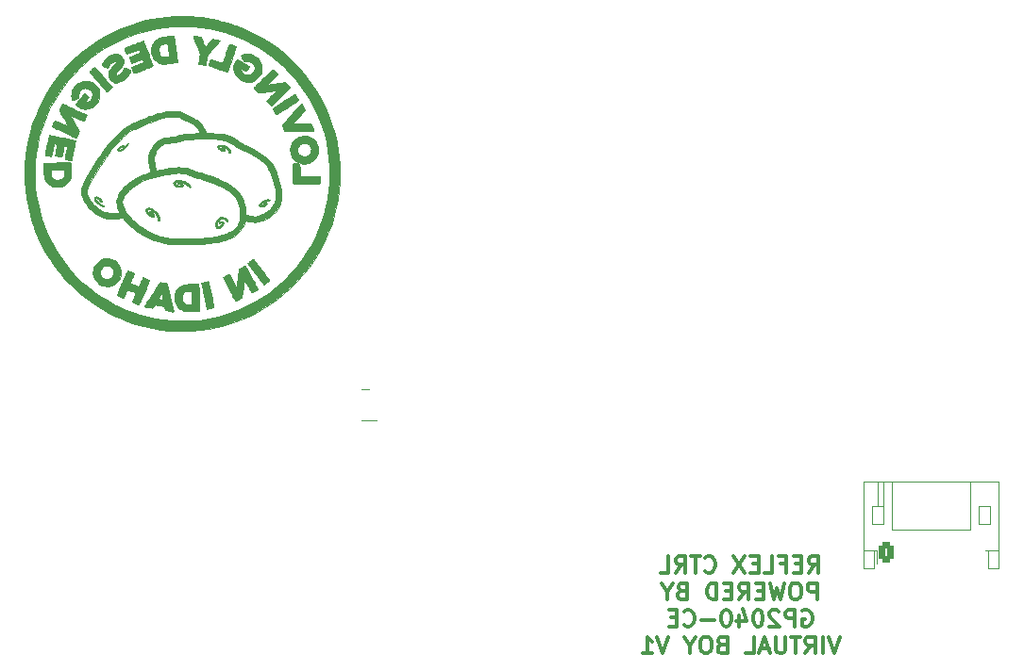
<source format=gbr>
%TF.GenerationSoftware,KiCad,Pcbnew,7.0.9*%
%TF.CreationDate,2023-12-20T17:33:09-07:00*%
%TF.ProjectId,vb_controller_pcb,76625f63-6f6e-4747-926f-6c6c65725f70,4a*%
%TF.SameCoordinates,Original*%
%TF.FileFunction,Legend,Bot*%
%TF.FilePolarity,Positive*%
%FSLAX46Y46*%
G04 Gerber Fmt 4.6, Leading zero omitted, Abs format (unit mm)*
G04 Created by KiCad (PCBNEW 7.0.9) date 2023-12-20 17:33:09*
%MOMM*%
%LPD*%
G01*
G04 APERTURE LIST*
G04 Aperture macros list*
%AMRoundRect*
0 Rectangle with rounded corners*
0 $1 Rounding radius*
0 $2 $3 $4 $5 $6 $7 $8 $9 X,Y pos of 4 corners*
0 Add a 4 corners polygon primitive as box body*
4,1,4,$2,$3,$4,$5,$6,$7,$8,$9,$2,$3,0*
0 Add four circle primitives for the rounded corners*
1,1,$1+$1,$2,$3*
1,1,$1+$1,$4,$5*
1,1,$1+$1,$6,$7*
1,1,$1+$1,$8,$9*
0 Add four rect primitives between the rounded corners*
20,1,$1+$1,$2,$3,$4,$5,0*
20,1,$1+$1,$4,$5,$6,$7,0*
20,1,$1+$1,$6,$7,$8,$9,0*
20,1,$1+$1,$8,$9,$2,$3,0*%
G04 Aperture macros list end*
%ADD10C,0.300000*%
%ADD11C,0.120000*%
%ADD12C,0.010000*%
%ADD13C,2.301600*%
%ADD14O,0.801600X0.301600*%
%ADD15RoundRect,0.300800X-0.350000X-0.625000X0.350000X-0.625000X0.350000X0.625000X-0.350000X0.625000X0*%
%ADD16O,1.301600X1.851600*%
G04 APERTURE END LIST*
D10*
X170907142Y-150855828D02*
X171407142Y-150141542D01*
X171764285Y-150855828D02*
X171764285Y-149355828D01*
X171764285Y-149355828D02*
X171192856Y-149355828D01*
X171192856Y-149355828D02*
X171049999Y-149427257D01*
X171049999Y-149427257D02*
X170978570Y-149498685D01*
X170978570Y-149498685D02*
X170907142Y-149641542D01*
X170907142Y-149641542D02*
X170907142Y-149855828D01*
X170907142Y-149855828D02*
X170978570Y-149998685D01*
X170978570Y-149998685D02*
X171049999Y-150070114D01*
X171049999Y-150070114D02*
X171192856Y-150141542D01*
X171192856Y-150141542D02*
X171764285Y-150141542D01*
X170264285Y-150070114D02*
X169764285Y-150070114D01*
X169549999Y-150855828D02*
X170264285Y-150855828D01*
X170264285Y-150855828D02*
X170264285Y-149355828D01*
X170264285Y-149355828D02*
X169549999Y-149355828D01*
X168407142Y-150070114D02*
X168907142Y-150070114D01*
X168907142Y-150855828D02*
X168907142Y-149355828D01*
X168907142Y-149355828D02*
X168192856Y-149355828D01*
X166907142Y-150855828D02*
X167621428Y-150855828D01*
X167621428Y-150855828D02*
X167621428Y-149355828D01*
X166407142Y-150070114D02*
X165907142Y-150070114D01*
X165692856Y-150855828D02*
X166407142Y-150855828D01*
X166407142Y-150855828D02*
X166407142Y-149355828D01*
X166407142Y-149355828D02*
X165692856Y-149355828D01*
X165192856Y-149355828D02*
X164192856Y-150855828D01*
X164192856Y-149355828D02*
X165192856Y-150855828D01*
X161621428Y-150712971D02*
X161692856Y-150784400D01*
X161692856Y-150784400D02*
X161907142Y-150855828D01*
X161907142Y-150855828D02*
X162049999Y-150855828D01*
X162049999Y-150855828D02*
X162264285Y-150784400D01*
X162264285Y-150784400D02*
X162407142Y-150641542D01*
X162407142Y-150641542D02*
X162478571Y-150498685D01*
X162478571Y-150498685D02*
X162549999Y-150212971D01*
X162549999Y-150212971D02*
X162549999Y-149998685D01*
X162549999Y-149998685D02*
X162478571Y-149712971D01*
X162478571Y-149712971D02*
X162407142Y-149570114D01*
X162407142Y-149570114D02*
X162264285Y-149427257D01*
X162264285Y-149427257D02*
X162049999Y-149355828D01*
X162049999Y-149355828D02*
X161907142Y-149355828D01*
X161907142Y-149355828D02*
X161692856Y-149427257D01*
X161692856Y-149427257D02*
X161621428Y-149498685D01*
X161192856Y-149355828D02*
X160335714Y-149355828D01*
X160764285Y-150855828D02*
X160764285Y-149355828D01*
X158978571Y-150855828D02*
X159478571Y-150141542D01*
X159835714Y-150855828D02*
X159835714Y-149355828D01*
X159835714Y-149355828D02*
X159264285Y-149355828D01*
X159264285Y-149355828D02*
X159121428Y-149427257D01*
X159121428Y-149427257D02*
X159049999Y-149498685D01*
X159049999Y-149498685D02*
X158978571Y-149641542D01*
X158978571Y-149641542D02*
X158978571Y-149855828D01*
X158978571Y-149855828D02*
X159049999Y-149998685D01*
X159049999Y-149998685D02*
X159121428Y-150070114D01*
X159121428Y-150070114D02*
X159264285Y-150141542D01*
X159264285Y-150141542D02*
X159835714Y-150141542D01*
X157621428Y-150855828D02*
X158335714Y-150855828D01*
X158335714Y-150855828D02*
X158335714Y-149355828D01*
X171657143Y-153270828D02*
X171657143Y-151770828D01*
X171657143Y-151770828D02*
X171085714Y-151770828D01*
X171085714Y-151770828D02*
X170942857Y-151842257D01*
X170942857Y-151842257D02*
X170871428Y-151913685D01*
X170871428Y-151913685D02*
X170800000Y-152056542D01*
X170800000Y-152056542D02*
X170800000Y-152270828D01*
X170800000Y-152270828D02*
X170871428Y-152413685D01*
X170871428Y-152413685D02*
X170942857Y-152485114D01*
X170942857Y-152485114D02*
X171085714Y-152556542D01*
X171085714Y-152556542D02*
X171657143Y-152556542D01*
X169871428Y-151770828D02*
X169585714Y-151770828D01*
X169585714Y-151770828D02*
X169442857Y-151842257D01*
X169442857Y-151842257D02*
X169300000Y-151985114D01*
X169300000Y-151985114D02*
X169228571Y-152270828D01*
X169228571Y-152270828D02*
X169228571Y-152770828D01*
X169228571Y-152770828D02*
X169300000Y-153056542D01*
X169300000Y-153056542D02*
X169442857Y-153199400D01*
X169442857Y-153199400D02*
X169585714Y-153270828D01*
X169585714Y-153270828D02*
X169871428Y-153270828D01*
X169871428Y-153270828D02*
X170014286Y-153199400D01*
X170014286Y-153199400D02*
X170157143Y-153056542D01*
X170157143Y-153056542D02*
X170228571Y-152770828D01*
X170228571Y-152770828D02*
X170228571Y-152270828D01*
X170228571Y-152270828D02*
X170157143Y-151985114D01*
X170157143Y-151985114D02*
X170014286Y-151842257D01*
X170014286Y-151842257D02*
X169871428Y-151770828D01*
X168728571Y-151770828D02*
X168371428Y-153270828D01*
X168371428Y-153270828D02*
X168085714Y-152199400D01*
X168085714Y-152199400D02*
X167799999Y-153270828D01*
X167799999Y-153270828D02*
X167442857Y-151770828D01*
X166871428Y-152485114D02*
X166371428Y-152485114D01*
X166157142Y-153270828D02*
X166871428Y-153270828D01*
X166871428Y-153270828D02*
X166871428Y-151770828D01*
X166871428Y-151770828D02*
X166157142Y-151770828D01*
X164657142Y-153270828D02*
X165157142Y-152556542D01*
X165514285Y-153270828D02*
X165514285Y-151770828D01*
X165514285Y-151770828D02*
X164942856Y-151770828D01*
X164942856Y-151770828D02*
X164799999Y-151842257D01*
X164799999Y-151842257D02*
X164728570Y-151913685D01*
X164728570Y-151913685D02*
X164657142Y-152056542D01*
X164657142Y-152056542D02*
X164657142Y-152270828D01*
X164657142Y-152270828D02*
X164728570Y-152413685D01*
X164728570Y-152413685D02*
X164799999Y-152485114D01*
X164799999Y-152485114D02*
X164942856Y-152556542D01*
X164942856Y-152556542D02*
X165514285Y-152556542D01*
X164014285Y-152485114D02*
X163514285Y-152485114D01*
X163299999Y-153270828D02*
X164014285Y-153270828D01*
X164014285Y-153270828D02*
X164014285Y-151770828D01*
X164014285Y-151770828D02*
X163299999Y-151770828D01*
X162657142Y-153270828D02*
X162657142Y-151770828D01*
X162657142Y-151770828D02*
X162299999Y-151770828D01*
X162299999Y-151770828D02*
X162085713Y-151842257D01*
X162085713Y-151842257D02*
X161942856Y-151985114D01*
X161942856Y-151985114D02*
X161871427Y-152127971D01*
X161871427Y-152127971D02*
X161799999Y-152413685D01*
X161799999Y-152413685D02*
X161799999Y-152627971D01*
X161799999Y-152627971D02*
X161871427Y-152913685D01*
X161871427Y-152913685D02*
X161942856Y-153056542D01*
X161942856Y-153056542D02*
X162085713Y-153199400D01*
X162085713Y-153199400D02*
X162299999Y-153270828D01*
X162299999Y-153270828D02*
X162657142Y-153270828D01*
X159514285Y-152485114D02*
X159299999Y-152556542D01*
X159299999Y-152556542D02*
X159228570Y-152627971D01*
X159228570Y-152627971D02*
X159157142Y-152770828D01*
X159157142Y-152770828D02*
X159157142Y-152985114D01*
X159157142Y-152985114D02*
X159228570Y-153127971D01*
X159228570Y-153127971D02*
X159299999Y-153199400D01*
X159299999Y-153199400D02*
X159442856Y-153270828D01*
X159442856Y-153270828D02*
X160014285Y-153270828D01*
X160014285Y-153270828D02*
X160014285Y-151770828D01*
X160014285Y-151770828D02*
X159514285Y-151770828D01*
X159514285Y-151770828D02*
X159371428Y-151842257D01*
X159371428Y-151842257D02*
X159299999Y-151913685D01*
X159299999Y-151913685D02*
X159228570Y-152056542D01*
X159228570Y-152056542D02*
X159228570Y-152199400D01*
X159228570Y-152199400D02*
X159299999Y-152342257D01*
X159299999Y-152342257D02*
X159371428Y-152413685D01*
X159371428Y-152413685D02*
X159514285Y-152485114D01*
X159514285Y-152485114D02*
X160014285Y-152485114D01*
X158228570Y-152556542D02*
X158228570Y-153270828D01*
X158728570Y-151770828D02*
X158228570Y-152556542D01*
X158228570Y-152556542D02*
X157728570Y-151770828D01*
X170371427Y-154257257D02*
X170514285Y-154185828D01*
X170514285Y-154185828D02*
X170728570Y-154185828D01*
X170728570Y-154185828D02*
X170942856Y-154257257D01*
X170942856Y-154257257D02*
X171085713Y-154400114D01*
X171085713Y-154400114D02*
X171157142Y-154542971D01*
X171157142Y-154542971D02*
X171228570Y-154828685D01*
X171228570Y-154828685D02*
X171228570Y-155042971D01*
X171228570Y-155042971D02*
X171157142Y-155328685D01*
X171157142Y-155328685D02*
X171085713Y-155471542D01*
X171085713Y-155471542D02*
X170942856Y-155614400D01*
X170942856Y-155614400D02*
X170728570Y-155685828D01*
X170728570Y-155685828D02*
X170585713Y-155685828D01*
X170585713Y-155685828D02*
X170371427Y-155614400D01*
X170371427Y-155614400D02*
X170299999Y-155542971D01*
X170299999Y-155542971D02*
X170299999Y-155042971D01*
X170299999Y-155042971D02*
X170585713Y-155042971D01*
X169657142Y-155685828D02*
X169657142Y-154185828D01*
X169657142Y-154185828D02*
X169085713Y-154185828D01*
X169085713Y-154185828D02*
X168942856Y-154257257D01*
X168942856Y-154257257D02*
X168871427Y-154328685D01*
X168871427Y-154328685D02*
X168799999Y-154471542D01*
X168799999Y-154471542D02*
X168799999Y-154685828D01*
X168799999Y-154685828D02*
X168871427Y-154828685D01*
X168871427Y-154828685D02*
X168942856Y-154900114D01*
X168942856Y-154900114D02*
X169085713Y-154971542D01*
X169085713Y-154971542D02*
X169657142Y-154971542D01*
X168228570Y-154328685D02*
X168157142Y-154257257D01*
X168157142Y-154257257D02*
X168014285Y-154185828D01*
X168014285Y-154185828D02*
X167657142Y-154185828D01*
X167657142Y-154185828D02*
X167514285Y-154257257D01*
X167514285Y-154257257D02*
X167442856Y-154328685D01*
X167442856Y-154328685D02*
X167371427Y-154471542D01*
X167371427Y-154471542D02*
X167371427Y-154614400D01*
X167371427Y-154614400D02*
X167442856Y-154828685D01*
X167442856Y-154828685D02*
X168299999Y-155685828D01*
X168299999Y-155685828D02*
X167371427Y-155685828D01*
X166442856Y-154185828D02*
X166299999Y-154185828D01*
X166299999Y-154185828D02*
X166157142Y-154257257D01*
X166157142Y-154257257D02*
X166085714Y-154328685D01*
X166085714Y-154328685D02*
X166014285Y-154471542D01*
X166014285Y-154471542D02*
X165942856Y-154757257D01*
X165942856Y-154757257D02*
X165942856Y-155114400D01*
X165942856Y-155114400D02*
X166014285Y-155400114D01*
X166014285Y-155400114D02*
X166085714Y-155542971D01*
X166085714Y-155542971D02*
X166157142Y-155614400D01*
X166157142Y-155614400D02*
X166299999Y-155685828D01*
X166299999Y-155685828D02*
X166442856Y-155685828D01*
X166442856Y-155685828D02*
X166585714Y-155614400D01*
X166585714Y-155614400D02*
X166657142Y-155542971D01*
X166657142Y-155542971D02*
X166728571Y-155400114D01*
X166728571Y-155400114D02*
X166799999Y-155114400D01*
X166799999Y-155114400D02*
X166799999Y-154757257D01*
X166799999Y-154757257D02*
X166728571Y-154471542D01*
X166728571Y-154471542D02*
X166657142Y-154328685D01*
X166657142Y-154328685D02*
X166585714Y-154257257D01*
X166585714Y-154257257D02*
X166442856Y-154185828D01*
X164657143Y-154685828D02*
X164657143Y-155685828D01*
X165014285Y-154114400D02*
X165371428Y-155185828D01*
X165371428Y-155185828D02*
X164442857Y-155185828D01*
X163585714Y-154185828D02*
X163442857Y-154185828D01*
X163442857Y-154185828D02*
X163300000Y-154257257D01*
X163300000Y-154257257D02*
X163228572Y-154328685D01*
X163228572Y-154328685D02*
X163157143Y-154471542D01*
X163157143Y-154471542D02*
X163085714Y-154757257D01*
X163085714Y-154757257D02*
X163085714Y-155114400D01*
X163085714Y-155114400D02*
X163157143Y-155400114D01*
X163157143Y-155400114D02*
X163228572Y-155542971D01*
X163228572Y-155542971D02*
X163300000Y-155614400D01*
X163300000Y-155614400D02*
X163442857Y-155685828D01*
X163442857Y-155685828D02*
X163585714Y-155685828D01*
X163585714Y-155685828D02*
X163728572Y-155614400D01*
X163728572Y-155614400D02*
X163800000Y-155542971D01*
X163800000Y-155542971D02*
X163871429Y-155400114D01*
X163871429Y-155400114D02*
X163942857Y-155114400D01*
X163942857Y-155114400D02*
X163942857Y-154757257D01*
X163942857Y-154757257D02*
X163871429Y-154471542D01*
X163871429Y-154471542D02*
X163800000Y-154328685D01*
X163800000Y-154328685D02*
X163728572Y-154257257D01*
X163728572Y-154257257D02*
X163585714Y-154185828D01*
X162442858Y-155114400D02*
X161300001Y-155114400D01*
X159728572Y-155542971D02*
X159800000Y-155614400D01*
X159800000Y-155614400D02*
X160014286Y-155685828D01*
X160014286Y-155685828D02*
X160157143Y-155685828D01*
X160157143Y-155685828D02*
X160371429Y-155614400D01*
X160371429Y-155614400D02*
X160514286Y-155471542D01*
X160514286Y-155471542D02*
X160585715Y-155328685D01*
X160585715Y-155328685D02*
X160657143Y-155042971D01*
X160657143Y-155042971D02*
X160657143Y-154828685D01*
X160657143Y-154828685D02*
X160585715Y-154542971D01*
X160585715Y-154542971D02*
X160514286Y-154400114D01*
X160514286Y-154400114D02*
X160371429Y-154257257D01*
X160371429Y-154257257D02*
X160157143Y-154185828D01*
X160157143Y-154185828D02*
X160014286Y-154185828D01*
X160014286Y-154185828D02*
X159800000Y-154257257D01*
X159800000Y-154257257D02*
X159728572Y-154328685D01*
X159085715Y-154900114D02*
X158585715Y-154900114D01*
X158371429Y-155685828D02*
X159085715Y-155685828D01*
X159085715Y-155685828D02*
X159085715Y-154185828D01*
X159085715Y-154185828D02*
X158371429Y-154185828D01*
X173692856Y-156600828D02*
X173192856Y-158100828D01*
X173192856Y-158100828D02*
X172692856Y-156600828D01*
X172192857Y-158100828D02*
X172192857Y-156600828D01*
X170621428Y-158100828D02*
X171121428Y-157386542D01*
X171478571Y-158100828D02*
X171478571Y-156600828D01*
X171478571Y-156600828D02*
X170907142Y-156600828D01*
X170907142Y-156600828D02*
X170764285Y-156672257D01*
X170764285Y-156672257D02*
X170692856Y-156743685D01*
X170692856Y-156743685D02*
X170621428Y-156886542D01*
X170621428Y-156886542D02*
X170621428Y-157100828D01*
X170621428Y-157100828D02*
X170692856Y-157243685D01*
X170692856Y-157243685D02*
X170764285Y-157315114D01*
X170764285Y-157315114D02*
X170907142Y-157386542D01*
X170907142Y-157386542D02*
X171478571Y-157386542D01*
X170192856Y-156600828D02*
X169335714Y-156600828D01*
X169764285Y-158100828D02*
X169764285Y-156600828D01*
X168835714Y-156600828D02*
X168835714Y-157815114D01*
X168835714Y-157815114D02*
X168764285Y-157957971D01*
X168764285Y-157957971D02*
X168692857Y-158029400D01*
X168692857Y-158029400D02*
X168549999Y-158100828D01*
X168549999Y-158100828D02*
X168264285Y-158100828D01*
X168264285Y-158100828D02*
X168121428Y-158029400D01*
X168121428Y-158029400D02*
X168049999Y-157957971D01*
X168049999Y-157957971D02*
X167978571Y-157815114D01*
X167978571Y-157815114D02*
X167978571Y-156600828D01*
X167335713Y-157672257D02*
X166621428Y-157672257D01*
X167478570Y-158100828D02*
X166978570Y-156600828D01*
X166978570Y-156600828D02*
X166478570Y-158100828D01*
X165264285Y-158100828D02*
X165978571Y-158100828D01*
X165978571Y-158100828D02*
X165978571Y-156600828D01*
X163121428Y-157315114D02*
X162907142Y-157386542D01*
X162907142Y-157386542D02*
X162835713Y-157457971D01*
X162835713Y-157457971D02*
X162764285Y-157600828D01*
X162764285Y-157600828D02*
X162764285Y-157815114D01*
X162764285Y-157815114D02*
X162835713Y-157957971D01*
X162835713Y-157957971D02*
X162907142Y-158029400D01*
X162907142Y-158029400D02*
X163049999Y-158100828D01*
X163049999Y-158100828D02*
X163621428Y-158100828D01*
X163621428Y-158100828D02*
X163621428Y-156600828D01*
X163621428Y-156600828D02*
X163121428Y-156600828D01*
X163121428Y-156600828D02*
X162978571Y-156672257D01*
X162978571Y-156672257D02*
X162907142Y-156743685D01*
X162907142Y-156743685D02*
X162835713Y-156886542D01*
X162835713Y-156886542D02*
X162835713Y-157029400D01*
X162835713Y-157029400D02*
X162907142Y-157172257D01*
X162907142Y-157172257D02*
X162978571Y-157243685D01*
X162978571Y-157243685D02*
X163121428Y-157315114D01*
X163121428Y-157315114D02*
X163621428Y-157315114D01*
X161835713Y-156600828D02*
X161549999Y-156600828D01*
X161549999Y-156600828D02*
X161407142Y-156672257D01*
X161407142Y-156672257D02*
X161264285Y-156815114D01*
X161264285Y-156815114D02*
X161192856Y-157100828D01*
X161192856Y-157100828D02*
X161192856Y-157600828D01*
X161192856Y-157600828D02*
X161264285Y-157886542D01*
X161264285Y-157886542D02*
X161407142Y-158029400D01*
X161407142Y-158029400D02*
X161549999Y-158100828D01*
X161549999Y-158100828D02*
X161835713Y-158100828D01*
X161835713Y-158100828D02*
X161978571Y-158029400D01*
X161978571Y-158029400D02*
X162121428Y-157886542D01*
X162121428Y-157886542D02*
X162192856Y-157600828D01*
X162192856Y-157600828D02*
X162192856Y-157100828D01*
X162192856Y-157100828D02*
X162121428Y-156815114D01*
X162121428Y-156815114D02*
X161978571Y-156672257D01*
X161978571Y-156672257D02*
X161835713Y-156600828D01*
X160264284Y-157386542D02*
X160264284Y-158100828D01*
X160764284Y-156600828D02*
X160264284Y-157386542D01*
X160264284Y-157386542D02*
X159764284Y-156600828D01*
X158335713Y-156600828D02*
X157835713Y-158100828D01*
X157835713Y-158100828D02*
X157335713Y-156600828D01*
X156049999Y-158100828D02*
X156907142Y-158100828D01*
X156478571Y-158100828D02*
X156478571Y-156600828D01*
X156478571Y-156600828D02*
X156621428Y-156815114D01*
X156621428Y-156815114D02*
X156764285Y-156957971D01*
X156764285Y-156957971D02*
X156907142Y-157029400D01*
D11*
%TO.C,U2*%
X132125000Y-137170000D02*
X130825000Y-137170000D01*
X131475000Y-134370000D02*
X130825000Y-134370000D01*
%TO.C,Ref\u002A\u002A*%
D12*
X109872327Y-112274611D02*
X109867462Y-112310330D01*
X109835288Y-112368402D01*
X109780699Y-112442053D01*
X109709066Y-112525630D01*
X109625757Y-112613485D01*
X109536141Y-112699964D01*
X109445590Y-112779419D01*
X109359471Y-112846197D01*
X109283156Y-112894648D01*
X109172730Y-112942260D01*
X109072320Y-112963753D01*
X108987824Y-112961040D01*
X108923532Y-112936900D01*
X108883734Y-112894111D01*
X108872722Y-112835451D01*
X108894785Y-112763700D01*
X108954216Y-112681635D01*
X108955722Y-112680009D01*
X109022517Y-112619711D01*
X109102608Y-112564529D01*
X109188101Y-112517798D01*
X109271104Y-112482855D01*
X109343722Y-112463037D01*
X109398062Y-112461680D01*
X109426232Y-112482120D01*
X109431474Y-112504592D01*
X109423495Y-112527912D01*
X109394742Y-112553193D01*
X109339230Y-112585480D01*
X109250974Y-112629816D01*
X109211288Y-112649907D01*
X109116159Y-112705481D01*
X109047475Y-112757418D01*
X109009642Y-112802001D01*
X109007069Y-112835515D01*
X109012841Y-112841475D01*
X109052773Y-112847718D01*
X109117480Y-112833295D01*
X109198489Y-112799788D01*
X109273681Y-112756115D01*
X109392141Y-112666775D01*
X109516276Y-112552104D01*
X109637845Y-112419242D01*
X109687718Y-112361858D01*
X109759175Y-112289539D01*
X109812399Y-112251733D01*
X109849434Y-112247177D01*
X109872327Y-112274611D01*
G36*
X109872327Y-112274611D02*
G01*
X109867462Y-112310330D01*
X109835288Y-112368402D01*
X109780699Y-112442053D01*
X109709066Y-112525630D01*
X109625757Y-112613485D01*
X109536141Y-112699964D01*
X109445590Y-112779419D01*
X109359471Y-112846197D01*
X109283156Y-112894648D01*
X109172730Y-112942260D01*
X109072320Y-112963753D01*
X108987824Y-112961040D01*
X108923532Y-112936900D01*
X108883734Y-112894111D01*
X108872722Y-112835451D01*
X108894785Y-112763700D01*
X108954216Y-112681635D01*
X108955722Y-112680009D01*
X109022517Y-112619711D01*
X109102608Y-112564529D01*
X109188101Y-112517798D01*
X109271104Y-112482855D01*
X109343722Y-112463037D01*
X109398062Y-112461680D01*
X109426232Y-112482120D01*
X109431474Y-112504592D01*
X109423495Y-112527912D01*
X109394742Y-112553193D01*
X109339230Y-112585480D01*
X109250974Y-112629816D01*
X109211288Y-112649907D01*
X109116159Y-112705481D01*
X109047475Y-112757418D01*
X109009642Y-112802001D01*
X109007069Y-112835515D01*
X109012841Y-112841475D01*
X109052773Y-112847718D01*
X109117480Y-112833295D01*
X109198489Y-112799788D01*
X109273681Y-112756115D01*
X109392141Y-112666775D01*
X109516276Y-112552104D01*
X109637845Y-112419242D01*
X109687718Y-112361858D01*
X109759175Y-112289539D01*
X109812399Y-112251733D01*
X109849434Y-112247177D01*
X109872327Y-112274611D01*
G37*
X107082567Y-117066746D02*
X107182532Y-117113984D01*
X107284037Y-117189989D01*
X107321589Y-117225637D01*
X107386525Y-117295609D01*
X107441776Y-117364942D01*
X107480180Y-117424301D01*
X107494572Y-117464352D01*
X107485573Y-117486160D01*
X107451604Y-117515177D01*
X107429104Y-117524447D01*
X107398476Y-117518551D01*
X107361645Y-117481870D01*
X107289626Y-117397022D01*
X107226307Y-117327372D01*
X107174900Y-117278680D01*
X107128174Y-117244176D01*
X107078897Y-117217087D01*
X107019000Y-117192908D01*
X106969633Y-117189448D01*
X106948225Y-117216670D01*
X106953502Y-117275162D01*
X106969633Y-117311198D01*
X107017815Y-117376754D01*
X107089402Y-117453948D01*
X107177266Y-117536220D01*
X107274279Y-117617010D01*
X107373312Y-117689761D01*
X107467238Y-117747912D01*
X107544520Y-117791673D01*
X107611718Y-117835801D01*
X107647388Y-117870739D01*
X107655622Y-117900792D01*
X107640513Y-117930270D01*
X107628523Y-117943300D01*
X107606152Y-117955571D01*
X107574385Y-117952617D01*
X107523981Y-117932729D01*
X107445701Y-117894195D01*
X107444226Y-117893444D01*
X107284596Y-117802070D01*
X107141325Y-117700400D01*
X107018268Y-117592692D01*
X106919280Y-117483206D01*
X106848215Y-117376200D01*
X106808929Y-117275934D01*
X106805276Y-117186666D01*
X106810116Y-117166239D01*
X106847919Y-117098021D01*
X106909661Y-117058726D01*
X106989744Y-117048314D01*
X107082567Y-117066746D01*
G36*
X107082567Y-117066746D02*
G01*
X107182532Y-117113984D01*
X107284037Y-117189989D01*
X107321589Y-117225637D01*
X107386525Y-117295609D01*
X107441776Y-117364942D01*
X107480180Y-117424301D01*
X107494572Y-117464352D01*
X107485573Y-117486160D01*
X107451604Y-117515177D01*
X107429104Y-117524447D01*
X107398476Y-117518551D01*
X107361645Y-117481870D01*
X107289626Y-117397022D01*
X107226307Y-117327372D01*
X107174900Y-117278680D01*
X107128174Y-117244176D01*
X107078897Y-117217087D01*
X107019000Y-117192908D01*
X106969633Y-117189448D01*
X106948225Y-117216670D01*
X106953502Y-117275162D01*
X106969633Y-117311198D01*
X107017815Y-117376754D01*
X107089402Y-117453948D01*
X107177266Y-117536220D01*
X107274279Y-117617010D01*
X107373312Y-117689761D01*
X107467238Y-117747912D01*
X107544520Y-117791673D01*
X107611718Y-117835801D01*
X107647388Y-117870739D01*
X107655622Y-117900792D01*
X107640513Y-117930270D01*
X107628523Y-117943300D01*
X107606152Y-117955571D01*
X107574385Y-117952617D01*
X107523981Y-117932729D01*
X107445701Y-117894195D01*
X107444226Y-117893444D01*
X107284596Y-117802070D01*
X107141325Y-117700400D01*
X107018268Y-117592692D01*
X106919280Y-117483206D01*
X106848215Y-117376200D01*
X106808929Y-117275934D01*
X106805276Y-117186666D01*
X106810116Y-117166239D01*
X106847919Y-117098021D01*
X106909661Y-117058726D01*
X106989744Y-117048314D01*
X107082567Y-117066746D01*
G37*
X124793857Y-107853131D02*
X124831483Y-107894107D01*
X124880656Y-107957277D01*
X124936053Y-108034683D01*
X124992350Y-108118369D01*
X125044225Y-108200379D01*
X125086353Y-108272758D01*
X125113412Y-108327549D01*
X125120078Y-108356796D01*
X125113172Y-108363888D01*
X125075274Y-108393557D01*
X125007299Y-108443245D01*
X124912487Y-108510690D01*
X124794075Y-108593628D01*
X124655301Y-108689799D01*
X124499404Y-108796940D01*
X124329622Y-108912789D01*
X124149193Y-109035083D01*
X124045484Y-109105002D01*
X123869686Y-109222836D01*
X123705581Y-109331981D01*
X123556497Y-109430272D01*
X123425761Y-109515544D01*
X123316700Y-109585635D01*
X123232640Y-109638378D01*
X123176910Y-109671612D01*
X123152836Y-109683171D01*
X123132790Y-109672704D01*
X123093210Y-109632607D01*
X123042989Y-109569932D01*
X122987384Y-109492657D01*
X122931653Y-109408764D01*
X122881052Y-109326234D01*
X122840837Y-109253048D01*
X122816266Y-109197185D01*
X122812596Y-109166627D01*
X122829105Y-109151570D01*
X122877618Y-109114810D01*
X122953963Y-109059793D01*
X123054223Y-108989163D01*
X123174480Y-108905564D01*
X123310819Y-108811641D01*
X123459322Y-108710037D01*
X123616071Y-108603396D01*
X123777151Y-108494363D01*
X123938644Y-108385581D01*
X124096633Y-108279695D01*
X124247201Y-108179349D01*
X124386431Y-108087186D01*
X124510407Y-108005852D01*
X124615210Y-107937988D01*
X124696925Y-107886241D01*
X124751634Y-107853254D01*
X124775421Y-107841671D01*
X124793857Y-107853131D01*
G36*
X124793857Y-107853131D02*
G01*
X124831483Y-107894107D01*
X124880656Y-107957277D01*
X124936053Y-108034683D01*
X124992350Y-108118369D01*
X125044225Y-108200379D01*
X125086353Y-108272758D01*
X125113412Y-108327549D01*
X125120078Y-108356796D01*
X125113172Y-108363888D01*
X125075274Y-108393557D01*
X125007299Y-108443245D01*
X124912487Y-108510690D01*
X124794075Y-108593628D01*
X124655301Y-108689799D01*
X124499404Y-108796940D01*
X124329622Y-108912789D01*
X124149193Y-109035083D01*
X124045484Y-109105002D01*
X123869686Y-109222836D01*
X123705581Y-109331981D01*
X123556497Y-109430272D01*
X123425761Y-109515544D01*
X123316700Y-109585635D01*
X123232640Y-109638378D01*
X123176910Y-109671612D01*
X123152836Y-109683171D01*
X123132790Y-109672704D01*
X123093210Y-109632607D01*
X123042989Y-109569932D01*
X122987384Y-109492657D01*
X122931653Y-109408764D01*
X122881052Y-109326234D01*
X122840837Y-109253048D01*
X122816266Y-109197185D01*
X122812596Y-109166627D01*
X122829105Y-109151570D01*
X122877618Y-109114810D01*
X122953963Y-109059793D01*
X123054223Y-108989163D01*
X123174480Y-108905564D01*
X123310819Y-108811641D01*
X123459322Y-108710037D01*
X123616071Y-108603396D01*
X123777151Y-108494363D01*
X123938644Y-108385581D01*
X124096633Y-108279695D01*
X124247201Y-108179349D01*
X124386431Y-108087186D01*
X124510407Y-108005852D01*
X124615210Y-107937988D01*
X124696925Y-107886241D01*
X124751634Y-107853254D01*
X124775421Y-107841671D01*
X124793857Y-107853131D01*
G37*
X106861212Y-105449230D02*
X106905346Y-105494113D01*
X106970796Y-105564130D01*
X107054464Y-105655736D01*
X107153255Y-105765390D01*
X107264070Y-105889549D01*
X107383815Y-106024671D01*
X107509393Y-106167213D01*
X107637706Y-106313632D01*
X107765660Y-106460386D01*
X107890156Y-106603933D01*
X108008099Y-106740729D01*
X108116393Y-106867233D01*
X108211940Y-106979902D01*
X108291645Y-107075193D01*
X108352411Y-107149564D01*
X108391141Y-107199472D01*
X108404739Y-107221374D01*
X108402168Y-107230684D01*
X108374187Y-107268751D01*
X108314713Y-107329372D01*
X108222880Y-107413394D01*
X108097822Y-107521666D01*
X108056929Y-107556014D01*
X107999071Y-107600985D01*
X107959944Y-107623037D01*
X107931513Y-107626026D01*
X107905742Y-107613805D01*
X107902826Y-107611126D01*
X107876494Y-107582786D01*
X107826037Y-107526479D01*
X107754141Y-107445267D01*
X107663495Y-107342210D01*
X107556786Y-107220370D01*
X107436704Y-107082806D01*
X107305935Y-106932581D01*
X107167167Y-106772754D01*
X107125552Y-106724766D01*
X106987762Y-106565923D01*
X106858153Y-106416580D01*
X106739518Y-106279951D01*
X106634647Y-106159249D01*
X106546334Y-106057685D01*
X106477370Y-105978473D01*
X106430547Y-105924827D01*
X106408658Y-105899957D01*
X106379828Y-105854313D01*
X106385233Y-105812244D01*
X106387947Y-105807287D01*
X106419175Y-105768932D01*
X106472873Y-105715546D01*
X106541446Y-105653441D01*
X106617297Y-105588929D01*
X106692832Y-105528320D01*
X106760455Y-105477927D01*
X106812571Y-105444062D01*
X106841584Y-105433034D01*
X106861212Y-105449230D01*
G36*
X106861212Y-105449230D02*
G01*
X106905346Y-105494113D01*
X106970796Y-105564130D01*
X107054464Y-105655736D01*
X107153255Y-105765390D01*
X107264070Y-105889549D01*
X107383815Y-106024671D01*
X107509393Y-106167213D01*
X107637706Y-106313632D01*
X107765660Y-106460386D01*
X107890156Y-106603933D01*
X108008099Y-106740729D01*
X108116393Y-106867233D01*
X108211940Y-106979902D01*
X108291645Y-107075193D01*
X108352411Y-107149564D01*
X108391141Y-107199472D01*
X108404739Y-107221374D01*
X108402168Y-107230684D01*
X108374187Y-107268751D01*
X108314713Y-107329372D01*
X108222880Y-107413394D01*
X108097822Y-107521666D01*
X108056929Y-107556014D01*
X107999071Y-107600985D01*
X107959944Y-107623037D01*
X107931513Y-107626026D01*
X107905742Y-107613805D01*
X107902826Y-107611126D01*
X107876494Y-107582786D01*
X107826037Y-107526479D01*
X107754141Y-107445267D01*
X107663495Y-107342210D01*
X107556786Y-107220370D01*
X107436704Y-107082806D01*
X107305935Y-106932581D01*
X107167167Y-106772754D01*
X107125552Y-106724766D01*
X106987762Y-106565923D01*
X106858153Y-106416580D01*
X106739518Y-106279951D01*
X106634647Y-106159249D01*
X106546334Y-106057685D01*
X106477370Y-105978473D01*
X106430547Y-105924827D01*
X106408658Y-105899957D01*
X106379828Y-105854313D01*
X106385233Y-105812244D01*
X106387947Y-105807287D01*
X106419175Y-105768932D01*
X106472873Y-105715546D01*
X106541446Y-105653441D01*
X106617297Y-105588929D01*
X106692832Y-105528320D01*
X106760455Y-105477927D01*
X106812571Y-105444062D01*
X106841584Y-105433034D01*
X106861212Y-105449230D01*
G37*
X117032967Y-124680310D02*
X117049905Y-124691841D01*
X117054291Y-124701453D01*
X117068192Y-124748859D01*
X117089104Y-124831691D01*
X117116146Y-124946053D01*
X117148439Y-125088052D01*
X117185103Y-125253791D01*
X117225258Y-125439376D01*
X117268025Y-125640912D01*
X117312524Y-125854504D01*
X117331169Y-125944912D01*
X117380069Y-126183276D01*
X117420823Y-126384332D01*
X117453972Y-126551126D01*
X117480056Y-126686705D01*
X117499615Y-126794114D01*
X117513190Y-126876400D01*
X117521321Y-126936608D01*
X117524549Y-126977785D01*
X117523413Y-127002977D01*
X117518456Y-127015231D01*
X117499201Y-127026322D01*
X117443943Y-127046548D01*
X117364515Y-127069662D01*
X117270964Y-127092524D01*
X117225708Y-127102503D01*
X117111618Y-127125920D01*
X117030103Y-127138827D01*
X116974929Y-127141697D01*
X116939860Y-127135001D01*
X116918662Y-127119212D01*
X116916019Y-127112975D01*
X116904372Y-127070698D01*
X116885590Y-126992595D01*
X116860536Y-126882603D01*
X116830075Y-126744657D01*
X116795070Y-126582696D01*
X116756384Y-126400656D01*
X116714881Y-126202474D01*
X116671425Y-125992087D01*
X116652005Y-125897476D01*
X116609789Y-125692183D01*
X116570351Y-125500895D01*
X116534507Y-125327535D01*
X116503071Y-125176029D01*
X116476859Y-125050300D01*
X116456685Y-124954272D01*
X116443366Y-124891871D01*
X116437715Y-124867020D01*
X116435575Y-124858836D01*
X116440049Y-124827500D01*
X116469522Y-124799751D01*
X116528265Y-124773549D01*
X116620551Y-124746854D01*
X116750652Y-124717628D01*
X116789332Y-124709666D01*
X116890924Y-124689773D01*
X116960627Y-124678660D01*
X117005591Y-124675711D01*
X117032967Y-124680310D01*
G36*
X117032967Y-124680310D02*
G01*
X117049905Y-124691841D01*
X117054291Y-124701453D01*
X117068192Y-124748859D01*
X117089104Y-124831691D01*
X117116146Y-124946053D01*
X117148439Y-125088052D01*
X117185103Y-125253791D01*
X117225258Y-125439376D01*
X117268025Y-125640912D01*
X117312524Y-125854504D01*
X117331169Y-125944912D01*
X117380069Y-126183276D01*
X117420823Y-126384332D01*
X117453972Y-126551126D01*
X117480056Y-126686705D01*
X117499615Y-126794114D01*
X117513190Y-126876400D01*
X117521321Y-126936608D01*
X117524549Y-126977785D01*
X117523413Y-127002977D01*
X117518456Y-127015231D01*
X117499201Y-127026322D01*
X117443943Y-127046548D01*
X117364515Y-127069662D01*
X117270964Y-127092524D01*
X117225708Y-127102503D01*
X117111618Y-127125920D01*
X117030103Y-127138827D01*
X116974929Y-127141697D01*
X116939860Y-127135001D01*
X116918662Y-127119212D01*
X116916019Y-127112975D01*
X116904372Y-127070698D01*
X116885590Y-126992595D01*
X116860536Y-126882603D01*
X116830075Y-126744657D01*
X116795070Y-126582696D01*
X116756384Y-126400656D01*
X116714881Y-126202474D01*
X116671425Y-125992087D01*
X116652005Y-125897476D01*
X116609789Y-125692183D01*
X116570351Y-125500895D01*
X116534507Y-125327535D01*
X116503071Y-125176029D01*
X116476859Y-125050300D01*
X116456685Y-124954272D01*
X116443366Y-124891871D01*
X116437715Y-124867020D01*
X116435575Y-124858836D01*
X116440049Y-124827500D01*
X116469522Y-124799751D01*
X116528265Y-124773549D01*
X116620551Y-124746854D01*
X116750652Y-124717628D01*
X116789332Y-124709666D01*
X116890924Y-124689773D01*
X116960627Y-124678660D01*
X117005591Y-124675711D01*
X117032967Y-124680310D01*
G37*
X121056540Y-122680525D02*
X121095300Y-122695703D01*
X121098048Y-122698438D01*
X121122466Y-122727761D01*
X121168707Y-122785695D01*
X121233842Y-122868443D01*
X121314948Y-122972211D01*
X121409096Y-123093200D01*
X121513362Y-123227616D01*
X121624818Y-123371661D01*
X121740539Y-123521540D01*
X121857598Y-123673456D01*
X121973070Y-123823613D01*
X122084028Y-123968215D01*
X122187545Y-124103464D01*
X122280696Y-124225566D01*
X122360555Y-124330723D01*
X122424195Y-124415139D01*
X122468690Y-124475018D01*
X122491114Y-124506564D01*
X122495822Y-124513869D01*
X122516829Y-124552917D01*
X122511883Y-124580217D01*
X122478656Y-124616264D01*
X122456182Y-124636683D01*
X122400837Y-124683226D01*
X122328087Y-124741907D01*
X122247739Y-124804724D01*
X122188634Y-124849299D01*
X122120864Y-124897956D01*
X122070452Y-124931249D01*
X122045324Y-124943732D01*
X122043925Y-124943730D01*
X122033427Y-124941153D01*
X122019424Y-124932337D01*
X121999900Y-124914790D01*
X121972837Y-124886021D01*
X121936216Y-124843540D01*
X121888020Y-124784856D01*
X121826231Y-124707478D01*
X121748831Y-124608914D01*
X121653803Y-124486674D01*
X121539128Y-124338267D01*
X121402790Y-124161202D01*
X121242769Y-123952988D01*
X121109785Y-123779571D01*
X120977370Y-123606022D01*
X120867770Y-123461122D01*
X120779195Y-123342367D01*
X120709855Y-123247255D01*
X120657960Y-123173280D01*
X120621719Y-123117939D01*
X120599342Y-123078729D01*
X120589039Y-123053145D01*
X120589020Y-123038684D01*
X120592357Y-123033305D01*
X120623192Y-123000785D01*
X120677377Y-122952570D01*
X120746986Y-122894840D01*
X120824096Y-122833777D01*
X120900782Y-122775563D01*
X120969121Y-122726379D01*
X121021186Y-122692407D01*
X121049055Y-122679828D01*
X121056540Y-122680525D01*
G36*
X121056540Y-122680525D02*
G01*
X121095300Y-122695703D01*
X121098048Y-122698438D01*
X121122466Y-122727761D01*
X121168707Y-122785695D01*
X121233842Y-122868443D01*
X121314948Y-122972211D01*
X121409096Y-123093200D01*
X121513362Y-123227616D01*
X121624818Y-123371661D01*
X121740539Y-123521540D01*
X121857598Y-123673456D01*
X121973070Y-123823613D01*
X122084028Y-123968215D01*
X122187545Y-124103464D01*
X122280696Y-124225566D01*
X122360555Y-124330723D01*
X122424195Y-124415139D01*
X122468690Y-124475018D01*
X122491114Y-124506564D01*
X122495822Y-124513869D01*
X122516829Y-124552917D01*
X122511883Y-124580217D01*
X122478656Y-124616264D01*
X122456182Y-124636683D01*
X122400837Y-124683226D01*
X122328087Y-124741907D01*
X122247739Y-124804724D01*
X122188634Y-124849299D01*
X122120864Y-124897956D01*
X122070452Y-124931249D01*
X122045324Y-124943732D01*
X122043925Y-124943730D01*
X122033427Y-124941153D01*
X122019424Y-124932337D01*
X121999900Y-124914790D01*
X121972837Y-124886021D01*
X121936216Y-124843540D01*
X121888020Y-124784856D01*
X121826231Y-124707478D01*
X121748831Y-124608914D01*
X121653803Y-124486674D01*
X121539128Y-124338267D01*
X121402790Y-124161202D01*
X121242769Y-123952988D01*
X121109785Y-123779571D01*
X120977370Y-123606022D01*
X120867770Y-123461122D01*
X120779195Y-123342367D01*
X120709855Y-123247255D01*
X120657960Y-123173280D01*
X120621719Y-123117939D01*
X120599342Y-123078729D01*
X120589039Y-123053145D01*
X120589020Y-123038684D01*
X120592357Y-123033305D01*
X120623192Y-123000785D01*
X120677377Y-122952570D01*
X120746986Y-122894840D01*
X120824096Y-122833777D01*
X120900782Y-122775563D01*
X120969121Y-122726379D01*
X121021186Y-122692407D01*
X121049055Y-122679828D01*
X121056540Y-122680525D01*
G37*
X118217484Y-112420237D02*
X118401671Y-112457170D01*
X118577081Y-112523011D01*
X118733644Y-112613618D01*
X118861288Y-112724853D01*
X118934959Y-112817922D01*
X118988383Y-112920383D01*
X119006316Y-113013265D01*
X118987328Y-113092395D01*
X118976343Y-113107368D01*
X118938073Y-113129623D01*
X118897588Y-113130208D01*
X118872641Y-113106879D01*
X118871235Y-113101946D01*
X118861704Y-113058753D01*
X118850823Y-112999145D01*
X118846357Y-112978465D01*
X118802030Y-112885155D01*
X118722410Y-112795444D01*
X118613233Y-112713801D01*
X118480230Y-112644693D01*
X118329134Y-112592587D01*
X118244139Y-112574325D01*
X118157694Y-112563974D01*
X118084340Y-112563015D01*
X118033452Y-112571537D01*
X118014406Y-112589627D01*
X118014531Y-112592315D01*
X118035151Y-112633113D01*
X118084634Y-112682227D01*
X118153713Y-112731841D01*
X118233123Y-112774138D01*
X118273142Y-112790383D01*
X118321621Y-112805150D01*
X118348542Y-112807438D01*
X118347616Y-112797222D01*
X118312552Y-112774474D01*
X118276729Y-112740846D01*
X118270478Y-112699268D01*
X118290932Y-112662474D01*
X118331739Y-112641406D01*
X118386549Y-112647004D01*
X118397175Y-112651923D01*
X118443660Y-112686702D01*
X118491361Y-112736857D01*
X118528568Y-112788816D01*
X118543572Y-112829007D01*
X118543210Y-112832947D01*
X118525348Y-112870351D01*
X118488880Y-112914787D01*
X118478521Y-112924893D01*
X118440805Y-112952798D01*
X118397846Y-112961980D01*
X118331578Y-112957327D01*
X118227574Y-112933370D01*
X118104313Y-112881454D01*
X117993702Y-112811375D01*
X117958943Y-112781035D01*
X117897122Y-112700486D01*
X117868652Y-112616161D01*
X117875141Y-112535421D01*
X117918194Y-112465625D01*
X117936679Y-112448620D01*
X117974238Y-112426538D01*
X118025320Y-112416221D01*
X118104247Y-112413671D01*
X118217484Y-112420237D01*
G36*
X118217484Y-112420237D02*
G01*
X118401671Y-112457170D01*
X118577081Y-112523011D01*
X118733644Y-112613618D01*
X118861288Y-112724853D01*
X118934959Y-112817922D01*
X118988383Y-112920383D01*
X119006316Y-113013265D01*
X118987328Y-113092395D01*
X118976343Y-113107368D01*
X118938073Y-113129623D01*
X118897588Y-113130208D01*
X118872641Y-113106879D01*
X118871235Y-113101946D01*
X118861704Y-113058753D01*
X118850823Y-112999145D01*
X118846357Y-112978465D01*
X118802030Y-112885155D01*
X118722410Y-112795444D01*
X118613233Y-112713801D01*
X118480230Y-112644693D01*
X118329134Y-112592587D01*
X118244139Y-112574325D01*
X118157694Y-112563974D01*
X118084340Y-112563015D01*
X118033452Y-112571537D01*
X118014406Y-112589627D01*
X118014531Y-112592315D01*
X118035151Y-112633113D01*
X118084634Y-112682227D01*
X118153713Y-112731841D01*
X118233123Y-112774138D01*
X118273142Y-112790383D01*
X118321621Y-112805150D01*
X118348542Y-112807438D01*
X118347616Y-112797222D01*
X118312552Y-112774474D01*
X118276729Y-112740846D01*
X118270478Y-112699268D01*
X118290932Y-112662474D01*
X118331739Y-112641406D01*
X118386549Y-112647004D01*
X118397175Y-112651923D01*
X118443660Y-112686702D01*
X118491361Y-112736857D01*
X118528568Y-112788816D01*
X118543572Y-112829007D01*
X118543210Y-112832947D01*
X118525348Y-112870351D01*
X118488880Y-112914787D01*
X118478521Y-112924893D01*
X118440805Y-112952798D01*
X118397846Y-112961980D01*
X118331578Y-112957327D01*
X118227574Y-112933370D01*
X118104313Y-112881454D01*
X117993702Y-112811375D01*
X117958943Y-112781035D01*
X117897122Y-112700486D01*
X117868652Y-112616161D01*
X117875141Y-112535421D01*
X117918194Y-112465625D01*
X117936679Y-112448620D01*
X117974238Y-112426538D01*
X118025320Y-112416221D01*
X118104247Y-112413671D01*
X118217484Y-112420237D01*
G37*
X124948378Y-114083833D02*
X124961851Y-114084065D01*
X125063796Y-114086674D01*
X125149242Y-114090310D01*
X125209578Y-114094523D01*
X125236194Y-114098865D01*
X125240415Y-114118299D01*
X125244624Y-114174979D01*
X125248203Y-114263105D01*
X125250977Y-114376973D01*
X125252769Y-114510876D01*
X125253406Y-114659110D01*
X125253406Y-115208718D01*
X125307700Y-115229361D01*
X125335210Y-115233769D01*
X125403194Y-115238353D01*
X125506293Y-115242307D01*
X125640639Y-115245539D01*
X125802362Y-115247959D01*
X125987594Y-115249478D01*
X126192467Y-115250004D01*
X126313930Y-115250097D01*
X126519106Y-115250846D01*
X126686196Y-115252411D01*
X126818000Y-115254876D01*
X126917316Y-115258325D01*
X126986945Y-115262841D01*
X127029686Y-115268506D01*
X127048339Y-115275404D01*
X127049848Y-115277259D01*
X127060346Y-115313560D01*
X127067911Y-115380762D01*
X127072514Y-115468788D01*
X127074125Y-115567559D01*
X127072716Y-115666996D01*
X127068256Y-115757020D01*
X127060716Y-115827554D01*
X127050067Y-115868519D01*
X127026395Y-115912751D01*
X125854891Y-115900584D01*
X125716444Y-115899053D01*
X125504740Y-115896340D01*
X125308037Y-115893371D01*
X125130238Y-115890229D01*
X124975249Y-115886999D01*
X124846975Y-115883764D01*
X124749318Y-115880610D01*
X124686185Y-115877620D01*
X124661480Y-115874878D01*
X124659040Y-115868728D01*
X124654327Y-115827122D01*
X124650254Y-115751173D01*
X124646828Y-115646312D01*
X124644057Y-115517968D01*
X124641949Y-115371569D01*
X124640512Y-115212547D01*
X124639752Y-115046329D01*
X124639678Y-114878345D01*
X124640297Y-114714026D01*
X124641617Y-114558799D01*
X124643646Y-114418096D01*
X124646390Y-114297344D01*
X124649859Y-114201974D01*
X124654059Y-114137415D01*
X124658998Y-114109097D01*
X124667810Y-114100616D01*
X124696512Y-114090772D01*
X124748660Y-114085059D01*
X124830525Y-114082929D01*
X124948378Y-114083833D01*
G36*
X124948378Y-114083833D02*
G01*
X124961851Y-114084065D01*
X125063796Y-114086674D01*
X125149242Y-114090310D01*
X125209578Y-114094523D01*
X125236194Y-114098865D01*
X125240415Y-114118299D01*
X125244624Y-114174979D01*
X125248203Y-114263105D01*
X125250977Y-114376973D01*
X125252769Y-114510876D01*
X125253406Y-114659110D01*
X125253406Y-115208718D01*
X125307700Y-115229361D01*
X125335210Y-115233769D01*
X125403194Y-115238353D01*
X125506293Y-115242307D01*
X125640639Y-115245539D01*
X125802362Y-115247959D01*
X125987594Y-115249478D01*
X126192467Y-115250004D01*
X126313930Y-115250097D01*
X126519106Y-115250846D01*
X126686196Y-115252411D01*
X126818000Y-115254876D01*
X126917316Y-115258325D01*
X126986945Y-115262841D01*
X127029686Y-115268506D01*
X127048339Y-115275404D01*
X127049848Y-115277259D01*
X127060346Y-115313560D01*
X127067911Y-115380762D01*
X127072514Y-115468788D01*
X127074125Y-115567559D01*
X127072716Y-115666996D01*
X127068256Y-115757020D01*
X127060716Y-115827554D01*
X127050067Y-115868519D01*
X127026395Y-115912751D01*
X125854891Y-115900584D01*
X125716444Y-115899053D01*
X125504740Y-115896340D01*
X125308037Y-115893371D01*
X125130238Y-115890229D01*
X124975249Y-115886999D01*
X124846975Y-115883764D01*
X124749318Y-115880610D01*
X124686185Y-115877620D01*
X124661480Y-115874878D01*
X124659040Y-115868728D01*
X124654327Y-115827122D01*
X124650254Y-115751173D01*
X124646828Y-115646312D01*
X124644057Y-115517968D01*
X124641949Y-115371569D01*
X124640512Y-115212547D01*
X124639752Y-115046329D01*
X124639678Y-114878345D01*
X124640297Y-114714026D01*
X124641617Y-114558799D01*
X124643646Y-114418096D01*
X124646390Y-114297344D01*
X124649859Y-114201974D01*
X124654059Y-114137415D01*
X124658998Y-114109097D01*
X124667810Y-114100616D01*
X124696512Y-114090772D01*
X124748660Y-114085059D01*
X124830525Y-114082929D01*
X124948378Y-114083833D01*
G37*
X114392049Y-115573019D02*
X114546328Y-115596261D01*
X114710228Y-115638857D01*
X114875096Y-115697288D01*
X115032279Y-115768033D01*
X115173124Y-115847576D01*
X115288978Y-115932396D01*
X115371189Y-116018974D01*
X115397703Y-116060101D01*
X115426222Y-116127505D01*
X115429360Y-116180126D01*
X115405614Y-116209652D01*
X115378126Y-116218115D01*
X115345586Y-116213669D01*
X115311703Y-116184515D01*
X115266641Y-116124633D01*
X115263352Y-116120026D01*
X115187574Y-116042105D01*
X115079007Y-115965366D01*
X114946588Y-115893289D01*
X114799254Y-115829354D01*
X114645943Y-115777042D01*
X114495591Y-115739832D01*
X114357136Y-115721206D01*
X114239515Y-115724644D01*
X114224813Y-115727223D01*
X114144894Y-115752621D01*
X114082301Y-115789828D01*
X114062107Y-115809422D01*
X114041241Y-115848058D01*
X114052946Y-115886028D01*
X114099752Y-115928021D01*
X114184187Y-115978724D01*
X114221526Y-115997987D01*
X114291085Y-116025339D01*
X114367407Y-116040786D01*
X114468218Y-116048694D01*
X114638322Y-116056694D01*
X114590048Y-116014555D01*
X114561794Y-115996258D01*
X114496581Y-115968687D01*
X114420714Y-115947611D01*
X114337286Y-115930145D01*
X114285267Y-115916947D01*
X114258349Y-115904590D01*
X114248263Y-115889248D01*
X114246739Y-115867093D01*
X114258803Y-115823448D01*
X114302393Y-115793124D01*
X114373974Y-115786575D01*
X114469554Y-115804053D01*
X114585142Y-115845810D01*
X114627098Y-115865316D01*
X114712373Y-115919263D01*
X114760673Y-115978698D01*
X114775906Y-116047755D01*
X114774166Y-116077300D01*
X114755420Y-116122679D01*
X114707114Y-116161751D01*
X114694755Y-116168745D01*
X114611351Y-116194170D01*
X114503317Y-116202272D01*
X114382072Y-116193711D01*
X114259036Y-116169150D01*
X114145628Y-116129248D01*
X114048822Y-116076705D01*
X113962634Y-116008430D01*
X113906779Y-115936357D01*
X113886906Y-115866231D01*
X113904946Y-115783910D01*
X113958874Y-115705465D01*
X114042180Y-115640536D01*
X114148298Y-115594167D01*
X114270661Y-115571403D01*
X114392049Y-115573019D01*
G36*
X114392049Y-115573019D02*
G01*
X114546328Y-115596261D01*
X114710228Y-115638857D01*
X114875096Y-115697288D01*
X115032279Y-115768033D01*
X115173124Y-115847576D01*
X115288978Y-115932396D01*
X115371189Y-116018974D01*
X115397703Y-116060101D01*
X115426222Y-116127505D01*
X115429360Y-116180126D01*
X115405614Y-116209652D01*
X115378126Y-116218115D01*
X115345586Y-116213669D01*
X115311703Y-116184515D01*
X115266641Y-116124633D01*
X115263352Y-116120026D01*
X115187574Y-116042105D01*
X115079007Y-115965366D01*
X114946588Y-115893289D01*
X114799254Y-115829354D01*
X114645943Y-115777042D01*
X114495591Y-115739832D01*
X114357136Y-115721206D01*
X114239515Y-115724644D01*
X114224813Y-115727223D01*
X114144894Y-115752621D01*
X114082301Y-115789828D01*
X114062107Y-115809422D01*
X114041241Y-115848058D01*
X114052946Y-115886028D01*
X114099752Y-115928021D01*
X114184187Y-115978724D01*
X114221526Y-115997987D01*
X114291085Y-116025339D01*
X114367407Y-116040786D01*
X114468218Y-116048694D01*
X114638322Y-116056694D01*
X114590048Y-116014555D01*
X114561794Y-115996258D01*
X114496581Y-115968687D01*
X114420714Y-115947611D01*
X114337286Y-115930145D01*
X114285267Y-115916947D01*
X114258349Y-115904590D01*
X114248263Y-115889248D01*
X114246739Y-115867093D01*
X114258803Y-115823448D01*
X114302393Y-115793124D01*
X114373974Y-115786575D01*
X114469554Y-115804053D01*
X114585142Y-115845810D01*
X114627098Y-115865316D01*
X114712373Y-115919263D01*
X114760673Y-115978698D01*
X114775906Y-116047755D01*
X114774166Y-116077300D01*
X114755420Y-116122679D01*
X114707114Y-116161751D01*
X114694755Y-116168745D01*
X114611351Y-116194170D01*
X114503317Y-116202272D01*
X114382072Y-116193711D01*
X114259036Y-116169150D01*
X114145628Y-116129248D01*
X114048822Y-116076705D01*
X113962634Y-116008430D01*
X113906779Y-115936357D01*
X113886906Y-115866231D01*
X113904946Y-115783910D01*
X113958874Y-115705465D01*
X114042180Y-115640536D01*
X114148298Y-115594167D01*
X114270661Y-115571403D01*
X114392049Y-115573019D01*
G37*
X126904406Y-112847168D02*
X126898387Y-112959249D01*
X126873154Y-113119882D01*
X126831941Y-113274705D01*
X126778769Y-113405831D01*
X126754841Y-113450211D01*
X126633453Y-113625582D01*
X126482440Y-113781466D01*
X126309090Y-113912152D01*
X126120693Y-114011929D01*
X125924539Y-114075086D01*
X125796382Y-114096011D01*
X125575315Y-114100522D01*
X125360230Y-114066807D01*
X125155566Y-113997468D01*
X124965761Y-113895105D01*
X124795252Y-113762318D01*
X124648477Y-113601708D01*
X124529872Y-113415876D01*
X124443877Y-113207421D01*
X124408901Y-113049228D01*
X124397101Y-112868754D01*
X125032357Y-112868754D01*
X125035469Y-112952827D01*
X125049898Y-113034402D01*
X125079232Y-113105687D01*
X125139346Y-113197234D01*
X125248295Y-113307101D01*
X125376755Y-113388707D01*
X125421907Y-113406285D01*
X125519390Y-113430012D01*
X125626407Y-113443371D01*
X125726632Y-113444693D01*
X125803739Y-113432311D01*
X125852843Y-113414274D01*
X125996745Y-113335999D01*
X126113417Y-113231995D01*
X126199839Y-113107494D01*
X126252989Y-112967733D01*
X126269849Y-112817945D01*
X126247399Y-112663366D01*
X126211214Y-112578083D01*
X126138478Y-112475477D01*
X126043688Y-112383986D01*
X125937235Y-112315275D01*
X125877349Y-112289914D01*
X125729575Y-112256262D01*
X125577878Y-112257100D01*
X125431162Y-112290822D01*
X125298334Y-112355820D01*
X125188298Y-112450485D01*
X125185786Y-112453359D01*
X125098056Y-112578853D01*
X125048138Y-112714033D01*
X125032357Y-112868754D01*
X124397101Y-112868754D01*
X124396064Y-112852888D01*
X124411769Y-112653703D01*
X124455778Y-112466587D01*
X124510566Y-112327964D01*
X124620416Y-112136485D01*
X124758626Y-111969754D01*
X124920775Y-111830271D01*
X125102444Y-111720538D01*
X125299212Y-111643055D01*
X125506658Y-111600323D01*
X125720364Y-111594844D01*
X125935907Y-111629119D01*
X126051417Y-111663865D01*
X126262044Y-111757562D01*
X126447435Y-111881850D01*
X126604977Y-112033445D01*
X126732058Y-112209060D01*
X126826065Y-112405410D01*
X126884385Y-112619208D01*
X126901840Y-112817945D01*
X126904406Y-112847168D01*
G36*
X126904406Y-112847168D02*
G01*
X126898387Y-112959249D01*
X126873154Y-113119882D01*
X126831941Y-113274705D01*
X126778769Y-113405831D01*
X126754841Y-113450211D01*
X126633453Y-113625582D01*
X126482440Y-113781466D01*
X126309090Y-113912152D01*
X126120693Y-114011929D01*
X125924539Y-114075086D01*
X125796382Y-114096011D01*
X125575315Y-114100522D01*
X125360230Y-114066807D01*
X125155566Y-113997468D01*
X124965761Y-113895105D01*
X124795252Y-113762318D01*
X124648477Y-113601708D01*
X124529872Y-113415876D01*
X124443877Y-113207421D01*
X124408901Y-113049228D01*
X124397101Y-112868754D01*
X125032357Y-112868754D01*
X125035469Y-112952827D01*
X125049898Y-113034402D01*
X125079232Y-113105687D01*
X125139346Y-113197234D01*
X125248295Y-113307101D01*
X125376755Y-113388707D01*
X125421907Y-113406285D01*
X125519390Y-113430012D01*
X125626407Y-113443371D01*
X125726632Y-113444693D01*
X125803739Y-113432311D01*
X125852843Y-113414274D01*
X125996745Y-113335999D01*
X126113417Y-113231995D01*
X126199839Y-113107494D01*
X126252989Y-112967733D01*
X126269849Y-112817945D01*
X126247399Y-112663366D01*
X126211214Y-112578083D01*
X126138478Y-112475477D01*
X126043688Y-112383986D01*
X125937235Y-112315275D01*
X125877349Y-112289914D01*
X125729575Y-112256262D01*
X125577878Y-112257100D01*
X125431162Y-112290822D01*
X125298334Y-112355820D01*
X125188298Y-112450485D01*
X125185786Y-112453359D01*
X125098056Y-112578853D01*
X125048138Y-112714033D01*
X125032357Y-112868754D01*
X124397101Y-112868754D01*
X124396064Y-112852888D01*
X124411769Y-112653703D01*
X124455778Y-112466587D01*
X124510566Y-112327964D01*
X124620416Y-112136485D01*
X124758626Y-111969754D01*
X124920775Y-111830271D01*
X125102444Y-111720538D01*
X125299212Y-111643055D01*
X125506658Y-111600323D01*
X125720364Y-111594844D01*
X125935907Y-111629119D01*
X126051417Y-111663865D01*
X126262044Y-111757562D01*
X126447435Y-111881850D01*
X126604977Y-112033445D01*
X126732058Y-112209060D01*
X126826065Y-112405410D01*
X126884385Y-112619208D01*
X126901840Y-112817945D01*
X126904406Y-112847168D01*
G37*
X122215547Y-117544590D02*
X122270866Y-117599110D01*
X122289399Y-117671576D01*
X122287088Y-117683042D01*
X122275642Y-117739854D01*
X122228500Y-117807309D01*
X122144953Y-117869308D01*
X122022038Y-117928700D01*
X121985869Y-117942529D01*
X121867845Y-117972298D01*
X121765153Y-117975173D01*
X121682449Y-117953066D01*
X121624391Y-117907886D01*
X121595637Y-117841543D01*
X121597743Y-117806917D01*
X121739739Y-117806917D01*
X121745409Y-117820407D01*
X121780941Y-117831145D01*
X121842182Y-117825435D01*
X121921087Y-117804402D01*
X122009614Y-117769171D01*
X122011462Y-117768314D01*
X122077244Y-117734348D01*
X122124069Y-117703748D01*
X122141906Y-117683042D01*
X122128765Y-117673301D01*
X122088024Y-117693440D01*
X122041572Y-117713913D01*
X121992774Y-117715614D01*
X121969224Y-117701230D01*
X121952275Y-117660535D01*
X121962206Y-117611536D01*
X121998449Y-117568954D01*
X122023813Y-117545731D01*
X122018837Y-117536004D01*
X122001093Y-117543638D01*
X121958713Y-117575274D01*
X121903868Y-117623448D01*
X121845554Y-117679430D01*
X121792764Y-117734490D01*
X121754495Y-117779896D01*
X121739739Y-117806917D01*
X121597743Y-117806917D01*
X121600843Y-117755949D01*
X121605461Y-117742051D01*
X121642357Y-117680280D01*
X121704025Y-117607614D01*
X121781571Y-117532843D01*
X121790785Y-117525421D01*
X122057239Y-117525421D01*
X122067822Y-117536004D01*
X122078406Y-117525421D01*
X122067822Y-117514837D01*
X122057239Y-117525421D01*
X121790785Y-117525421D01*
X121866102Y-117464755D01*
X121948726Y-117412140D01*
X121956473Y-117408077D01*
X122057557Y-117364864D01*
X122165719Y-117333579D01*
X122273177Y-117314726D01*
X122372154Y-117308811D01*
X122454867Y-117316338D01*
X122513537Y-117337812D01*
X122540385Y-117373739D01*
X122541969Y-117384756D01*
X122529861Y-117434465D01*
X122485699Y-117461178D01*
X122414401Y-117461469D01*
X122375359Y-117458306D01*
X122294874Y-117461667D01*
X122211653Y-117473981D01*
X122147460Y-117488332D01*
X122117238Y-117498447D01*
X122119459Y-117506867D01*
X122149472Y-117516791D01*
X122169985Y-117525421D01*
X122215547Y-117544590D01*
G36*
X122215547Y-117544590D02*
G01*
X122270866Y-117599110D01*
X122289399Y-117671576D01*
X122287088Y-117683042D01*
X122275642Y-117739854D01*
X122228500Y-117807309D01*
X122144953Y-117869308D01*
X122022038Y-117928700D01*
X121985869Y-117942529D01*
X121867845Y-117972298D01*
X121765153Y-117975173D01*
X121682449Y-117953066D01*
X121624391Y-117907886D01*
X121595637Y-117841543D01*
X121597743Y-117806917D01*
X121739739Y-117806917D01*
X121745409Y-117820407D01*
X121780941Y-117831145D01*
X121842182Y-117825435D01*
X121921087Y-117804402D01*
X122009614Y-117769171D01*
X122011462Y-117768314D01*
X122077244Y-117734348D01*
X122124069Y-117703748D01*
X122141906Y-117683042D01*
X122128765Y-117673301D01*
X122088024Y-117693440D01*
X122041572Y-117713913D01*
X121992774Y-117715614D01*
X121969224Y-117701230D01*
X121952275Y-117660535D01*
X121962206Y-117611536D01*
X121998449Y-117568954D01*
X122023813Y-117545731D01*
X122018837Y-117536004D01*
X122001093Y-117543638D01*
X121958713Y-117575274D01*
X121903868Y-117623448D01*
X121845554Y-117679430D01*
X121792764Y-117734490D01*
X121754495Y-117779896D01*
X121739739Y-117806917D01*
X121597743Y-117806917D01*
X121600843Y-117755949D01*
X121605461Y-117742051D01*
X121642357Y-117680280D01*
X121704025Y-117607614D01*
X121781571Y-117532843D01*
X121790785Y-117525421D01*
X122057239Y-117525421D01*
X122067822Y-117536004D01*
X122078406Y-117525421D01*
X122067822Y-117514837D01*
X122057239Y-117525421D01*
X121790785Y-117525421D01*
X121866102Y-117464755D01*
X121948726Y-117412140D01*
X121956473Y-117408077D01*
X122057557Y-117364864D01*
X122165719Y-117333579D01*
X122273177Y-117314726D01*
X122372154Y-117308811D01*
X122454867Y-117316338D01*
X122513537Y-117337812D01*
X122540385Y-117373739D01*
X122541969Y-117384756D01*
X122529861Y-117434465D01*
X122485699Y-117461178D01*
X122414401Y-117461469D01*
X122375359Y-117458306D01*
X122294874Y-117461667D01*
X122211653Y-117473981D01*
X122147460Y-117488332D01*
X122117238Y-117498447D01*
X122119459Y-117506867D01*
X122149472Y-117516791D01*
X122169985Y-117525421D01*
X122215547Y-117544590D01*
G37*
X118433349Y-118921153D02*
X118563176Y-118976703D01*
X118685783Y-119070540D01*
X118752370Y-119142698D01*
X118790998Y-119207425D01*
X118792275Y-119256731D01*
X118756667Y-119292073D01*
X118737107Y-119299037D01*
X118709226Y-119293093D01*
X118671835Y-119264749D01*
X118616244Y-119208855D01*
X118561417Y-119157122D01*
X118496390Y-119107752D01*
X118443240Y-119079493D01*
X118442022Y-119079094D01*
X118346143Y-119062209D01*
X118238771Y-119065094D01*
X118137052Y-119085834D01*
X118058130Y-119122514D01*
X118049003Y-119129249D01*
X117981029Y-119195641D01*
X117924129Y-119278666D01*
X117879537Y-119371646D01*
X117848485Y-119467903D01*
X117832208Y-119560758D01*
X117831938Y-119643535D01*
X117848911Y-119709556D01*
X117884358Y-119752141D01*
X117939515Y-119764615D01*
X117978408Y-119755321D01*
X118048965Y-119716900D01*
X118120960Y-119658096D01*
X118184560Y-119588722D01*
X118229930Y-119518591D01*
X118247239Y-119457517D01*
X118245825Y-119441228D01*
X118233348Y-119426878D01*
X118199415Y-119424246D01*
X118133877Y-119430955D01*
X118104531Y-119434384D01*
X118049578Y-119437156D01*
X118020546Y-119428870D01*
X118006052Y-119407432D01*
X118003891Y-119370853D01*
X118033617Y-119328083D01*
X118093898Y-119295120D01*
X118178095Y-119276996D01*
X118180439Y-119276773D01*
X118249336Y-119274411D01*
X118296821Y-119286825D01*
X118342166Y-119318940D01*
X118359250Y-119334604D01*
X118392682Y-119383990D01*
X118399613Y-119448050D01*
X118389069Y-119513747D01*
X118344008Y-119619373D01*
X118270481Y-119721614D01*
X118175811Y-119810994D01*
X118067322Y-119878035D01*
X118021380Y-119898183D01*
X117939770Y-119922778D01*
X117871899Y-119922095D01*
X117804669Y-119897085D01*
X117772926Y-119875941D01*
X117723799Y-119809911D01*
X117696247Y-119711674D01*
X117689313Y-119578587D01*
X117689462Y-119572312D01*
X117710656Y-119406398D01*
X117761606Y-119259920D01*
X117837690Y-119135233D01*
X117934286Y-119034695D01*
X118046771Y-118960661D01*
X118170525Y-118915489D01*
X118300925Y-118901534D01*
X118433349Y-118921153D01*
G36*
X118433349Y-118921153D02*
G01*
X118563176Y-118976703D01*
X118685783Y-119070540D01*
X118752370Y-119142698D01*
X118790998Y-119207425D01*
X118792275Y-119256731D01*
X118756667Y-119292073D01*
X118737107Y-119299037D01*
X118709226Y-119293093D01*
X118671835Y-119264749D01*
X118616244Y-119208855D01*
X118561417Y-119157122D01*
X118496390Y-119107752D01*
X118443240Y-119079493D01*
X118442022Y-119079094D01*
X118346143Y-119062209D01*
X118238771Y-119065094D01*
X118137052Y-119085834D01*
X118058130Y-119122514D01*
X118049003Y-119129249D01*
X117981029Y-119195641D01*
X117924129Y-119278666D01*
X117879537Y-119371646D01*
X117848485Y-119467903D01*
X117832208Y-119560758D01*
X117831938Y-119643535D01*
X117848911Y-119709556D01*
X117884358Y-119752141D01*
X117939515Y-119764615D01*
X117978408Y-119755321D01*
X118048965Y-119716900D01*
X118120960Y-119658096D01*
X118184560Y-119588722D01*
X118229930Y-119518591D01*
X118247239Y-119457517D01*
X118245825Y-119441228D01*
X118233348Y-119426878D01*
X118199415Y-119424246D01*
X118133877Y-119430955D01*
X118104531Y-119434384D01*
X118049578Y-119437156D01*
X118020546Y-119428870D01*
X118006052Y-119407432D01*
X118003891Y-119370853D01*
X118033617Y-119328083D01*
X118093898Y-119295120D01*
X118178095Y-119276996D01*
X118180439Y-119276773D01*
X118249336Y-119274411D01*
X118296821Y-119286825D01*
X118342166Y-119318940D01*
X118359250Y-119334604D01*
X118392682Y-119383990D01*
X118399613Y-119448050D01*
X118389069Y-119513747D01*
X118344008Y-119619373D01*
X118270481Y-119721614D01*
X118175811Y-119810994D01*
X118067322Y-119878035D01*
X118021380Y-119898183D01*
X117939770Y-119922778D01*
X117871899Y-119922095D01*
X117804669Y-119897085D01*
X117772926Y-119875941D01*
X117723799Y-119809911D01*
X117696247Y-119711674D01*
X117689313Y-119578587D01*
X117689462Y-119572312D01*
X117710656Y-119406398D01*
X117761606Y-119259920D01*
X117837690Y-119135233D01*
X117934286Y-119034695D01*
X118046771Y-118960661D01*
X118170525Y-118915489D01*
X118300925Y-118901534D01*
X118433349Y-118921153D01*
G37*
X111733408Y-118057226D02*
X111864858Y-118090716D01*
X112013656Y-118156440D01*
X112069008Y-118189686D01*
X112175590Y-118270178D01*
X112287096Y-118370942D01*
X112393185Y-118481622D01*
X112483518Y-118591864D01*
X112547754Y-118691311D01*
X112560824Y-118717096D01*
X112604751Y-118819580D01*
X112640681Y-118927384D01*
X112666708Y-119031738D01*
X112680924Y-119123871D01*
X112681422Y-119195012D01*
X112666295Y-119236393D01*
X112647493Y-119244989D01*
X112603198Y-119250504D01*
X112567920Y-119242077D01*
X112545036Y-119202879D01*
X112524103Y-119097913D01*
X112501116Y-118996496D01*
X112478495Y-118917079D01*
X112453019Y-118848643D01*
X112421468Y-118780167D01*
X112405828Y-118750439D01*
X112332668Y-118640448D01*
X112239852Y-118533221D01*
X112133674Y-118433305D01*
X112020424Y-118345250D01*
X111906395Y-118273603D01*
X111797878Y-118222914D01*
X111701165Y-118197731D01*
X111622548Y-118202603D01*
X111594969Y-118222027D01*
X111580380Y-118273302D01*
X111592395Y-118348508D01*
X111630840Y-118442587D01*
X111679938Y-118524577D01*
X111787710Y-118641887D01*
X111927781Y-118732628D01*
X111989446Y-118760147D01*
X112032982Y-118770387D01*
X112045125Y-118757902D01*
X112026942Y-118724508D01*
X111979501Y-118672020D01*
X111903867Y-118602255D01*
X111801109Y-118517028D01*
X111786229Y-118505019D01*
X111744819Y-118466583D01*
X111731599Y-118438705D01*
X111740758Y-118411195D01*
X111748846Y-118398858D01*
X111778860Y-118373227D01*
X111818579Y-118372951D01*
X111874892Y-118399406D01*
X111954690Y-118453971D01*
X112050162Y-118530258D01*
X112141620Y-118624426D01*
X112192008Y-118710052D01*
X112201490Y-118787438D01*
X112170225Y-118856886D01*
X112151953Y-118878787D01*
X112121130Y-118902755D01*
X112079967Y-118910589D01*
X112012683Y-118907344D01*
X111920978Y-118889257D01*
X111794529Y-118832502D01*
X111675604Y-118744516D01*
X111572102Y-118631481D01*
X111491923Y-118499584D01*
X111463330Y-118431693D01*
X111432825Y-118309843D01*
X111436201Y-118209352D01*
X111470703Y-118132032D01*
X111533575Y-118079697D01*
X111622062Y-118054157D01*
X111733408Y-118057226D01*
G36*
X111733408Y-118057226D02*
G01*
X111864858Y-118090716D01*
X112013656Y-118156440D01*
X112069008Y-118189686D01*
X112175590Y-118270178D01*
X112287096Y-118370942D01*
X112393185Y-118481622D01*
X112483518Y-118591864D01*
X112547754Y-118691311D01*
X112560824Y-118717096D01*
X112604751Y-118819580D01*
X112640681Y-118927384D01*
X112666708Y-119031738D01*
X112680924Y-119123871D01*
X112681422Y-119195012D01*
X112666295Y-119236393D01*
X112647493Y-119244989D01*
X112603198Y-119250504D01*
X112567920Y-119242077D01*
X112545036Y-119202879D01*
X112524103Y-119097913D01*
X112501116Y-118996496D01*
X112478495Y-118917079D01*
X112453019Y-118848643D01*
X112421468Y-118780167D01*
X112405828Y-118750439D01*
X112332668Y-118640448D01*
X112239852Y-118533221D01*
X112133674Y-118433305D01*
X112020424Y-118345250D01*
X111906395Y-118273603D01*
X111797878Y-118222914D01*
X111701165Y-118197731D01*
X111622548Y-118202603D01*
X111594969Y-118222027D01*
X111580380Y-118273302D01*
X111592395Y-118348508D01*
X111630840Y-118442587D01*
X111679938Y-118524577D01*
X111787710Y-118641887D01*
X111927781Y-118732628D01*
X111989446Y-118760147D01*
X112032982Y-118770387D01*
X112045125Y-118757902D01*
X112026942Y-118724508D01*
X111979501Y-118672020D01*
X111903867Y-118602255D01*
X111801109Y-118517028D01*
X111786229Y-118505019D01*
X111744819Y-118466583D01*
X111731599Y-118438705D01*
X111740758Y-118411195D01*
X111748846Y-118398858D01*
X111778860Y-118373227D01*
X111818579Y-118372951D01*
X111874892Y-118399406D01*
X111954690Y-118453971D01*
X112050162Y-118530258D01*
X112141620Y-118624426D01*
X112192008Y-118710052D01*
X112201490Y-118787438D01*
X112170225Y-118856886D01*
X112151953Y-118878787D01*
X112121130Y-118902755D01*
X112079967Y-118910589D01*
X112012683Y-118907344D01*
X111920978Y-118889257D01*
X111794529Y-118832502D01*
X111675604Y-118744516D01*
X111572102Y-118631481D01*
X111491923Y-118499584D01*
X111463330Y-118431693D01*
X111432825Y-118309843D01*
X111436201Y-118209352D01*
X111470703Y-118132032D01*
X111533575Y-118079697D01*
X111622062Y-118054157D01*
X111733408Y-118057226D01*
G37*
X109204448Y-123920192D02*
X109174651Y-124146409D01*
X109112757Y-124341764D01*
X109011386Y-124536680D01*
X108878587Y-124710039D01*
X108718653Y-124857925D01*
X108535880Y-124976419D01*
X108334560Y-125061603D01*
X108118989Y-125109559D01*
X107895175Y-125119373D01*
X107679582Y-125092080D01*
X107479080Y-125030571D01*
X107296108Y-124938307D01*
X107133102Y-124818748D01*
X106992502Y-124675353D01*
X106876746Y-124511585D01*
X106788270Y-124330902D01*
X106729514Y-124136766D01*
X106702916Y-123932637D01*
X106704686Y-123886004D01*
X107357243Y-123886004D01*
X107357294Y-123914568D01*
X107360033Y-124000104D01*
X107369283Y-124062859D01*
X107388337Y-124118222D01*
X107420489Y-124181585D01*
X107446731Y-124224543D01*
X107533152Y-124327145D01*
X107636063Y-124407779D01*
X107743815Y-124456538D01*
X107778375Y-124465066D01*
X107935123Y-124479036D01*
X108089892Y-124455462D01*
X108233683Y-124396575D01*
X108357493Y-124304602D01*
X108407749Y-124252228D01*
X108483440Y-124146815D01*
X108528111Y-124032089D01*
X108548277Y-123894027D01*
X108550092Y-123815602D01*
X108529098Y-123659220D01*
X108473090Y-123526161D01*
X108381439Y-123415209D01*
X108253515Y-123325148D01*
X108206384Y-123300875D01*
X108142982Y-123277016D01*
X108074100Y-123265588D01*
X107981406Y-123262359D01*
X107931625Y-123262761D01*
X107848678Y-123269425D01*
X107778803Y-123287354D01*
X107702395Y-123320644D01*
X107608989Y-123375921D01*
X107496410Y-123479579D01*
X107404998Y-123616717D01*
X107387038Y-123654268D01*
X107368934Y-123712814D01*
X107359834Y-123785370D01*
X107357243Y-123886004D01*
X106704686Y-123886004D01*
X106710913Y-123721974D01*
X106755943Y-123508239D01*
X106840445Y-123294891D01*
X106861335Y-123254652D01*
X106982638Y-123073108D01*
X107131387Y-122919652D01*
X107302809Y-122795792D01*
X107492131Y-122703033D01*
X107694577Y-122642883D01*
X107905375Y-122616847D01*
X108119751Y-122626433D01*
X108332931Y-122673147D01*
X108540140Y-122758495D01*
X108609980Y-122799253D01*
X108741277Y-122896903D01*
X108867207Y-123014720D01*
X108976223Y-123141372D01*
X109056777Y-123265525D01*
X109142397Y-123469299D01*
X109193424Y-123692451D01*
X109199386Y-123815602D01*
X109204448Y-123920192D01*
G36*
X109204448Y-123920192D02*
G01*
X109174651Y-124146409D01*
X109112757Y-124341764D01*
X109011386Y-124536680D01*
X108878587Y-124710039D01*
X108718653Y-124857925D01*
X108535880Y-124976419D01*
X108334560Y-125061603D01*
X108118989Y-125109559D01*
X107895175Y-125119373D01*
X107679582Y-125092080D01*
X107479080Y-125030571D01*
X107296108Y-124938307D01*
X107133102Y-124818748D01*
X106992502Y-124675353D01*
X106876746Y-124511585D01*
X106788270Y-124330902D01*
X106729514Y-124136766D01*
X106702916Y-123932637D01*
X106704686Y-123886004D01*
X107357243Y-123886004D01*
X107357294Y-123914568D01*
X107360033Y-124000104D01*
X107369283Y-124062859D01*
X107388337Y-124118222D01*
X107420489Y-124181585D01*
X107446731Y-124224543D01*
X107533152Y-124327145D01*
X107636063Y-124407779D01*
X107743815Y-124456538D01*
X107778375Y-124465066D01*
X107935123Y-124479036D01*
X108089892Y-124455462D01*
X108233683Y-124396575D01*
X108357493Y-124304602D01*
X108407749Y-124252228D01*
X108483440Y-124146815D01*
X108528111Y-124032089D01*
X108548277Y-123894027D01*
X108550092Y-123815602D01*
X108529098Y-123659220D01*
X108473090Y-123526161D01*
X108381439Y-123415209D01*
X108253515Y-123325148D01*
X108206384Y-123300875D01*
X108142982Y-123277016D01*
X108074100Y-123265588D01*
X107981406Y-123262359D01*
X107931625Y-123262761D01*
X107848678Y-123269425D01*
X107778803Y-123287354D01*
X107702395Y-123320644D01*
X107608989Y-123375921D01*
X107496410Y-123479579D01*
X107404998Y-123616717D01*
X107387038Y-123654268D01*
X107368934Y-123712814D01*
X107359834Y-123785370D01*
X107357243Y-123886004D01*
X106704686Y-123886004D01*
X106710913Y-123721974D01*
X106755943Y-123508239D01*
X106840445Y-123294891D01*
X106861335Y-123254652D01*
X106982638Y-123073108D01*
X107131387Y-122919652D01*
X107302809Y-122795792D01*
X107492131Y-122703033D01*
X107694577Y-122642883D01*
X107905375Y-122616847D01*
X108119751Y-122626433D01*
X108332931Y-122673147D01*
X108540140Y-122758495D01*
X108609980Y-122799253D01*
X108741277Y-122896903D01*
X108867207Y-123014720D01*
X108976223Y-123141372D01*
X109056777Y-123265525D01*
X109142397Y-123469299D01*
X109193424Y-123692451D01*
X109199386Y-123815602D01*
X109204448Y-123920192D01*
G37*
X119030251Y-103387618D02*
X119118718Y-103412507D01*
X119240764Y-103453159D01*
X119324181Y-103482494D01*
X119410053Y-103514651D01*
X119466156Y-103539757D01*
X119498628Y-103561227D01*
X119513610Y-103582473D01*
X119517239Y-103606910D01*
X119512928Y-103623025D01*
X119496260Y-103675684D01*
X119468483Y-103760313D01*
X119431122Y-103872453D01*
X119385698Y-104007643D01*
X119333738Y-104161424D01*
X119276763Y-104329335D01*
X119216298Y-104506916D01*
X119153867Y-104689707D01*
X119090994Y-104873248D01*
X119029201Y-105053078D01*
X118970014Y-105224738D01*
X118914955Y-105383768D01*
X118865549Y-105525707D01*
X118823320Y-105646095D01*
X118789790Y-105740472D01*
X118766485Y-105804379D01*
X118753876Y-105819094D01*
X118714857Y-105830837D01*
X118713517Y-105830791D01*
X118676981Y-105822846D01*
X118607391Y-105802529D01*
X118509972Y-105771686D01*
X118389955Y-105732160D01*
X118252567Y-105685796D01*
X118103036Y-105634438D01*
X117946590Y-105579931D01*
X117788459Y-105524119D01*
X117633870Y-105468847D01*
X117488051Y-105415958D01*
X117356230Y-105367297D01*
X117243637Y-105324708D01*
X117155499Y-105290036D01*
X117097044Y-105265125D01*
X117073501Y-105251820D01*
X117072071Y-105248641D01*
X117072188Y-105209619D01*
X117084677Y-105143063D01*
X117106409Y-105058798D01*
X117134254Y-104966650D01*
X117165085Y-104876445D01*
X117195772Y-104798008D01*
X117223187Y-104741167D01*
X117244200Y-104715746D01*
X117264474Y-104717691D01*
X117320806Y-104731533D01*
X117406593Y-104756316D01*
X117516116Y-104790308D01*
X117643655Y-104831779D01*
X117783489Y-104878996D01*
X117859160Y-104904937D01*
X118001175Y-104953011D01*
X118110120Y-104988622D01*
X118190675Y-105013026D01*
X118247521Y-105027480D01*
X118285338Y-105033239D01*
X118308809Y-105031561D01*
X118322614Y-105023701D01*
X118324828Y-105020622D01*
X118341526Y-104984905D01*
X118369831Y-104914786D01*
X118408072Y-104814763D01*
X118454576Y-104689330D01*
X118507672Y-104542982D01*
X118565687Y-104380215D01*
X118626949Y-104205524D01*
X118643723Y-104157340D01*
X118703513Y-103986095D01*
X118758861Y-103828336D01*
X118808199Y-103688484D01*
X118849958Y-103570958D01*
X118882571Y-103480176D01*
X118904468Y-103420558D01*
X118914080Y-103396523D01*
X118932741Y-103381438D01*
X118970035Y-103377570D01*
X119030251Y-103387618D01*
G36*
X119030251Y-103387618D02*
G01*
X119118718Y-103412507D01*
X119240764Y-103453159D01*
X119324181Y-103482494D01*
X119410053Y-103514651D01*
X119466156Y-103539757D01*
X119498628Y-103561227D01*
X119513610Y-103582473D01*
X119517239Y-103606910D01*
X119512928Y-103623025D01*
X119496260Y-103675684D01*
X119468483Y-103760313D01*
X119431122Y-103872453D01*
X119385698Y-104007643D01*
X119333738Y-104161424D01*
X119276763Y-104329335D01*
X119216298Y-104506916D01*
X119153867Y-104689707D01*
X119090994Y-104873248D01*
X119029201Y-105053078D01*
X118970014Y-105224738D01*
X118914955Y-105383768D01*
X118865549Y-105525707D01*
X118823320Y-105646095D01*
X118789790Y-105740472D01*
X118766485Y-105804379D01*
X118753876Y-105819094D01*
X118714857Y-105830837D01*
X118713517Y-105830791D01*
X118676981Y-105822846D01*
X118607391Y-105802529D01*
X118509972Y-105771686D01*
X118389955Y-105732160D01*
X118252567Y-105685796D01*
X118103036Y-105634438D01*
X117946590Y-105579931D01*
X117788459Y-105524119D01*
X117633870Y-105468847D01*
X117488051Y-105415958D01*
X117356230Y-105367297D01*
X117243637Y-105324708D01*
X117155499Y-105290036D01*
X117097044Y-105265125D01*
X117073501Y-105251820D01*
X117072071Y-105248641D01*
X117072188Y-105209619D01*
X117084677Y-105143063D01*
X117106409Y-105058798D01*
X117134254Y-104966650D01*
X117165085Y-104876445D01*
X117195772Y-104798008D01*
X117223187Y-104741167D01*
X117244200Y-104715746D01*
X117264474Y-104717691D01*
X117320806Y-104731533D01*
X117406593Y-104756316D01*
X117516116Y-104790308D01*
X117643655Y-104831779D01*
X117783489Y-104878996D01*
X117859160Y-104904937D01*
X118001175Y-104953011D01*
X118110120Y-104988622D01*
X118190675Y-105013026D01*
X118247521Y-105027480D01*
X118285338Y-105033239D01*
X118308809Y-105031561D01*
X118322614Y-105023701D01*
X118324828Y-105020622D01*
X118341526Y-104984905D01*
X118369831Y-104914786D01*
X118408072Y-104814763D01*
X118454576Y-104689330D01*
X118507672Y-104542982D01*
X118565687Y-104380215D01*
X118626949Y-104205524D01*
X118643723Y-104157340D01*
X118703513Y-103986095D01*
X118758861Y-103828336D01*
X118808199Y-103688484D01*
X118849958Y-103570958D01*
X118882571Y-103480176D01*
X118904468Y-103420558D01*
X118914080Y-103396523D01*
X118932741Y-103381438D01*
X118970035Y-103377570D01*
X119030251Y-103387618D01*
G37*
X125414193Y-108692244D02*
X125431700Y-108708954D01*
X125454029Y-108743738D01*
X125484098Y-108801824D01*
X125524827Y-108888440D01*
X125579136Y-109008814D01*
X125580688Y-109012292D01*
X125629331Y-109123774D01*
X125661331Y-109204210D01*
X125678786Y-109260308D01*
X125683793Y-109298774D01*
X125678450Y-109326314D01*
X125666730Y-109344270D01*
X125628698Y-109392429D01*
X125568160Y-109464761D01*
X125488573Y-109557257D01*
X125393395Y-109665911D01*
X125286083Y-109786713D01*
X125170094Y-109915655D01*
X125099898Y-109993584D01*
X124983878Y-110124185D01*
X124882656Y-110240481D01*
X124799040Y-110339133D01*
X124735837Y-110416806D01*
X124695857Y-110470161D01*
X124681906Y-110495862D01*
X124681916Y-110497350D01*
X124683586Y-110507734D01*
X124690957Y-110515997D01*
X124708099Y-110522285D01*
X124739081Y-110526745D01*
X124787972Y-110529523D01*
X124858843Y-110530768D01*
X124955761Y-110530624D01*
X125082798Y-110529240D01*
X125244021Y-110526761D01*
X125443501Y-110523336D01*
X126205095Y-110510004D01*
X126255098Y-110556962D01*
X126262681Y-110565154D01*
X126294707Y-110612310D01*
X126334648Y-110683823D01*
X126378501Y-110770891D01*
X126422264Y-110864712D01*
X126461934Y-110956485D01*
X126493509Y-111037408D01*
X126512986Y-111098679D01*
X126516362Y-111131496D01*
X126512344Y-111137936D01*
X126495769Y-111147634D01*
X126462858Y-111155009D01*
X126408411Y-111160504D01*
X126327229Y-111164563D01*
X126214112Y-111167631D01*
X126063861Y-111170150D01*
X125950425Y-111171580D01*
X125793957Y-111173257D01*
X125610836Y-111174995D01*
X125409229Y-111176725D01*
X125197301Y-111178376D01*
X124983218Y-111179880D01*
X124775145Y-111181166D01*
X124753351Y-111181289D01*
X124544323Y-111182346D01*
X124373262Y-111182839D01*
X124236180Y-111182620D01*
X124129089Y-111181545D01*
X124048000Y-111179469D01*
X123988926Y-111176245D01*
X123947877Y-111171728D01*
X123920866Y-111165772D01*
X123903905Y-111158232D01*
X123893004Y-111148962D01*
X123875672Y-111123205D01*
X123843397Y-111064447D01*
X123803322Y-110984391D01*
X123760397Y-110892611D01*
X123727492Y-110818547D01*
X123695986Y-110741319D01*
X123679689Y-110688402D01*
X123676354Y-110651914D01*
X123683729Y-110623973D01*
X123695637Y-110607090D01*
X123733297Y-110560704D01*
X123793464Y-110489420D01*
X123873178Y-110396579D01*
X123969475Y-110285519D01*
X124079394Y-110159582D01*
X124199973Y-110022107D01*
X124328250Y-109876436D01*
X124461262Y-109725907D01*
X124596047Y-109573862D01*
X124729645Y-109423640D01*
X124859092Y-109278582D01*
X124981426Y-109142028D01*
X125093686Y-109017317D01*
X125192910Y-108907792D01*
X125276135Y-108816791D01*
X125340400Y-108747654D01*
X125382742Y-108703723D01*
X125400200Y-108688337D01*
X125414193Y-108692244D01*
G36*
X125414193Y-108692244D02*
G01*
X125431700Y-108708954D01*
X125454029Y-108743738D01*
X125484098Y-108801824D01*
X125524827Y-108888440D01*
X125579136Y-109008814D01*
X125580688Y-109012292D01*
X125629331Y-109123774D01*
X125661331Y-109204210D01*
X125678786Y-109260308D01*
X125683793Y-109298774D01*
X125678450Y-109326314D01*
X125666730Y-109344270D01*
X125628698Y-109392429D01*
X125568160Y-109464761D01*
X125488573Y-109557257D01*
X125393395Y-109665911D01*
X125286083Y-109786713D01*
X125170094Y-109915655D01*
X125099898Y-109993584D01*
X124983878Y-110124185D01*
X124882656Y-110240481D01*
X124799040Y-110339133D01*
X124735837Y-110416806D01*
X124695857Y-110470161D01*
X124681906Y-110495862D01*
X124681916Y-110497350D01*
X124683586Y-110507734D01*
X124690957Y-110515997D01*
X124708099Y-110522285D01*
X124739081Y-110526745D01*
X124787972Y-110529523D01*
X124858843Y-110530768D01*
X124955761Y-110530624D01*
X125082798Y-110529240D01*
X125244021Y-110526761D01*
X125443501Y-110523336D01*
X126205095Y-110510004D01*
X126255098Y-110556962D01*
X126262681Y-110565154D01*
X126294707Y-110612310D01*
X126334648Y-110683823D01*
X126378501Y-110770891D01*
X126422264Y-110864712D01*
X126461934Y-110956485D01*
X126493509Y-111037408D01*
X126512986Y-111098679D01*
X126516362Y-111131496D01*
X126512344Y-111137936D01*
X126495769Y-111147634D01*
X126462858Y-111155009D01*
X126408411Y-111160504D01*
X126327229Y-111164563D01*
X126214112Y-111167631D01*
X126063861Y-111170150D01*
X125950425Y-111171580D01*
X125793957Y-111173257D01*
X125610836Y-111174995D01*
X125409229Y-111176725D01*
X125197301Y-111178376D01*
X124983218Y-111179880D01*
X124775145Y-111181166D01*
X124753351Y-111181289D01*
X124544323Y-111182346D01*
X124373262Y-111182839D01*
X124236180Y-111182620D01*
X124129089Y-111181545D01*
X124048000Y-111179469D01*
X123988926Y-111176245D01*
X123947877Y-111171728D01*
X123920866Y-111165772D01*
X123903905Y-111158232D01*
X123893004Y-111148962D01*
X123875672Y-111123205D01*
X123843397Y-111064447D01*
X123803322Y-110984391D01*
X123760397Y-110892611D01*
X123727492Y-110818547D01*
X123695986Y-110741319D01*
X123679689Y-110688402D01*
X123676354Y-110651914D01*
X123683729Y-110623973D01*
X123695637Y-110607090D01*
X123733297Y-110560704D01*
X123793464Y-110489420D01*
X123873178Y-110396579D01*
X123969475Y-110285519D01*
X124079394Y-110159582D01*
X124199973Y-110022107D01*
X124328250Y-109876436D01*
X124461262Y-109725907D01*
X124596047Y-109573862D01*
X124729645Y-109423640D01*
X124859092Y-109278582D01*
X124981426Y-109142028D01*
X125093686Y-109017317D01*
X125192910Y-108907792D01*
X125276135Y-108816791D01*
X125340400Y-108747654D01*
X125382742Y-108703723D01*
X125400200Y-108688337D01*
X125414193Y-108692244D01*
G37*
X114221160Y-104490838D02*
X114241126Y-104637113D01*
X114257446Y-104760273D01*
X114269440Y-104855634D01*
X114276429Y-104918512D01*
X114277732Y-104944222D01*
X114275102Y-104950517D01*
X114239729Y-104978495D01*
X114166299Y-104996811D01*
X114129725Y-105002375D01*
X114050690Y-105014564D01*
X113945957Y-105030824D01*
X113824778Y-105049718D01*
X113696406Y-105069808D01*
X113606140Y-105083541D01*
X113386324Y-105112199D01*
X113198516Y-105127964D01*
X113036524Y-105130471D01*
X112894159Y-105119354D01*
X112765229Y-105094250D01*
X112643544Y-105054792D01*
X112522913Y-105000616D01*
X112465382Y-104968694D01*
X112315244Y-104854550D01*
X112186792Y-104710567D01*
X112081725Y-104542515D01*
X112001740Y-104356162D01*
X111948536Y-104157274D01*
X111923810Y-103951621D01*
X111926179Y-103861824D01*
X112586510Y-103861824D01*
X112597605Y-104009283D01*
X112633615Y-104164722D01*
X112691981Y-104297569D01*
X112770091Y-104402100D01*
X112865330Y-104472589D01*
X112944184Y-104502777D01*
X113087082Y-104525233D01*
X113251906Y-104518490D01*
X113353761Y-104504898D01*
X113437930Y-104490353D01*
X113492141Y-104475267D01*
X113522977Y-104457732D01*
X113537020Y-104435840D01*
X113538029Y-104421816D01*
X113534775Y-104369025D01*
X113526185Y-104285778D01*
X113513284Y-104179169D01*
X113497100Y-104056290D01*
X113478656Y-103924236D01*
X113458981Y-103790098D01*
X113439098Y-103660972D01*
X113420035Y-103543949D01*
X113402817Y-103446124D01*
X113388470Y-103374589D01*
X113378020Y-103336438D01*
X113376672Y-103333314D01*
X113362054Y-103307867D01*
X113339441Y-103295864D01*
X113297520Y-103294761D01*
X113224979Y-103302013D01*
X113119951Y-103316797D01*
X112946988Y-103357427D01*
X112810474Y-103415662D01*
X112708288Y-103493361D01*
X112638312Y-103592383D01*
X112598425Y-103714584D01*
X112586510Y-103861824D01*
X111926179Y-103861824D01*
X111929261Y-103744970D01*
X111966588Y-103543089D01*
X112037487Y-103351747D01*
X112126235Y-103202923D01*
X112259995Y-103050415D01*
X112422514Y-102921379D01*
X112608029Y-102820285D01*
X112810778Y-102751606D01*
X112815733Y-102750423D01*
X112883107Y-102736501D01*
X112979951Y-102718976D01*
X113098354Y-102699043D01*
X113230405Y-102677895D01*
X113368194Y-102656726D01*
X113503810Y-102636729D01*
X113629343Y-102619098D01*
X113736880Y-102605027D01*
X113818513Y-102595708D01*
X113866330Y-102592337D01*
X113914415Y-102600070D01*
X113940188Y-102618796D01*
X113944699Y-102637630D01*
X113955378Y-102695914D01*
X113970571Y-102787294D01*
X113989598Y-102907085D01*
X114011779Y-103050604D01*
X114036433Y-103213167D01*
X114062880Y-103390088D01*
X114090442Y-103576684D01*
X114118438Y-103768271D01*
X114146187Y-103960164D01*
X114173010Y-104147679D01*
X114198228Y-104326131D01*
X114211551Y-104421816D01*
X114221160Y-104490838D01*
G36*
X114221160Y-104490838D02*
G01*
X114241126Y-104637113D01*
X114257446Y-104760273D01*
X114269440Y-104855634D01*
X114276429Y-104918512D01*
X114277732Y-104944222D01*
X114275102Y-104950517D01*
X114239729Y-104978495D01*
X114166299Y-104996811D01*
X114129725Y-105002375D01*
X114050690Y-105014564D01*
X113945957Y-105030824D01*
X113824778Y-105049718D01*
X113696406Y-105069808D01*
X113606140Y-105083541D01*
X113386324Y-105112199D01*
X113198516Y-105127964D01*
X113036524Y-105130471D01*
X112894159Y-105119354D01*
X112765229Y-105094250D01*
X112643544Y-105054792D01*
X112522913Y-105000616D01*
X112465382Y-104968694D01*
X112315244Y-104854550D01*
X112186792Y-104710567D01*
X112081725Y-104542515D01*
X112001740Y-104356162D01*
X111948536Y-104157274D01*
X111923810Y-103951621D01*
X111926179Y-103861824D01*
X112586510Y-103861824D01*
X112597605Y-104009283D01*
X112633615Y-104164722D01*
X112691981Y-104297569D01*
X112770091Y-104402100D01*
X112865330Y-104472589D01*
X112944184Y-104502777D01*
X113087082Y-104525233D01*
X113251906Y-104518490D01*
X113353761Y-104504898D01*
X113437930Y-104490353D01*
X113492141Y-104475267D01*
X113522977Y-104457732D01*
X113537020Y-104435840D01*
X113538029Y-104421816D01*
X113534775Y-104369025D01*
X113526185Y-104285778D01*
X113513284Y-104179169D01*
X113497100Y-104056290D01*
X113478656Y-103924236D01*
X113458981Y-103790098D01*
X113439098Y-103660972D01*
X113420035Y-103543949D01*
X113402817Y-103446124D01*
X113388470Y-103374589D01*
X113378020Y-103336438D01*
X113376672Y-103333314D01*
X113362054Y-103307867D01*
X113339441Y-103295864D01*
X113297520Y-103294761D01*
X113224979Y-103302013D01*
X113119951Y-103316797D01*
X112946988Y-103357427D01*
X112810474Y-103415662D01*
X112708288Y-103493361D01*
X112638312Y-103592383D01*
X112598425Y-103714584D01*
X112586510Y-103861824D01*
X111926179Y-103861824D01*
X111929261Y-103744970D01*
X111966588Y-103543089D01*
X112037487Y-103351747D01*
X112126235Y-103202923D01*
X112259995Y-103050415D01*
X112422514Y-102921379D01*
X112608029Y-102820285D01*
X112810778Y-102751606D01*
X112815733Y-102750423D01*
X112883107Y-102736501D01*
X112979951Y-102718976D01*
X113098354Y-102699043D01*
X113230405Y-102677895D01*
X113368194Y-102656726D01*
X113503810Y-102636729D01*
X113629343Y-102619098D01*
X113736880Y-102605027D01*
X113818513Y-102595708D01*
X113866330Y-102592337D01*
X113914415Y-102600070D01*
X113940188Y-102618796D01*
X113944699Y-102637630D01*
X113955378Y-102695914D01*
X113970571Y-102787294D01*
X113989598Y-102907085D01*
X114011779Y-103050604D01*
X114036433Y-103213167D01*
X114062880Y-103390088D01*
X114090442Y-103576684D01*
X114118438Y-103768271D01*
X114146187Y-103960164D01*
X114173010Y-104147679D01*
X114198228Y-104326131D01*
X114211551Y-104421816D01*
X114221160Y-104490838D01*
G37*
X116245536Y-126736031D02*
X116249569Y-126890225D01*
X116252022Y-127013687D01*
X116252913Y-127109744D01*
X116252261Y-127181724D01*
X116250083Y-127232953D01*
X116246398Y-127266760D01*
X116241224Y-127286471D01*
X116234578Y-127295415D01*
X116214437Y-127302845D01*
X116158851Y-127312431D01*
X116088239Y-127317481D01*
X116067899Y-127318100D01*
X115991264Y-127320943D01*
X115887686Y-127325235D01*
X115768174Y-127330510D01*
X115643739Y-127336303D01*
X115433878Y-127343567D01*
X115218016Y-127342528D01*
X115033584Y-127329810D01*
X114875236Y-127304179D01*
X114737624Y-127264397D01*
X114615400Y-127209229D01*
X114503218Y-127137437D01*
X114395730Y-127047787D01*
X114267533Y-126911772D01*
X114160865Y-126752356D01*
X114086784Y-126576148D01*
X114042978Y-126377518D01*
X114027133Y-126150837D01*
X114027061Y-126119087D01*
X114686568Y-126119087D01*
X114691507Y-126232589D01*
X114718915Y-126388696D01*
X114771450Y-126513618D01*
X114850398Y-126610027D01*
X114957048Y-126680597D01*
X114963291Y-126683492D01*
X115046412Y-126709237D01*
X115155605Y-126727596D01*
X115276466Y-126737349D01*
X115394590Y-126737279D01*
X115495572Y-126726165D01*
X115569656Y-126711754D01*
X115562479Y-126161421D01*
X115561327Y-126080038D01*
X115558234Y-125918380D01*
X115554357Y-125792827D01*
X115549426Y-125699020D01*
X115543171Y-125632599D01*
X115535324Y-125589205D01*
X115525616Y-125564480D01*
X115512244Y-125546078D01*
X115491416Y-125531328D01*
X115457276Y-125524662D01*
X115400195Y-125524505D01*
X115310543Y-125529281D01*
X115218730Y-125536376D01*
X115085617Y-125554926D01*
X114982404Y-125583267D01*
X114901434Y-125623809D01*
X114835048Y-125678961D01*
X114811972Y-125703594D01*
X114750987Y-125785312D01*
X114712276Y-125874336D01*
X114692062Y-125981862D01*
X114686568Y-126119087D01*
X114027061Y-126119087D01*
X114027033Y-126106777D01*
X114030810Y-125981306D01*
X114039906Y-125871652D01*
X114053362Y-125791004D01*
X114113246Y-125613028D01*
X114215407Y-125426332D01*
X114349305Y-125263671D01*
X114511225Y-125128688D01*
X114697453Y-125025028D01*
X114904274Y-124956335D01*
X114943587Y-124949602D01*
X115023079Y-124940481D01*
X115128991Y-124931114D01*
X115254461Y-124921850D01*
X115392626Y-124913039D01*
X115536623Y-124905031D01*
X115679588Y-124898175D01*
X115814660Y-124892822D01*
X115934975Y-124889321D01*
X116033670Y-124888021D01*
X116103882Y-124889273D01*
X116138749Y-124893426D01*
X116146380Y-124897334D01*
X116155142Y-124906491D01*
X116162833Y-124923190D01*
X116169670Y-124950590D01*
X116175870Y-124991854D01*
X116181650Y-125050142D01*
X116187229Y-125128615D01*
X116192822Y-125230434D01*
X116198648Y-125358761D01*
X116204924Y-125516756D01*
X116211868Y-125707581D01*
X116219696Y-125934397D01*
X116228627Y-126200364D01*
X116232658Y-126322138D01*
X116239905Y-126547778D01*
X116244810Y-126711754D01*
X116245536Y-126736031D01*
G36*
X116245536Y-126736031D02*
G01*
X116249569Y-126890225D01*
X116252022Y-127013687D01*
X116252913Y-127109744D01*
X116252261Y-127181724D01*
X116250083Y-127232953D01*
X116246398Y-127266760D01*
X116241224Y-127286471D01*
X116234578Y-127295415D01*
X116214437Y-127302845D01*
X116158851Y-127312431D01*
X116088239Y-127317481D01*
X116067899Y-127318100D01*
X115991264Y-127320943D01*
X115887686Y-127325235D01*
X115768174Y-127330510D01*
X115643739Y-127336303D01*
X115433878Y-127343567D01*
X115218016Y-127342528D01*
X115033584Y-127329810D01*
X114875236Y-127304179D01*
X114737624Y-127264397D01*
X114615400Y-127209229D01*
X114503218Y-127137437D01*
X114395730Y-127047787D01*
X114267533Y-126911772D01*
X114160865Y-126752356D01*
X114086784Y-126576148D01*
X114042978Y-126377518D01*
X114027133Y-126150837D01*
X114027061Y-126119087D01*
X114686568Y-126119087D01*
X114691507Y-126232589D01*
X114718915Y-126388696D01*
X114771450Y-126513618D01*
X114850398Y-126610027D01*
X114957048Y-126680597D01*
X114963291Y-126683492D01*
X115046412Y-126709237D01*
X115155605Y-126727596D01*
X115276466Y-126737349D01*
X115394590Y-126737279D01*
X115495572Y-126726165D01*
X115569656Y-126711754D01*
X115562479Y-126161421D01*
X115561327Y-126080038D01*
X115558234Y-125918380D01*
X115554357Y-125792827D01*
X115549426Y-125699020D01*
X115543171Y-125632599D01*
X115535324Y-125589205D01*
X115525616Y-125564480D01*
X115512244Y-125546078D01*
X115491416Y-125531328D01*
X115457276Y-125524662D01*
X115400195Y-125524505D01*
X115310543Y-125529281D01*
X115218730Y-125536376D01*
X115085617Y-125554926D01*
X114982404Y-125583267D01*
X114901434Y-125623809D01*
X114835048Y-125678961D01*
X114811972Y-125703594D01*
X114750987Y-125785312D01*
X114712276Y-125874336D01*
X114692062Y-125981862D01*
X114686568Y-126119087D01*
X114027061Y-126119087D01*
X114027033Y-126106777D01*
X114030810Y-125981306D01*
X114039906Y-125871652D01*
X114053362Y-125791004D01*
X114113246Y-125613028D01*
X114215407Y-125426332D01*
X114349305Y-125263671D01*
X114511225Y-125128688D01*
X114697453Y-125025028D01*
X114904274Y-124956335D01*
X114943587Y-124949602D01*
X115023079Y-124940481D01*
X115128991Y-124931114D01*
X115254461Y-124921850D01*
X115392626Y-124913039D01*
X115536623Y-124905031D01*
X115679588Y-124898175D01*
X115814660Y-124892822D01*
X115934975Y-124889321D01*
X116033670Y-124888021D01*
X116103882Y-124889273D01*
X116138749Y-124893426D01*
X116146380Y-124897334D01*
X116155142Y-124906491D01*
X116162833Y-124923190D01*
X116169670Y-124950590D01*
X116175870Y-124991854D01*
X116181650Y-125050142D01*
X116187229Y-125128615D01*
X116192822Y-125230434D01*
X116198648Y-125358761D01*
X116204924Y-125516756D01*
X116211868Y-125707581D01*
X116219696Y-125934397D01*
X116228627Y-126200364D01*
X116232658Y-126322138D01*
X116239905Y-126547778D01*
X116244810Y-126711754D01*
X116245536Y-126736031D01*
G37*
X115755995Y-102606829D02*
X115829949Y-102615947D01*
X115926305Y-102630184D01*
X116037352Y-102648533D01*
X116044843Y-102649834D01*
X116186596Y-102676356D01*
X116289731Y-102699987D01*
X116357632Y-102721617D01*
X116393687Y-102742135D01*
X116395365Y-102743928D01*
X116416323Y-102779727D01*
X116447724Y-102847949D01*
X116486715Y-102941762D01*
X116530442Y-103054334D01*
X116576052Y-103178831D01*
X116606292Y-103262680D01*
X116657705Y-103398523D01*
X116699173Y-103498173D01*
X116730060Y-103560148D01*
X116749728Y-103582965D01*
X116769124Y-103573199D01*
X116813649Y-103532868D01*
X116879194Y-103463918D01*
X116963209Y-103369050D01*
X117063143Y-103250967D01*
X117085119Y-103224655D01*
X117170636Y-103124701D01*
X117248440Y-103037440D01*
X117313808Y-102967930D01*
X117362019Y-102921234D01*
X117388353Y-102902411D01*
X117397976Y-102901530D01*
X117447766Y-102904536D01*
X117526987Y-102914157D01*
X117626955Y-102929246D01*
X117738989Y-102948658D01*
X117847964Y-102969401D01*
X117948324Y-102991839D01*
X118013735Y-103013353D01*
X118048036Y-103036849D01*
X118055063Y-103065232D01*
X118038656Y-103101407D01*
X118002651Y-103148281D01*
X117993293Y-103159272D01*
X117953902Y-103204643D01*
X117892121Y-103275196D01*
X117811886Y-103366458D01*
X117717134Y-103473954D01*
X117611803Y-103593210D01*
X117499828Y-103719752D01*
X117448683Y-103777588D01*
X117339682Y-103901460D01*
X117239467Y-104016157D01*
X117151915Y-104117192D01*
X117080902Y-104200081D01*
X117030304Y-104260338D01*
X117003997Y-104293479D01*
X116993304Y-104310359D01*
X116973483Y-104353819D01*
X116953686Y-104416164D01*
X116932423Y-104503150D01*
X116908201Y-104620535D01*
X116879531Y-104774078D01*
X116876848Y-104788844D01*
X116852884Y-104915523D01*
X116829987Y-105027953D01*
X116809676Y-105119266D01*
X116793470Y-105182591D01*
X116782889Y-105211060D01*
X116769810Y-105223523D01*
X116736522Y-105237849D01*
X116716334Y-105235648D01*
X116660328Y-105226918D01*
X116581178Y-105213353D01*
X116489504Y-105196902D01*
X116395925Y-105179514D01*
X116311060Y-105163137D01*
X116245528Y-105149720D01*
X116209947Y-105141213D01*
X116204095Y-105139056D01*
X116187959Y-105126810D01*
X116178334Y-105103271D01*
X116175497Y-105063398D01*
X116179727Y-105002150D01*
X116191302Y-104914487D01*
X116210499Y-104795370D01*
X116237595Y-104639757D01*
X116253829Y-104543814D01*
X116271379Y-104427242D01*
X116284004Y-104327346D01*
X116290683Y-104252425D01*
X116290394Y-104210779D01*
X116290184Y-104209737D01*
X116278816Y-104173545D01*
X116253516Y-104103208D01*
X116216120Y-104003516D01*
X116168464Y-103879256D01*
X116112383Y-103735217D01*
X116049712Y-103576189D01*
X115982288Y-103406959D01*
X115975135Y-103389094D01*
X115908854Y-103222824D01*
X115848011Y-103068919D01*
X115794339Y-102931860D01*
X115749575Y-102816130D01*
X115715452Y-102726209D01*
X115693707Y-102666580D01*
X115686072Y-102641725D01*
X115686860Y-102633710D01*
X115703977Y-102604937D01*
X115712156Y-102603841D01*
X115755995Y-102606829D01*
G36*
X115755995Y-102606829D02*
G01*
X115829949Y-102615947D01*
X115926305Y-102630184D01*
X116037352Y-102648533D01*
X116044843Y-102649834D01*
X116186596Y-102676356D01*
X116289731Y-102699987D01*
X116357632Y-102721617D01*
X116393687Y-102742135D01*
X116395365Y-102743928D01*
X116416323Y-102779727D01*
X116447724Y-102847949D01*
X116486715Y-102941762D01*
X116530442Y-103054334D01*
X116576052Y-103178831D01*
X116606292Y-103262680D01*
X116657705Y-103398523D01*
X116699173Y-103498173D01*
X116730060Y-103560148D01*
X116749728Y-103582965D01*
X116769124Y-103573199D01*
X116813649Y-103532868D01*
X116879194Y-103463918D01*
X116963209Y-103369050D01*
X117063143Y-103250967D01*
X117085119Y-103224655D01*
X117170636Y-103124701D01*
X117248440Y-103037440D01*
X117313808Y-102967930D01*
X117362019Y-102921234D01*
X117388353Y-102902411D01*
X117397976Y-102901530D01*
X117447766Y-102904536D01*
X117526987Y-102914157D01*
X117626955Y-102929246D01*
X117738989Y-102948658D01*
X117847964Y-102969401D01*
X117948324Y-102991839D01*
X118013735Y-103013353D01*
X118048036Y-103036849D01*
X118055063Y-103065232D01*
X118038656Y-103101407D01*
X118002651Y-103148281D01*
X117993293Y-103159272D01*
X117953902Y-103204643D01*
X117892121Y-103275196D01*
X117811886Y-103366458D01*
X117717134Y-103473954D01*
X117611803Y-103593210D01*
X117499828Y-103719752D01*
X117448683Y-103777588D01*
X117339682Y-103901460D01*
X117239467Y-104016157D01*
X117151915Y-104117192D01*
X117080902Y-104200081D01*
X117030304Y-104260338D01*
X117003997Y-104293479D01*
X116993304Y-104310359D01*
X116973483Y-104353819D01*
X116953686Y-104416164D01*
X116932423Y-104503150D01*
X116908201Y-104620535D01*
X116879531Y-104774078D01*
X116876848Y-104788844D01*
X116852884Y-104915523D01*
X116829987Y-105027953D01*
X116809676Y-105119266D01*
X116793470Y-105182591D01*
X116782889Y-105211060D01*
X116769810Y-105223523D01*
X116736522Y-105237849D01*
X116716334Y-105235648D01*
X116660328Y-105226918D01*
X116581178Y-105213353D01*
X116489504Y-105196902D01*
X116395925Y-105179514D01*
X116311060Y-105163137D01*
X116245528Y-105149720D01*
X116209947Y-105141213D01*
X116204095Y-105139056D01*
X116187959Y-105126810D01*
X116178334Y-105103271D01*
X116175497Y-105063398D01*
X116179727Y-105002150D01*
X116191302Y-104914487D01*
X116210499Y-104795370D01*
X116237595Y-104639757D01*
X116253829Y-104543814D01*
X116271379Y-104427242D01*
X116284004Y-104327346D01*
X116290683Y-104252425D01*
X116290394Y-104210779D01*
X116290184Y-104209737D01*
X116278816Y-104173545D01*
X116253516Y-104103208D01*
X116216120Y-104003516D01*
X116168464Y-103879256D01*
X116112383Y-103735217D01*
X116049712Y-103576189D01*
X115982288Y-103406959D01*
X115975135Y-103389094D01*
X115908854Y-103222824D01*
X115848011Y-103068919D01*
X115794339Y-102931860D01*
X115749575Y-102816130D01*
X115715452Y-102726209D01*
X115693707Y-102666580D01*
X115686072Y-102641725D01*
X115686860Y-102633710D01*
X115703977Y-102604937D01*
X115712156Y-102603841D01*
X115755995Y-102606829D01*
G37*
X104720557Y-114916921D02*
X104715625Y-115051778D01*
X104708755Y-115170288D01*
X104699946Y-115266006D01*
X104689197Y-115332488D01*
X104633318Y-115506234D01*
X104534649Y-115693529D01*
X104404350Y-115857341D01*
X104246290Y-115993758D01*
X104064334Y-116098870D01*
X103862349Y-116168765D01*
X103814832Y-116178196D01*
X103698379Y-116191811D01*
X103562909Y-116198965D01*
X103423531Y-116199420D01*
X103295354Y-116192939D01*
X103193489Y-116179285D01*
X103022740Y-116126768D01*
X102846285Y-116036678D01*
X102685011Y-115917930D01*
X102547632Y-115777014D01*
X102442863Y-115620417D01*
X102406070Y-115547838D01*
X102375608Y-115478618D01*
X102351656Y-115408859D01*
X102333300Y-115332589D01*
X102319627Y-115243838D01*
X102309721Y-115136637D01*
X102302670Y-115005013D01*
X102297558Y-114842998D01*
X102296660Y-114799376D01*
X102901326Y-114799376D01*
X102903441Y-114865124D01*
X102908900Y-114948469D01*
X102916591Y-115043881D01*
X102936263Y-115169631D01*
X102967570Y-115267393D01*
X103013614Y-115345713D01*
X103077494Y-115413137D01*
X103104982Y-115434458D01*
X103183431Y-115480515D01*
X103264783Y-115513679D01*
X103265808Y-115513982D01*
X103384148Y-115536450D01*
X103521453Y-115543634D01*
X103658223Y-115535583D01*
X103774957Y-115512348D01*
X103784617Y-115509209D01*
X103881375Y-115460833D01*
X103971245Y-115388944D01*
X104042749Y-115304448D01*
X104084410Y-115218254D01*
X104090817Y-115186215D01*
X104099525Y-115109179D01*
X104105524Y-115012005D01*
X104107788Y-114908310D01*
X104107557Y-114849129D01*
X104105258Y-114765099D01*
X104099656Y-114712160D01*
X104089721Y-114682970D01*
X104074425Y-114670185D01*
X104056403Y-114667548D01*
X103999547Y-114664254D01*
X103911102Y-114661443D01*
X103797265Y-114659257D01*
X103664237Y-114657841D01*
X103518218Y-114657337D01*
X103345714Y-114657171D01*
X103202567Y-114657967D01*
X103093228Y-114661803D01*
X103013344Y-114670760D01*
X102958564Y-114686917D01*
X102924536Y-114712352D01*
X102906907Y-114749145D01*
X102901326Y-114799376D01*
X102296660Y-114799376D01*
X102293472Y-114644620D01*
X102291247Y-114515962D01*
X102289064Y-114368983D01*
X102288169Y-114256239D01*
X102288782Y-114173013D01*
X102291127Y-114114588D01*
X102295428Y-114076249D01*
X102301906Y-114053277D01*
X102310785Y-114040955D01*
X102322287Y-114034568D01*
X102331939Y-114032983D01*
X102380556Y-114029740D01*
X102465376Y-114026306D01*
X102582373Y-114022773D01*
X102727519Y-114019236D01*
X102896788Y-114015788D01*
X103086152Y-114012523D01*
X103291586Y-114009535D01*
X103509063Y-114006918D01*
X103718862Y-114004766D01*
X103947022Y-114002811D01*
X104138176Y-114001726D01*
X104295290Y-114001548D01*
X104421327Y-114002315D01*
X104519252Y-114004062D01*
X104592028Y-114006828D01*
X104642619Y-114010649D01*
X104673990Y-114015562D01*
X104689105Y-114021603D01*
X104690265Y-114022783D01*
X104700827Y-114056449D01*
X104709455Y-114125316D01*
X104716147Y-114222943D01*
X104720903Y-114342884D01*
X104723722Y-114478696D01*
X104724605Y-114623936D01*
X104723550Y-114772158D01*
X104720735Y-114908310D01*
X104720557Y-114916921D01*
G36*
X104720557Y-114916921D02*
G01*
X104715625Y-115051778D01*
X104708755Y-115170288D01*
X104699946Y-115266006D01*
X104689197Y-115332488D01*
X104633318Y-115506234D01*
X104534649Y-115693529D01*
X104404350Y-115857341D01*
X104246290Y-115993758D01*
X104064334Y-116098870D01*
X103862349Y-116168765D01*
X103814832Y-116178196D01*
X103698379Y-116191811D01*
X103562909Y-116198965D01*
X103423531Y-116199420D01*
X103295354Y-116192939D01*
X103193489Y-116179285D01*
X103022740Y-116126768D01*
X102846285Y-116036678D01*
X102685011Y-115917930D01*
X102547632Y-115777014D01*
X102442863Y-115620417D01*
X102406070Y-115547838D01*
X102375608Y-115478618D01*
X102351656Y-115408859D01*
X102333300Y-115332589D01*
X102319627Y-115243838D01*
X102309721Y-115136637D01*
X102302670Y-115005013D01*
X102297558Y-114842998D01*
X102296660Y-114799376D01*
X102901326Y-114799376D01*
X102903441Y-114865124D01*
X102908900Y-114948469D01*
X102916591Y-115043881D01*
X102936263Y-115169631D01*
X102967570Y-115267393D01*
X103013614Y-115345713D01*
X103077494Y-115413137D01*
X103104982Y-115434458D01*
X103183431Y-115480515D01*
X103264783Y-115513679D01*
X103265808Y-115513982D01*
X103384148Y-115536450D01*
X103521453Y-115543634D01*
X103658223Y-115535583D01*
X103774957Y-115512348D01*
X103784617Y-115509209D01*
X103881375Y-115460833D01*
X103971245Y-115388944D01*
X104042749Y-115304448D01*
X104084410Y-115218254D01*
X104090817Y-115186215D01*
X104099525Y-115109179D01*
X104105524Y-115012005D01*
X104107788Y-114908310D01*
X104107557Y-114849129D01*
X104105258Y-114765099D01*
X104099656Y-114712160D01*
X104089721Y-114682970D01*
X104074425Y-114670185D01*
X104056403Y-114667548D01*
X103999547Y-114664254D01*
X103911102Y-114661443D01*
X103797265Y-114659257D01*
X103664237Y-114657841D01*
X103518218Y-114657337D01*
X103345714Y-114657171D01*
X103202567Y-114657967D01*
X103093228Y-114661803D01*
X103013344Y-114670760D01*
X102958564Y-114686917D01*
X102924536Y-114712352D01*
X102906907Y-114749145D01*
X102901326Y-114799376D01*
X102296660Y-114799376D01*
X102293472Y-114644620D01*
X102291247Y-114515962D01*
X102289064Y-114368983D01*
X102288169Y-114256239D01*
X102288782Y-114173013D01*
X102291127Y-114114588D01*
X102295428Y-114076249D01*
X102301906Y-114053277D01*
X102310785Y-114040955D01*
X102322287Y-114034568D01*
X102331939Y-114032983D01*
X102380556Y-114029740D01*
X102465376Y-114026306D01*
X102582373Y-114022773D01*
X102727519Y-114019236D01*
X102896788Y-114015788D01*
X103086152Y-114012523D01*
X103291586Y-114009535D01*
X103509063Y-114006918D01*
X103718862Y-114004766D01*
X103947022Y-114002811D01*
X104138176Y-114001726D01*
X104295290Y-114001548D01*
X104421327Y-114002315D01*
X104519252Y-114004062D01*
X104592028Y-114006828D01*
X104642619Y-114010649D01*
X104673990Y-114015562D01*
X104689105Y-114021603D01*
X104690265Y-114022783D01*
X104700827Y-114056449D01*
X104709455Y-114125316D01*
X104716147Y-114222943D01*
X104720903Y-114342884D01*
X104723722Y-114478696D01*
X104724605Y-114623936D01*
X104723550Y-114772158D01*
X104720735Y-114908310D01*
X104720557Y-114916921D01*
G37*
X106134087Y-106659050D02*
X106355469Y-106690173D01*
X106559510Y-106759386D01*
X106748683Y-106867711D01*
X106925465Y-107016171D01*
X107001432Y-107096795D01*
X107130502Y-107273958D01*
X107220774Y-107465698D01*
X107273503Y-107675081D01*
X107289946Y-107905171D01*
X107284801Y-108026111D01*
X107248355Y-108244577D01*
X107175452Y-108444304D01*
X107064256Y-108629671D01*
X106912933Y-108805054D01*
X106796392Y-108912674D01*
X106651141Y-109018656D01*
X106498248Y-109096651D01*
X106326136Y-109153535D01*
X106230555Y-109174310D01*
X106013594Y-109191458D01*
X105798434Y-109168887D01*
X105590884Y-109108048D01*
X105396749Y-109010393D01*
X105221836Y-108877375D01*
X105214956Y-108871036D01*
X105161515Y-108819500D01*
X105134499Y-108784876D01*
X105128574Y-108757629D01*
X105138406Y-108728224D01*
X105140368Y-108724541D01*
X105165138Y-108688203D01*
X105211335Y-108626615D01*
X105274631Y-108545096D01*
X105350699Y-108448967D01*
X105435211Y-108343547D01*
X105523839Y-108234157D01*
X105612256Y-108126116D01*
X105696133Y-108024745D01*
X105771145Y-107935364D01*
X105832961Y-107863292D01*
X105877256Y-107813850D01*
X105899702Y-107792357D01*
X105910849Y-107787436D01*
X105933236Y-107786990D01*
X105964153Y-107800085D01*
X106009427Y-107830309D01*
X106074888Y-107881251D01*
X106166364Y-107956498D01*
X106193247Y-107979544D01*
X106252426Y-108035740D01*
X106293356Y-108082673D01*
X106308426Y-108112011D01*
X106302324Y-108129861D01*
X106274177Y-108177763D01*
X106228428Y-108243365D01*
X106170914Y-108317921D01*
X106130228Y-108369690D01*
X106082238Y-108435221D01*
X106050727Y-108484091D01*
X106041065Y-108508421D01*
X106042980Y-108512722D01*
X106075205Y-108531355D01*
X106133937Y-108534448D01*
X106208246Y-108522547D01*
X106287204Y-108496193D01*
X106378583Y-108443841D01*
X106480792Y-108353653D01*
X106563647Y-108245605D01*
X106615947Y-108132106D01*
X106621193Y-108113686D01*
X106646838Y-107949209D01*
X106631356Y-107794767D01*
X106574743Y-107650335D01*
X106476993Y-107515888D01*
X106388120Y-107431863D01*
X106268649Y-107359257D01*
X106134680Y-107322265D01*
X105978132Y-107317675D01*
X105890933Y-107328364D01*
X105741561Y-107375547D01*
X105615929Y-107454968D01*
X105516889Y-107563089D01*
X105447296Y-107696376D01*
X105410003Y-107851291D01*
X105407865Y-108024298D01*
X105407932Y-108025047D01*
X105413475Y-108093448D01*
X105412059Y-108143852D01*
X105398152Y-108181496D01*
X105366224Y-108211619D01*
X105310743Y-108239460D01*
X105226179Y-108270257D01*
X105107000Y-108309249D01*
X105106834Y-108309303D01*
X105001193Y-108341857D01*
X104928164Y-108359882D01*
X104881092Y-108364639D01*
X104853322Y-108357391D01*
X104838210Y-108344523D01*
X104804362Y-108285583D01*
X104779073Y-108196694D01*
X104762923Y-108086291D01*
X104756490Y-107962810D01*
X104760352Y-107834687D01*
X104775087Y-107710356D01*
X104801275Y-107598254D01*
X104833180Y-107507148D01*
X104935114Y-107299873D01*
X105068030Y-107116126D01*
X105227867Y-106958953D01*
X105410567Y-106831404D01*
X105612068Y-106736524D01*
X105828312Y-106677361D01*
X106055239Y-106656963D01*
X106134087Y-106659050D01*
G36*
X106134087Y-106659050D02*
G01*
X106355469Y-106690173D01*
X106559510Y-106759386D01*
X106748683Y-106867711D01*
X106925465Y-107016171D01*
X107001432Y-107096795D01*
X107130502Y-107273958D01*
X107220774Y-107465698D01*
X107273503Y-107675081D01*
X107289946Y-107905171D01*
X107284801Y-108026111D01*
X107248355Y-108244577D01*
X107175452Y-108444304D01*
X107064256Y-108629671D01*
X106912933Y-108805054D01*
X106796392Y-108912674D01*
X106651141Y-109018656D01*
X106498248Y-109096651D01*
X106326136Y-109153535D01*
X106230555Y-109174310D01*
X106013594Y-109191458D01*
X105798434Y-109168887D01*
X105590884Y-109108048D01*
X105396749Y-109010393D01*
X105221836Y-108877375D01*
X105214956Y-108871036D01*
X105161515Y-108819500D01*
X105134499Y-108784876D01*
X105128574Y-108757629D01*
X105138406Y-108728224D01*
X105140368Y-108724541D01*
X105165138Y-108688203D01*
X105211335Y-108626615D01*
X105274631Y-108545096D01*
X105350699Y-108448967D01*
X105435211Y-108343547D01*
X105523839Y-108234157D01*
X105612256Y-108126116D01*
X105696133Y-108024745D01*
X105771145Y-107935364D01*
X105832961Y-107863292D01*
X105877256Y-107813850D01*
X105899702Y-107792357D01*
X105910849Y-107787436D01*
X105933236Y-107786990D01*
X105964153Y-107800085D01*
X106009427Y-107830309D01*
X106074888Y-107881251D01*
X106166364Y-107956498D01*
X106193247Y-107979544D01*
X106252426Y-108035740D01*
X106293356Y-108082673D01*
X106308426Y-108112011D01*
X106302324Y-108129861D01*
X106274177Y-108177763D01*
X106228428Y-108243365D01*
X106170914Y-108317921D01*
X106130228Y-108369690D01*
X106082238Y-108435221D01*
X106050727Y-108484091D01*
X106041065Y-108508421D01*
X106042980Y-108512722D01*
X106075205Y-108531355D01*
X106133937Y-108534448D01*
X106208246Y-108522547D01*
X106287204Y-108496193D01*
X106378583Y-108443841D01*
X106480792Y-108353653D01*
X106563647Y-108245605D01*
X106615947Y-108132106D01*
X106621193Y-108113686D01*
X106646838Y-107949209D01*
X106631356Y-107794767D01*
X106574743Y-107650335D01*
X106476993Y-107515888D01*
X106388120Y-107431863D01*
X106268649Y-107359257D01*
X106134680Y-107322265D01*
X105978132Y-107317675D01*
X105890933Y-107328364D01*
X105741561Y-107375547D01*
X105615929Y-107454968D01*
X105516889Y-107563089D01*
X105447296Y-107696376D01*
X105410003Y-107851291D01*
X105407865Y-108024298D01*
X105407932Y-108025047D01*
X105413475Y-108093448D01*
X105412059Y-108143852D01*
X105398152Y-108181496D01*
X105366224Y-108211619D01*
X105310743Y-108239460D01*
X105226179Y-108270257D01*
X105107000Y-108309249D01*
X105106834Y-108309303D01*
X105001193Y-108341857D01*
X104928164Y-108359882D01*
X104881092Y-108364639D01*
X104853322Y-108357391D01*
X104838210Y-108344523D01*
X104804362Y-108285583D01*
X104779073Y-108196694D01*
X104762923Y-108086291D01*
X104756490Y-107962810D01*
X104760352Y-107834687D01*
X104775087Y-107710356D01*
X104801275Y-107598254D01*
X104833180Y-107507148D01*
X104935114Y-107299873D01*
X105068030Y-107116126D01*
X105227867Y-106958953D01*
X105410567Y-106831404D01*
X105612068Y-106736524D01*
X105828312Y-106677361D01*
X106055239Y-106656963D01*
X106134087Y-106659050D01*
G37*
X120621896Y-104234252D02*
X120717562Y-104236022D01*
X120789271Y-104241514D01*
X120848848Y-104252508D01*
X120908122Y-104270783D01*
X120978918Y-104298121D01*
X121178036Y-104394651D01*
X121373239Y-104528791D01*
X121537496Y-104687872D01*
X121668817Y-104869094D01*
X121765211Y-105069654D01*
X121824689Y-105286752D01*
X121845260Y-105517587D01*
X121834940Y-105696003D01*
X121790266Y-105903240D01*
X121708053Y-106097521D01*
X121585911Y-106285921D01*
X121575320Y-106299583D01*
X121434580Y-106446021D01*
X121264247Y-106570036D01*
X121072906Y-106666317D01*
X120869136Y-106729553D01*
X120673869Y-106756135D01*
X120449687Y-106749171D01*
X120231517Y-106703858D01*
X120024414Y-106622253D01*
X119833437Y-106506417D01*
X119663643Y-106358409D01*
X119520091Y-106180289D01*
X119435359Y-106034175D01*
X119354889Y-105827345D01*
X119314283Y-105614244D01*
X119313835Y-105399027D01*
X119353843Y-105185853D01*
X119434602Y-104978879D01*
X119487952Y-104879049D01*
X119547628Y-104786259D01*
X119598973Y-104728842D01*
X119640025Y-104709372D01*
X119659239Y-104715712D01*
X119711093Y-104741664D01*
X119787865Y-104784421D01*
X119883974Y-104840501D01*
X119993842Y-104906421D01*
X120111888Y-104978698D01*
X120232532Y-105053849D01*
X120350193Y-105128390D01*
X120459292Y-105198838D01*
X120554248Y-105261711D01*
X120629482Y-105313526D01*
X120679414Y-105350799D01*
X120698463Y-105370047D01*
X120696802Y-105383500D01*
X120677956Y-105430133D01*
X120643488Y-105496695D01*
X120599186Y-105573678D01*
X120550839Y-105651570D01*
X120504235Y-105720863D01*
X120465165Y-105772047D01*
X120439415Y-105795611D01*
X120420388Y-105793533D01*
X120369967Y-105773899D01*
X120299387Y-105738699D01*
X120217581Y-105692102D01*
X120157077Y-105656358D01*
X120083877Y-105615279D01*
X120029249Y-105587223D01*
X120001891Y-105576837D01*
X119996972Y-105577924D01*
X119985485Y-105605887D01*
X119988190Y-105672567D01*
X119990786Y-105690803D01*
X120029708Y-105802761D01*
X120102693Y-105906995D01*
X120202612Y-105996867D01*
X120322338Y-106065741D01*
X120454743Y-106106980D01*
X120509540Y-106113946D01*
X120654811Y-106107276D01*
X120798642Y-106069016D01*
X120924822Y-106002762D01*
X120979101Y-105957315D01*
X121059171Y-105866391D01*
X121125908Y-105763587D01*
X121167551Y-105665257D01*
X121186272Y-105572513D01*
X121187252Y-105419939D01*
X121153239Y-105276391D01*
X121088080Y-105147134D01*
X120995620Y-105037434D01*
X120879704Y-104952558D01*
X120744178Y-104897770D01*
X120592887Y-104878337D01*
X120520345Y-104880933D01*
X120427227Y-104890232D01*
X120353379Y-104903960D01*
X120324296Y-104911133D01*
X120281134Y-104916064D01*
X120245281Y-104906668D01*
X120211853Y-104878067D01*
X120175962Y-104825383D01*
X120132724Y-104743738D01*
X120077253Y-104628253D01*
X120061554Y-104594701D01*
X120020913Y-104503050D01*
X119997907Y-104440100D01*
X119990466Y-104399339D01*
X119996520Y-104374253D01*
X120025219Y-104349881D01*
X120082188Y-104318112D01*
X120154294Y-104286700D01*
X120218160Y-104264294D01*
X120279237Y-104249093D01*
X120347929Y-104240025D01*
X120435797Y-104235573D01*
X120554406Y-104234220D01*
X120621896Y-104234252D01*
G36*
X120621896Y-104234252D02*
G01*
X120717562Y-104236022D01*
X120789271Y-104241514D01*
X120848848Y-104252508D01*
X120908122Y-104270783D01*
X120978918Y-104298121D01*
X121178036Y-104394651D01*
X121373239Y-104528791D01*
X121537496Y-104687872D01*
X121668817Y-104869094D01*
X121765211Y-105069654D01*
X121824689Y-105286752D01*
X121845260Y-105517587D01*
X121834940Y-105696003D01*
X121790266Y-105903240D01*
X121708053Y-106097521D01*
X121585911Y-106285921D01*
X121575320Y-106299583D01*
X121434580Y-106446021D01*
X121264247Y-106570036D01*
X121072906Y-106666317D01*
X120869136Y-106729553D01*
X120673869Y-106756135D01*
X120449687Y-106749171D01*
X120231517Y-106703858D01*
X120024414Y-106622253D01*
X119833437Y-106506417D01*
X119663643Y-106358409D01*
X119520091Y-106180289D01*
X119435359Y-106034175D01*
X119354889Y-105827345D01*
X119314283Y-105614244D01*
X119313835Y-105399027D01*
X119353843Y-105185853D01*
X119434602Y-104978879D01*
X119487952Y-104879049D01*
X119547628Y-104786259D01*
X119598973Y-104728842D01*
X119640025Y-104709372D01*
X119659239Y-104715712D01*
X119711093Y-104741664D01*
X119787865Y-104784421D01*
X119883974Y-104840501D01*
X119993842Y-104906421D01*
X120111888Y-104978698D01*
X120232532Y-105053849D01*
X120350193Y-105128390D01*
X120459292Y-105198838D01*
X120554248Y-105261711D01*
X120629482Y-105313526D01*
X120679414Y-105350799D01*
X120698463Y-105370047D01*
X120696802Y-105383500D01*
X120677956Y-105430133D01*
X120643488Y-105496695D01*
X120599186Y-105573678D01*
X120550839Y-105651570D01*
X120504235Y-105720863D01*
X120465165Y-105772047D01*
X120439415Y-105795611D01*
X120420388Y-105793533D01*
X120369967Y-105773899D01*
X120299387Y-105738699D01*
X120217581Y-105692102D01*
X120157077Y-105656358D01*
X120083877Y-105615279D01*
X120029249Y-105587223D01*
X120001891Y-105576837D01*
X119996972Y-105577924D01*
X119985485Y-105605887D01*
X119988190Y-105672567D01*
X119990786Y-105690803D01*
X120029708Y-105802761D01*
X120102693Y-105906995D01*
X120202612Y-105996867D01*
X120322338Y-106065741D01*
X120454743Y-106106980D01*
X120509540Y-106113946D01*
X120654811Y-106107276D01*
X120798642Y-106069016D01*
X120924822Y-106002762D01*
X120979101Y-105957315D01*
X121059171Y-105866391D01*
X121125908Y-105763587D01*
X121167551Y-105665257D01*
X121186272Y-105572513D01*
X121187252Y-105419939D01*
X121153239Y-105276391D01*
X121088080Y-105147134D01*
X120995620Y-105037434D01*
X120879704Y-104952558D01*
X120744178Y-104897770D01*
X120592887Y-104878337D01*
X120520345Y-104880933D01*
X120427227Y-104890232D01*
X120353379Y-104903960D01*
X120324296Y-104911133D01*
X120281134Y-104916064D01*
X120245281Y-104906668D01*
X120211853Y-104878067D01*
X120175962Y-104825383D01*
X120132724Y-104743738D01*
X120077253Y-104628253D01*
X120061554Y-104594701D01*
X120020913Y-104503050D01*
X119997907Y-104440100D01*
X119990466Y-104399339D01*
X119996520Y-104374253D01*
X120025219Y-104349881D01*
X120082188Y-104318112D01*
X120154294Y-104286700D01*
X120218160Y-104264294D01*
X120279237Y-104249093D01*
X120347929Y-104240025D01*
X120435797Y-104235573D01*
X120554406Y-104234220D01*
X120621896Y-104234252D01*
G37*
X108834379Y-104255293D02*
X108903654Y-104259755D01*
X108956004Y-104270000D01*
X109003427Y-104288254D01*
X109057917Y-104316746D01*
X109061135Y-104318539D01*
X109185545Y-104407732D01*
X109290983Y-104527089D01*
X109382419Y-104682207D01*
X109392602Y-104703083D01*
X109421906Y-104769929D01*
X109437045Y-104826590D01*
X109441271Y-104890497D01*
X109437837Y-104979077D01*
X109435999Y-105006277D01*
X109423707Y-105102201D01*
X109400357Y-105189750D01*
X109362346Y-105274807D01*
X109306073Y-105363254D01*
X109227935Y-105460974D01*
X109124331Y-105573850D01*
X108991658Y-105707765D01*
X108932706Y-105766113D01*
X108845052Y-105854327D01*
X108782307Y-105920504D01*
X108740692Y-105969246D01*
X108716427Y-106005152D01*
X108705732Y-106032823D01*
X108704827Y-106056859D01*
X108711522Y-106085150D01*
X108749755Y-106133914D01*
X108813886Y-106155677D01*
X108896830Y-106147107D01*
X109005831Y-106100667D01*
X109125915Y-106016181D01*
X109243390Y-105901529D01*
X109352349Y-105762530D01*
X109446887Y-105605006D01*
X109448375Y-105602144D01*
X109486937Y-105534537D01*
X109522267Y-105483418D01*
X109546887Y-105459657D01*
X109551075Y-105458767D01*
X109590890Y-105464985D01*
X109656536Y-105485541D01*
X109738613Y-105516388D01*
X109827725Y-105553481D01*
X109914472Y-105592772D01*
X109989457Y-105630217D01*
X110043282Y-105661769D01*
X110066548Y-105683382D01*
X110068999Y-105726032D01*
X110049935Y-105803496D01*
X110009471Y-105899795D01*
X109951504Y-106007821D01*
X109879928Y-106120468D01*
X109798638Y-106230628D01*
X109711528Y-106331194D01*
X109629412Y-106412851D01*
X109423339Y-106579533D01*
X109202359Y-106706898D01*
X108965656Y-106795454D01*
X108872572Y-106814895D01*
X108708748Y-106817370D01*
X108550521Y-106781258D01*
X108405070Y-106708590D01*
X108279572Y-106601397D01*
X108274408Y-106595714D01*
X108163469Y-106451091D01*
X108092994Y-106305654D01*
X108061365Y-106154779D01*
X108066967Y-105993844D01*
X108069435Y-105977293D01*
X108089902Y-105882560D01*
X108122619Y-105793763D01*
X108171678Y-105704340D01*
X108241168Y-105607726D01*
X108335181Y-105497358D01*
X108457806Y-105366671D01*
X108529712Y-105291651D01*
X108626468Y-105187106D01*
X108696524Y-105104943D01*
X108742616Y-105041180D01*
X108767481Y-104991835D01*
X108773853Y-104952929D01*
X108764470Y-104920479D01*
X108726912Y-104885623D01*
X108663258Y-104878949D01*
X108578759Y-104903646D01*
X108476812Y-104959256D01*
X108407557Y-105007420D01*
X108308269Y-105094420D01*
X108221479Y-105199020D01*
X108136377Y-105333089D01*
X108131551Y-105341408D01*
X108089683Y-105408070D01*
X108052901Y-105457962D01*
X108028681Y-105480823D01*
X108011539Y-105480611D01*
X107960099Y-105467648D01*
X107886629Y-105442922D01*
X107800867Y-105410351D01*
X107712550Y-105373854D01*
X107631418Y-105337350D01*
X107567209Y-105304760D01*
X107529662Y-105280000D01*
X107524025Y-105274684D01*
X107506669Y-105253500D01*
X107503165Y-105228280D01*
X107514338Y-105187351D01*
X107541010Y-105119036D01*
X107644031Y-104918161D01*
X107783190Y-104731473D01*
X107952881Y-104564834D01*
X108147741Y-104423509D01*
X108362406Y-104312763D01*
X108404853Y-104295597D01*
X108469261Y-104274415D01*
X108534393Y-104261987D01*
X108614100Y-104256067D01*
X108722239Y-104254408D01*
X108736185Y-104254384D01*
X108834379Y-104255293D01*
G36*
X108834379Y-104255293D02*
G01*
X108903654Y-104259755D01*
X108956004Y-104270000D01*
X109003427Y-104288254D01*
X109057917Y-104316746D01*
X109061135Y-104318539D01*
X109185545Y-104407732D01*
X109290983Y-104527089D01*
X109382419Y-104682207D01*
X109392602Y-104703083D01*
X109421906Y-104769929D01*
X109437045Y-104826590D01*
X109441271Y-104890497D01*
X109437837Y-104979077D01*
X109435999Y-105006277D01*
X109423707Y-105102201D01*
X109400357Y-105189750D01*
X109362346Y-105274807D01*
X109306073Y-105363254D01*
X109227935Y-105460974D01*
X109124331Y-105573850D01*
X108991658Y-105707765D01*
X108932706Y-105766113D01*
X108845052Y-105854327D01*
X108782307Y-105920504D01*
X108740692Y-105969246D01*
X108716427Y-106005152D01*
X108705732Y-106032823D01*
X108704827Y-106056859D01*
X108711522Y-106085150D01*
X108749755Y-106133914D01*
X108813886Y-106155677D01*
X108896830Y-106147107D01*
X109005831Y-106100667D01*
X109125915Y-106016181D01*
X109243390Y-105901529D01*
X109352349Y-105762530D01*
X109446887Y-105605006D01*
X109448375Y-105602144D01*
X109486937Y-105534537D01*
X109522267Y-105483418D01*
X109546887Y-105459657D01*
X109551075Y-105458767D01*
X109590890Y-105464985D01*
X109656536Y-105485541D01*
X109738613Y-105516388D01*
X109827725Y-105553481D01*
X109914472Y-105592772D01*
X109989457Y-105630217D01*
X110043282Y-105661769D01*
X110066548Y-105683382D01*
X110068999Y-105726032D01*
X110049935Y-105803496D01*
X110009471Y-105899795D01*
X109951504Y-106007821D01*
X109879928Y-106120468D01*
X109798638Y-106230628D01*
X109711528Y-106331194D01*
X109629412Y-106412851D01*
X109423339Y-106579533D01*
X109202359Y-106706898D01*
X108965656Y-106795454D01*
X108872572Y-106814895D01*
X108708748Y-106817370D01*
X108550521Y-106781258D01*
X108405070Y-106708590D01*
X108279572Y-106601397D01*
X108274408Y-106595714D01*
X108163469Y-106451091D01*
X108092994Y-106305654D01*
X108061365Y-106154779D01*
X108066967Y-105993844D01*
X108069435Y-105977293D01*
X108089902Y-105882560D01*
X108122619Y-105793763D01*
X108171678Y-105704340D01*
X108241168Y-105607726D01*
X108335181Y-105497358D01*
X108457806Y-105366671D01*
X108529712Y-105291651D01*
X108626468Y-105187106D01*
X108696524Y-105104943D01*
X108742616Y-105041180D01*
X108767481Y-104991835D01*
X108773853Y-104952929D01*
X108764470Y-104920479D01*
X108726912Y-104885623D01*
X108663258Y-104878949D01*
X108578759Y-104903646D01*
X108476812Y-104959256D01*
X108407557Y-105007420D01*
X108308269Y-105094420D01*
X108221479Y-105199020D01*
X108136377Y-105333089D01*
X108131551Y-105341408D01*
X108089683Y-105408070D01*
X108052901Y-105457962D01*
X108028681Y-105480823D01*
X108011539Y-105480611D01*
X107960099Y-105467648D01*
X107886629Y-105442922D01*
X107800867Y-105410351D01*
X107712550Y-105373854D01*
X107631418Y-105337350D01*
X107567209Y-105304760D01*
X107529662Y-105280000D01*
X107524025Y-105274684D01*
X107506669Y-105253500D01*
X107503165Y-105228280D01*
X107514338Y-105187351D01*
X107541010Y-105119036D01*
X107644031Y-104918161D01*
X107783190Y-104731473D01*
X107952881Y-104564834D01*
X108147741Y-104423509D01*
X108362406Y-104312763D01*
X108404853Y-104295597D01*
X108469261Y-104274415D01*
X108534393Y-104261987D01*
X108614100Y-104256067D01*
X108722239Y-104254408D01*
X108736185Y-104254384D01*
X108834379Y-104255293D01*
G37*
X113686567Y-126326801D02*
X113729904Y-126515949D01*
X113770871Y-126695765D01*
X113808417Y-126861697D01*
X113841492Y-127009191D01*
X113869045Y-127133696D01*
X113890027Y-127230658D01*
X113903386Y-127295524D01*
X113908072Y-127323741D01*
X113905242Y-127355150D01*
X113893961Y-127385559D01*
X113887791Y-127390962D01*
X113875082Y-127396303D01*
X113852732Y-127397518D01*
X113814341Y-127393920D01*
X113753505Y-127384819D01*
X113663823Y-127369526D01*
X113538892Y-127347353D01*
X113520905Y-127344097D01*
X113407806Y-127321517D01*
X113313043Y-127299023D01*
X113244466Y-127278643D01*
X113209922Y-127262403D01*
X113193249Y-127239627D01*
X113167250Y-127182343D01*
X113145381Y-127111038D01*
X113136854Y-127076115D01*
X113119646Y-127017658D01*
X113097709Y-126973878D01*
X113064883Y-126941107D01*
X113015006Y-126915676D01*
X112941917Y-126893920D01*
X112839457Y-126872168D01*
X112701463Y-126846755D01*
X112620775Y-126832661D01*
X112505557Y-126814164D01*
X112406290Y-126800132D01*
X112331513Y-126791738D01*
X112289769Y-126790158D01*
X112280539Y-126791365D01*
X112239036Y-126807116D01*
X112197185Y-126844977D01*
X112145721Y-126912837D01*
X112102079Y-126970681D01*
X112056312Y-127021717D01*
X112022860Y-127048603D01*
X112010185Y-127051141D01*
X111958414Y-127050688D01*
X111879351Y-127044012D01*
X111782475Y-127032510D01*
X111677269Y-127017577D01*
X111573215Y-127000608D01*
X111479795Y-126983000D01*
X111406489Y-126966147D01*
X111362781Y-126951446D01*
X111342752Y-126935268D01*
X111326484Y-126896217D01*
X111329638Y-126887879D01*
X111352366Y-126847027D01*
X111394911Y-126776811D01*
X111454769Y-126681040D01*
X111529435Y-126563522D01*
X111616403Y-126428065D01*
X111713168Y-126278480D01*
X111750510Y-126221095D01*
X112579549Y-126221095D01*
X112589923Y-126238559D01*
X112622174Y-126253533D01*
X112682940Y-126269108D01*
X112778855Y-126288373D01*
X112801311Y-126292660D01*
X112875560Y-126306669D01*
X112928878Y-126316474D01*
X112950945Y-126320167D01*
X112958282Y-126312575D01*
X112962322Y-126272851D01*
X112958316Y-126207370D01*
X112947921Y-126125485D01*
X112932798Y-126036549D01*
X112914606Y-125949915D01*
X112895002Y-125874935D01*
X112875648Y-125820964D01*
X112858202Y-125797352D01*
X112853295Y-125798944D01*
X112827869Y-125824707D01*
X112788512Y-125874936D01*
X112740987Y-125941196D01*
X112691057Y-126015054D01*
X112644488Y-126088077D01*
X112607041Y-126151830D01*
X112584481Y-126197881D01*
X112584415Y-126198053D01*
X112579549Y-126221095D01*
X111750510Y-126221095D01*
X111817224Y-126118573D01*
X111926067Y-125952154D01*
X112037190Y-125783032D01*
X112148089Y-125615015D01*
X112256259Y-125451913D01*
X112359194Y-125297533D01*
X112454388Y-125155684D01*
X112539337Y-125030176D01*
X112611535Y-124924816D01*
X112668478Y-124843415D01*
X112707658Y-124789779D01*
X112726572Y-124767718D01*
X112749178Y-124760391D01*
X112801082Y-124758980D01*
X112883500Y-124766944D01*
X113001739Y-124784606D01*
X113057369Y-124793807D01*
X113165647Y-124812924D01*
X113241520Y-124829675D01*
X113291696Y-124846768D01*
X113322884Y-124866907D01*
X113341793Y-124892799D01*
X113355132Y-124927149D01*
X113363204Y-124955784D01*
X113380602Y-125024035D01*
X113405084Y-125123930D01*
X113435599Y-125250917D01*
X113471098Y-125400442D01*
X113510528Y-125567954D01*
X113552841Y-125748898D01*
X113596986Y-125938723D01*
X113641911Y-126132875D01*
X113674144Y-126272851D01*
X113686567Y-126326801D01*
G36*
X113686567Y-126326801D02*
G01*
X113729904Y-126515949D01*
X113770871Y-126695765D01*
X113808417Y-126861697D01*
X113841492Y-127009191D01*
X113869045Y-127133696D01*
X113890027Y-127230658D01*
X113903386Y-127295524D01*
X113908072Y-127323741D01*
X113905242Y-127355150D01*
X113893961Y-127385559D01*
X113887791Y-127390962D01*
X113875082Y-127396303D01*
X113852732Y-127397518D01*
X113814341Y-127393920D01*
X113753505Y-127384819D01*
X113663823Y-127369526D01*
X113538892Y-127347353D01*
X113520905Y-127344097D01*
X113407806Y-127321517D01*
X113313043Y-127299023D01*
X113244466Y-127278643D01*
X113209922Y-127262403D01*
X113193249Y-127239627D01*
X113167250Y-127182343D01*
X113145381Y-127111038D01*
X113136854Y-127076115D01*
X113119646Y-127017658D01*
X113097709Y-126973878D01*
X113064883Y-126941107D01*
X113015006Y-126915676D01*
X112941917Y-126893920D01*
X112839457Y-126872168D01*
X112701463Y-126846755D01*
X112620775Y-126832661D01*
X112505557Y-126814164D01*
X112406290Y-126800132D01*
X112331513Y-126791738D01*
X112289769Y-126790158D01*
X112280539Y-126791365D01*
X112239036Y-126807116D01*
X112197185Y-126844977D01*
X112145721Y-126912837D01*
X112102079Y-126970681D01*
X112056312Y-127021717D01*
X112022860Y-127048603D01*
X112010185Y-127051141D01*
X111958414Y-127050688D01*
X111879351Y-127044012D01*
X111782475Y-127032510D01*
X111677269Y-127017577D01*
X111573215Y-127000608D01*
X111479795Y-126983000D01*
X111406489Y-126966147D01*
X111362781Y-126951446D01*
X111342752Y-126935268D01*
X111326484Y-126896217D01*
X111329638Y-126887879D01*
X111352366Y-126847027D01*
X111394911Y-126776811D01*
X111454769Y-126681040D01*
X111529435Y-126563522D01*
X111616403Y-126428065D01*
X111713168Y-126278480D01*
X111750510Y-126221095D01*
X112579549Y-126221095D01*
X112589923Y-126238559D01*
X112622174Y-126253533D01*
X112682940Y-126269108D01*
X112778855Y-126288373D01*
X112801311Y-126292660D01*
X112875560Y-126306669D01*
X112928878Y-126316474D01*
X112950945Y-126320167D01*
X112958282Y-126312575D01*
X112962322Y-126272851D01*
X112958316Y-126207370D01*
X112947921Y-126125485D01*
X112932798Y-126036549D01*
X112914606Y-125949915D01*
X112895002Y-125874935D01*
X112875648Y-125820964D01*
X112858202Y-125797352D01*
X112853295Y-125798944D01*
X112827869Y-125824707D01*
X112788512Y-125874936D01*
X112740987Y-125941196D01*
X112691057Y-126015054D01*
X112644488Y-126088077D01*
X112607041Y-126151830D01*
X112584481Y-126197881D01*
X112584415Y-126198053D01*
X112579549Y-126221095D01*
X111750510Y-126221095D01*
X111817224Y-126118573D01*
X111926067Y-125952154D01*
X112037190Y-125783032D01*
X112148089Y-125615015D01*
X112256259Y-125451913D01*
X112359194Y-125297533D01*
X112454388Y-125155684D01*
X112539337Y-125030176D01*
X112611535Y-124924816D01*
X112668478Y-124843415D01*
X112707658Y-124789779D01*
X112726572Y-124767718D01*
X112749178Y-124760391D01*
X112801082Y-124758980D01*
X112883500Y-124766944D01*
X113001739Y-124784606D01*
X113057369Y-124793807D01*
X113165647Y-124812924D01*
X113241520Y-124829675D01*
X113291696Y-124846768D01*
X113322884Y-124866907D01*
X113341793Y-124892799D01*
X113355132Y-124927149D01*
X113363204Y-124955784D01*
X113380602Y-125024035D01*
X113405084Y-125123930D01*
X113435599Y-125250917D01*
X113471098Y-125400442D01*
X113510528Y-125567954D01*
X113552841Y-125748898D01*
X113596986Y-125938723D01*
X113641911Y-126132875D01*
X113674144Y-126272851D01*
X113686567Y-126326801D01*
G37*
X122864915Y-105655287D02*
X122912233Y-105688972D01*
X122978732Y-105748682D01*
X123068417Y-105837629D01*
X123082822Y-105852384D01*
X123153602Y-105926955D01*
X123211069Y-105990880D01*
X123249642Y-106037771D01*
X123263739Y-106061238D01*
X123261503Y-106065848D01*
X123236179Y-106096646D01*
X123185611Y-106151619D01*
X123113500Y-106226936D01*
X123023543Y-106318764D01*
X122919440Y-106423273D01*
X122804888Y-106536629D01*
X122707508Y-106632875D01*
X122580842Y-106760327D01*
X122483997Y-106861023D01*
X122417361Y-106934546D01*
X122381320Y-106980478D01*
X122376263Y-106998402D01*
X122392722Y-106998556D01*
X122447711Y-106993361D01*
X122535664Y-106982576D01*
X122651505Y-106966895D01*
X122790155Y-106947011D01*
X122946537Y-106923619D01*
X123115572Y-106897411D01*
X123234552Y-106878797D01*
X123399397Y-106853510D01*
X123549941Y-106830992D01*
X123680686Y-106812037D01*
X123786133Y-106797436D01*
X123860782Y-106787982D01*
X123899136Y-106784469D01*
X123921732Y-106785319D01*
X123953503Y-106793197D01*
X123989014Y-106813137D01*
X124034614Y-106849802D01*
X124096649Y-106907858D01*
X124181465Y-106991968D01*
X124211928Y-107022750D01*
X124293651Y-107108614D01*
X124347260Y-107171700D01*
X124375759Y-107215789D01*
X124382151Y-107244663D01*
X124378448Y-107251543D01*
X124349275Y-107286823D01*
X124293370Y-107347494D01*
X124213380Y-107430871D01*
X124111951Y-107534268D01*
X123991729Y-107655002D01*
X123855360Y-107790386D01*
X123705490Y-107937735D01*
X123544766Y-108094366D01*
X123454706Y-108181564D01*
X123302535Y-108327994D01*
X123160418Y-108463621D01*
X123031240Y-108585759D01*
X122917884Y-108691718D01*
X122823236Y-108778811D01*
X122750180Y-108844348D01*
X122701601Y-108885642D01*
X122680382Y-108900004D01*
X122678612Y-108899741D01*
X122650546Y-108881662D01*
X122601778Y-108840037D01*
X122539197Y-108781741D01*
X122469691Y-108713646D01*
X122400152Y-108642628D01*
X122337466Y-108575560D01*
X122288525Y-108519316D01*
X122260216Y-108480771D01*
X122258865Y-108476999D01*
X122263215Y-108458353D01*
X122282937Y-108427779D01*
X122320621Y-108382444D01*
X122378858Y-108319517D01*
X122460237Y-108236164D01*
X122567350Y-108129553D01*
X122702785Y-107996853D01*
X122732833Y-107967532D01*
X122861940Y-107840705D01*
X122962942Y-107739707D01*
X123038182Y-107661981D01*
X123090004Y-107604971D01*
X123120752Y-107566123D01*
X123132768Y-107542879D01*
X123128397Y-107532685D01*
X123112255Y-107531895D01*
X123057156Y-107536024D01*
X122969029Y-107545750D01*
X122853037Y-107560411D01*
X122714342Y-107579347D01*
X122558107Y-107601895D01*
X122389494Y-107627393D01*
X122278041Y-107644459D01*
X122112513Y-107669198D01*
X121960625Y-107691187D01*
X121828012Y-107709648D01*
X121720307Y-107723803D01*
X121643143Y-107732874D01*
X121602156Y-107736083D01*
X121570709Y-107734780D01*
X121538127Y-107727055D01*
X121503715Y-107707993D01*
X121460693Y-107672707D01*
X121402280Y-107616309D01*
X121321697Y-107533911D01*
X121307035Y-107518659D01*
X121236163Y-107441731D01*
X121178630Y-107374056D01*
X121140017Y-107322476D01*
X121125906Y-107293837D01*
X121137074Y-107276113D01*
X121175893Y-107231390D01*
X121239254Y-107163826D01*
X121323765Y-107076707D01*
X121426034Y-106973321D01*
X121542668Y-106856956D01*
X121670275Y-106730897D01*
X121805461Y-106598434D01*
X121944835Y-106462852D01*
X122085004Y-106327439D01*
X122222575Y-106195482D01*
X122354157Y-106070269D01*
X122476356Y-105955087D01*
X122585780Y-105853222D01*
X122679036Y-105767963D01*
X122752732Y-105702596D01*
X122803475Y-105660409D01*
X122827874Y-105644688D01*
X122832774Y-105644416D01*
X122864915Y-105655287D01*
G36*
X122864915Y-105655287D02*
G01*
X122912233Y-105688972D01*
X122978732Y-105748682D01*
X123068417Y-105837629D01*
X123082822Y-105852384D01*
X123153602Y-105926955D01*
X123211069Y-105990880D01*
X123249642Y-106037771D01*
X123263739Y-106061238D01*
X123261503Y-106065848D01*
X123236179Y-106096646D01*
X123185611Y-106151619D01*
X123113500Y-106226936D01*
X123023543Y-106318764D01*
X122919440Y-106423273D01*
X122804888Y-106536629D01*
X122707508Y-106632875D01*
X122580842Y-106760327D01*
X122483997Y-106861023D01*
X122417361Y-106934546D01*
X122381320Y-106980478D01*
X122376263Y-106998402D01*
X122392722Y-106998556D01*
X122447711Y-106993361D01*
X122535664Y-106982576D01*
X122651505Y-106966895D01*
X122790155Y-106947011D01*
X122946537Y-106923619D01*
X123115572Y-106897411D01*
X123234552Y-106878797D01*
X123399397Y-106853510D01*
X123549941Y-106830992D01*
X123680686Y-106812037D01*
X123786133Y-106797436D01*
X123860782Y-106787982D01*
X123899136Y-106784469D01*
X123921732Y-106785319D01*
X123953503Y-106793197D01*
X123989014Y-106813137D01*
X124034614Y-106849802D01*
X124096649Y-106907858D01*
X124181465Y-106991968D01*
X124211928Y-107022750D01*
X124293651Y-107108614D01*
X124347260Y-107171700D01*
X124375759Y-107215789D01*
X124382151Y-107244663D01*
X124378448Y-107251543D01*
X124349275Y-107286823D01*
X124293370Y-107347494D01*
X124213380Y-107430871D01*
X124111951Y-107534268D01*
X123991729Y-107655002D01*
X123855360Y-107790386D01*
X123705490Y-107937735D01*
X123544766Y-108094366D01*
X123454706Y-108181564D01*
X123302535Y-108327994D01*
X123160418Y-108463621D01*
X123031240Y-108585759D01*
X122917884Y-108691718D01*
X122823236Y-108778811D01*
X122750180Y-108844348D01*
X122701601Y-108885642D01*
X122680382Y-108900004D01*
X122678612Y-108899741D01*
X122650546Y-108881662D01*
X122601778Y-108840037D01*
X122539197Y-108781741D01*
X122469691Y-108713646D01*
X122400152Y-108642628D01*
X122337466Y-108575560D01*
X122288525Y-108519316D01*
X122260216Y-108480771D01*
X122258865Y-108476999D01*
X122263215Y-108458353D01*
X122282937Y-108427779D01*
X122320621Y-108382444D01*
X122378858Y-108319517D01*
X122460237Y-108236164D01*
X122567350Y-108129553D01*
X122702785Y-107996853D01*
X122732833Y-107967532D01*
X122861940Y-107840705D01*
X122962942Y-107739707D01*
X123038182Y-107661981D01*
X123090004Y-107604971D01*
X123120752Y-107566123D01*
X123132768Y-107542879D01*
X123128397Y-107532685D01*
X123112255Y-107531895D01*
X123057156Y-107536024D01*
X122969029Y-107545750D01*
X122853037Y-107560411D01*
X122714342Y-107579347D01*
X122558107Y-107601895D01*
X122389494Y-107627393D01*
X122278041Y-107644459D01*
X122112513Y-107669198D01*
X121960625Y-107691187D01*
X121828012Y-107709648D01*
X121720307Y-107723803D01*
X121643143Y-107732874D01*
X121602156Y-107736083D01*
X121570709Y-107734780D01*
X121538127Y-107727055D01*
X121503715Y-107707993D01*
X121460693Y-107672707D01*
X121402280Y-107616309D01*
X121321697Y-107533911D01*
X121307035Y-107518659D01*
X121236163Y-107441731D01*
X121178630Y-107374056D01*
X121140017Y-107322476D01*
X121125906Y-107293837D01*
X121137074Y-107276113D01*
X121175893Y-107231390D01*
X121239254Y-107163826D01*
X121323765Y-107076707D01*
X121426034Y-106973321D01*
X121542668Y-106856956D01*
X121670275Y-106730897D01*
X121805461Y-106598434D01*
X121944835Y-106462852D01*
X122085004Y-106327439D01*
X122222575Y-106195482D01*
X122354157Y-106070269D01*
X122476356Y-105955087D01*
X122585780Y-105853222D01*
X122679036Y-105767963D01*
X122752732Y-105702596D01*
X122803475Y-105660409D01*
X122827874Y-105644688D01*
X122832774Y-105644416D01*
X122864915Y-105655287D01*
G37*
X103980534Y-108737754D02*
X104026818Y-108754572D01*
X104105768Y-108786834D01*
X104213722Y-108832932D01*
X104347020Y-108891257D01*
X104501998Y-108960200D01*
X104674997Y-109038152D01*
X104862353Y-109123505D01*
X105060406Y-109214649D01*
X105178939Y-109269534D01*
X105400060Y-109372401D01*
X105586165Y-109459775D01*
X105739707Y-109532879D01*
X105863136Y-109592937D01*
X105958906Y-109641171D01*
X106029467Y-109678804D01*
X106077273Y-109707059D01*
X106104775Y-109727159D01*
X106114424Y-109740327D01*
X106114590Y-109742472D01*
X106106342Y-109780298D01*
X106083043Y-109846395D01*
X106048006Y-109932072D01*
X106004543Y-110028642D01*
X105993869Y-110051292D01*
X105947012Y-110147958D01*
X105912114Y-110212784D01*
X105885210Y-110251705D01*
X105862335Y-110270651D01*
X105839524Y-110275556D01*
X105837020Y-110275326D01*
X105800191Y-110263983D01*
X105731294Y-110237211D01*
X105635701Y-110197295D01*
X105518788Y-110146523D01*
X105385929Y-110087181D01*
X105242499Y-110021556D01*
X105213619Y-110008193D01*
X105074734Y-109944070D01*
X104949756Y-109886591D01*
X104843583Y-109837991D01*
X104761113Y-109800508D01*
X104707244Y-109776378D01*
X104686874Y-109767837D01*
X104683881Y-109768289D01*
X104678913Y-109779735D01*
X104686057Y-109808624D01*
X104706692Y-109857651D01*
X104742193Y-109929514D01*
X104793938Y-110026909D01*
X104863304Y-110152532D01*
X104951667Y-110309079D01*
X105060406Y-110499248D01*
X105143716Y-110645334D01*
X105224737Y-110789545D01*
X105296377Y-110919268D01*
X105356249Y-111030084D01*
X105401968Y-111117574D01*
X105431149Y-111177322D01*
X105441406Y-111204909D01*
X105441330Y-111207539D01*
X105433625Y-111242937D01*
X105412256Y-111302128D01*
X105375775Y-111388561D01*
X105322733Y-111505689D01*
X105251683Y-111656962D01*
X105226650Y-111704550D01*
X105193379Y-111745105D01*
X105158616Y-111756448D01*
X105140599Y-111751441D01*
X105086417Y-111730323D01*
X105001898Y-111694541D01*
X104891348Y-111646099D01*
X104759075Y-111587004D01*
X104609386Y-111519261D01*
X104446589Y-111444876D01*
X104274991Y-111365854D01*
X104098900Y-111284201D01*
X103922622Y-111201924D01*
X103750465Y-111121026D01*
X103586738Y-111043515D01*
X103435746Y-110971395D01*
X103301798Y-110906672D01*
X103189201Y-110851352D01*
X103102263Y-110807441D01*
X103045290Y-110776944D01*
X103022590Y-110761867D01*
X103019854Y-110749232D01*
X103028109Y-110700591D01*
X103051508Y-110628813D01*
X103085870Y-110542905D01*
X103127013Y-110451871D01*
X103170756Y-110364720D01*
X103212917Y-110290456D01*
X103249313Y-110238086D01*
X103275763Y-110216616D01*
X103278641Y-110216627D01*
X103314898Y-110226847D01*
X103383168Y-110252489D01*
X103478188Y-110291356D01*
X103594697Y-110341250D01*
X103727433Y-110399972D01*
X103871133Y-110465325D01*
X103903606Y-110480280D01*
X104043216Y-110544370D01*
X104169005Y-110601791D01*
X104276053Y-110650321D01*
X104359440Y-110687737D01*
X104414248Y-110711817D01*
X104435558Y-110720337D01*
X104442616Y-110717649D01*
X104444711Y-110702604D01*
X104435652Y-110671730D01*
X104413943Y-110622089D01*
X104378088Y-110550743D01*
X104326590Y-110454756D01*
X104257953Y-110331190D01*
X104170680Y-110177107D01*
X104063275Y-109989570D01*
X103983065Y-109850497D01*
X103895057Y-109697989D01*
X103825096Y-109574271D01*
X103772035Y-109474539D01*
X103734726Y-109393986D01*
X103712021Y-109327809D01*
X103702773Y-109271200D01*
X103705834Y-109219355D01*
X103720055Y-109167468D01*
X103744290Y-109110734D01*
X103777391Y-109044348D01*
X103818209Y-108963504D01*
X103865831Y-108870508D01*
X103909805Y-108794969D01*
X103943725Y-108751387D01*
X103970322Y-108735672D01*
X103980534Y-108737754D01*
G36*
X103980534Y-108737754D02*
G01*
X104026818Y-108754572D01*
X104105768Y-108786834D01*
X104213722Y-108832932D01*
X104347020Y-108891257D01*
X104501998Y-108960200D01*
X104674997Y-109038152D01*
X104862353Y-109123505D01*
X105060406Y-109214649D01*
X105178939Y-109269534D01*
X105400060Y-109372401D01*
X105586165Y-109459775D01*
X105739707Y-109532879D01*
X105863136Y-109592937D01*
X105958906Y-109641171D01*
X106029467Y-109678804D01*
X106077273Y-109707059D01*
X106104775Y-109727159D01*
X106114424Y-109740327D01*
X106114590Y-109742472D01*
X106106342Y-109780298D01*
X106083043Y-109846395D01*
X106048006Y-109932072D01*
X106004543Y-110028642D01*
X105993869Y-110051292D01*
X105947012Y-110147958D01*
X105912114Y-110212784D01*
X105885210Y-110251705D01*
X105862335Y-110270651D01*
X105839524Y-110275556D01*
X105837020Y-110275326D01*
X105800191Y-110263983D01*
X105731294Y-110237211D01*
X105635701Y-110197295D01*
X105518788Y-110146523D01*
X105385929Y-110087181D01*
X105242499Y-110021556D01*
X105213619Y-110008193D01*
X105074734Y-109944070D01*
X104949756Y-109886591D01*
X104843583Y-109837991D01*
X104761113Y-109800508D01*
X104707244Y-109776378D01*
X104686874Y-109767837D01*
X104683881Y-109768289D01*
X104678913Y-109779735D01*
X104686057Y-109808624D01*
X104706692Y-109857651D01*
X104742193Y-109929514D01*
X104793938Y-110026909D01*
X104863304Y-110152532D01*
X104951667Y-110309079D01*
X105060406Y-110499248D01*
X105143716Y-110645334D01*
X105224737Y-110789545D01*
X105296377Y-110919268D01*
X105356249Y-111030084D01*
X105401968Y-111117574D01*
X105431149Y-111177322D01*
X105441406Y-111204909D01*
X105441330Y-111207539D01*
X105433625Y-111242937D01*
X105412256Y-111302128D01*
X105375775Y-111388561D01*
X105322733Y-111505689D01*
X105251683Y-111656962D01*
X105226650Y-111704550D01*
X105193379Y-111745105D01*
X105158616Y-111756448D01*
X105140599Y-111751441D01*
X105086417Y-111730323D01*
X105001898Y-111694541D01*
X104891348Y-111646099D01*
X104759075Y-111587004D01*
X104609386Y-111519261D01*
X104446589Y-111444876D01*
X104274991Y-111365854D01*
X104098900Y-111284201D01*
X103922622Y-111201924D01*
X103750465Y-111121026D01*
X103586738Y-111043515D01*
X103435746Y-110971395D01*
X103301798Y-110906672D01*
X103189201Y-110851352D01*
X103102263Y-110807441D01*
X103045290Y-110776944D01*
X103022590Y-110761867D01*
X103019854Y-110749232D01*
X103028109Y-110700591D01*
X103051508Y-110628813D01*
X103085870Y-110542905D01*
X103127013Y-110451871D01*
X103170756Y-110364720D01*
X103212917Y-110290456D01*
X103249313Y-110238086D01*
X103275763Y-110216616D01*
X103278641Y-110216627D01*
X103314898Y-110226847D01*
X103383168Y-110252489D01*
X103478188Y-110291356D01*
X103594697Y-110341250D01*
X103727433Y-110399972D01*
X103871133Y-110465325D01*
X103903606Y-110480280D01*
X104043216Y-110544370D01*
X104169005Y-110601791D01*
X104276053Y-110650321D01*
X104359440Y-110687737D01*
X104414248Y-110711817D01*
X104435558Y-110720337D01*
X104442616Y-110717649D01*
X104444711Y-110702604D01*
X104435652Y-110671730D01*
X104413943Y-110622089D01*
X104378088Y-110550743D01*
X104326590Y-110454756D01*
X104257953Y-110331190D01*
X104170680Y-110177107D01*
X104063275Y-109989570D01*
X103983065Y-109850497D01*
X103895057Y-109697989D01*
X103825096Y-109574271D01*
X103772035Y-109474539D01*
X103734726Y-109393986D01*
X103712021Y-109327809D01*
X103702773Y-109271200D01*
X103705834Y-109219355D01*
X103720055Y-109167468D01*
X103744290Y-109110734D01*
X103777391Y-109044348D01*
X103818209Y-108963504D01*
X103865831Y-108870508D01*
X103909805Y-108794969D01*
X103943725Y-108751387D01*
X103970322Y-108735672D01*
X103980534Y-108737754D01*
G37*
X120377083Y-123283467D02*
X120387376Y-123296468D01*
X120416521Y-123344069D01*
X120460943Y-123422186D01*
X120518441Y-123526585D01*
X120586816Y-123653032D01*
X120663867Y-123797292D01*
X120747396Y-123955132D01*
X120835202Y-124122318D01*
X120925086Y-124294615D01*
X121014848Y-124467789D01*
X121102287Y-124637606D01*
X121185205Y-124799833D01*
X121261402Y-124950234D01*
X121328677Y-125084577D01*
X121384832Y-125198626D01*
X121427666Y-125288148D01*
X121454979Y-125348909D01*
X121464572Y-125376674D01*
X121459637Y-125394882D01*
X121437105Y-125420658D01*
X121391592Y-125453437D01*
X121317958Y-125496823D01*
X121211063Y-125554420D01*
X121171467Y-125575093D01*
X121069072Y-125626159D01*
X120996612Y-125657505D01*
X120949430Y-125670974D01*
X120922865Y-125668410D01*
X120920954Y-125666931D01*
X120899519Y-125637600D01*
X120862220Y-125576346D01*
X120811846Y-125488137D01*
X120751186Y-125377942D01*
X120683030Y-125250726D01*
X120610166Y-125111459D01*
X120549661Y-124995491D01*
X120472297Y-124850773D01*
X120407246Y-124733614D01*
X120356029Y-124646657D01*
X120320164Y-124592545D01*
X120301170Y-124573921D01*
X120292388Y-124580489D01*
X120282081Y-124604635D01*
X120270363Y-124649889D01*
X120256613Y-124719735D01*
X120240208Y-124817659D01*
X120220524Y-124947147D01*
X120196940Y-125111683D01*
X120168832Y-125314754D01*
X120148258Y-125462457D01*
X120124286Y-125628023D01*
X120101622Y-125777844D01*
X120081105Y-125906676D01*
X120063575Y-126009272D01*
X120049870Y-126080386D01*
X120040831Y-126114772D01*
X120016964Y-126148077D01*
X119968993Y-126187878D01*
X119892245Y-126236758D01*
X119781586Y-126298354D01*
X119776975Y-126300817D01*
X119685423Y-126348396D01*
X119605662Y-126387508D01*
X119546121Y-126414164D01*
X119515228Y-126424378D01*
X119488811Y-126417976D01*
X119449994Y-126388962D01*
X119438732Y-126372402D01*
X119408092Y-126319824D01*
X119362826Y-126237649D01*
X119305077Y-126130070D01*
X119236986Y-126001281D01*
X119160696Y-125855475D01*
X119078349Y-125696846D01*
X118992086Y-125529586D01*
X118904051Y-125357890D01*
X118816385Y-125185951D01*
X118731230Y-125017962D01*
X118650728Y-124858117D01*
X118577022Y-124710609D01*
X118512253Y-124579631D01*
X118458564Y-124469377D01*
X118418097Y-124384040D01*
X118392993Y-124327814D01*
X118385396Y-124304892D01*
X118387015Y-124301868D01*
X118416982Y-124275458D01*
X118475235Y-124237868D01*
X118552661Y-124193749D01*
X118640147Y-124147751D01*
X118728580Y-124104524D01*
X118808848Y-124068718D01*
X118871838Y-124044985D01*
X118908438Y-124037973D01*
X118913207Y-124039106D01*
X118931874Y-124051169D01*
X118955836Y-124078751D01*
X118987336Y-124125591D01*
X119028614Y-124195429D01*
X119081912Y-124292006D01*
X119149472Y-124419060D01*
X119233535Y-124580331D01*
X119245828Y-124604038D01*
X119317567Y-124741520D01*
X119383457Y-124866386D01*
X119440802Y-124973624D01*
X119486905Y-125058228D01*
X119519069Y-125115188D01*
X119534598Y-125139496D01*
X119552565Y-125151155D01*
X119569658Y-125133085D01*
X119574862Y-125107264D01*
X119585161Y-125044052D01*
X119599749Y-124948559D01*
X119617900Y-124825694D01*
X119638890Y-124680366D01*
X119661994Y-124517484D01*
X119686486Y-124341958D01*
X119714967Y-124138502D01*
X119739638Y-123968119D01*
X119760421Y-123832456D01*
X119777978Y-123727822D01*
X119792970Y-123650529D01*
X119806057Y-123596885D01*
X119817902Y-123563202D01*
X119829165Y-123545790D01*
X119830038Y-123544993D01*
X119864440Y-123521086D01*
X119927432Y-123483296D01*
X120010337Y-123436654D01*
X120104476Y-123386190D01*
X120163387Y-123355731D01*
X120252246Y-123312378D01*
X120313593Y-123287348D01*
X120353261Y-123278444D01*
X120377083Y-123283467D01*
G36*
X120377083Y-123283467D02*
G01*
X120387376Y-123296468D01*
X120416521Y-123344069D01*
X120460943Y-123422186D01*
X120518441Y-123526585D01*
X120586816Y-123653032D01*
X120663867Y-123797292D01*
X120747396Y-123955132D01*
X120835202Y-124122318D01*
X120925086Y-124294615D01*
X121014848Y-124467789D01*
X121102287Y-124637606D01*
X121185205Y-124799833D01*
X121261402Y-124950234D01*
X121328677Y-125084577D01*
X121384832Y-125198626D01*
X121427666Y-125288148D01*
X121454979Y-125348909D01*
X121464572Y-125376674D01*
X121459637Y-125394882D01*
X121437105Y-125420658D01*
X121391592Y-125453437D01*
X121317958Y-125496823D01*
X121211063Y-125554420D01*
X121171467Y-125575093D01*
X121069072Y-125626159D01*
X120996612Y-125657505D01*
X120949430Y-125670974D01*
X120922865Y-125668410D01*
X120920954Y-125666931D01*
X120899519Y-125637600D01*
X120862220Y-125576346D01*
X120811846Y-125488137D01*
X120751186Y-125377942D01*
X120683030Y-125250726D01*
X120610166Y-125111459D01*
X120549661Y-124995491D01*
X120472297Y-124850773D01*
X120407246Y-124733614D01*
X120356029Y-124646657D01*
X120320164Y-124592545D01*
X120301170Y-124573921D01*
X120292388Y-124580489D01*
X120282081Y-124604635D01*
X120270363Y-124649889D01*
X120256613Y-124719735D01*
X120240208Y-124817659D01*
X120220524Y-124947147D01*
X120196940Y-125111683D01*
X120168832Y-125314754D01*
X120148258Y-125462457D01*
X120124286Y-125628023D01*
X120101622Y-125777844D01*
X120081105Y-125906676D01*
X120063575Y-126009272D01*
X120049870Y-126080386D01*
X120040831Y-126114772D01*
X120016964Y-126148077D01*
X119968993Y-126187878D01*
X119892245Y-126236758D01*
X119781586Y-126298354D01*
X119776975Y-126300817D01*
X119685423Y-126348396D01*
X119605662Y-126387508D01*
X119546121Y-126414164D01*
X119515228Y-126424378D01*
X119488811Y-126417976D01*
X119449994Y-126388962D01*
X119438732Y-126372402D01*
X119408092Y-126319824D01*
X119362826Y-126237649D01*
X119305077Y-126130070D01*
X119236986Y-126001281D01*
X119160696Y-125855475D01*
X119078349Y-125696846D01*
X118992086Y-125529586D01*
X118904051Y-125357890D01*
X118816385Y-125185951D01*
X118731230Y-125017962D01*
X118650728Y-124858117D01*
X118577022Y-124710609D01*
X118512253Y-124579631D01*
X118458564Y-124469377D01*
X118418097Y-124384040D01*
X118392993Y-124327814D01*
X118385396Y-124304892D01*
X118387015Y-124301868D01*
X118416982Y-124275458D01*
X118475235Y-124237868D01*
X118552661Y-124193749D01*
X118640147Y-124147751D01*
X118728580Y-124104524D01*
X118808848Y-124068718D01*
X118871838Y-124044985D01*
X118908438Y-124037973D01*
X118913207Y-124039106D01*
X118931874Y-124051169D01*
X118955836Y-124078751D01*
X118987336Y-124125591D01*
X119028614Y-124195429D01*
X119081912Y-124292006D01*
X119149472Y-124419060D01*
X119233535Y-124580331D01*
X119245828Y-124604038D01*
X119317567Y-124741520D01*
X119383457Y-124866386D01*
X119440802Y-124973624D01*
X119486905Y-125058228D01*
X119519069Y-125115188D01*
X119534598Y-125139496D01*
X119552565Y-125151155D01*
X119569658Y-125133085D01*
X119574862Y-125107264D01*
X119585161Y-125044052D01*
X119599749Y-124948559D01*
X119617900Y-124825694D01*
X119638890Y-124680366D01*
X119661994Y-124517484D01*
X119686486Y-124341958D01*
X119714967Y-124138502D01*
X119739638Y-123968119D01*
X119760421Y-123832456D01*
X119777978Y-123727822D01*
X119792970Y-123650529D01*
X119806057Y-123596885D01*
X119817902Y-123563202D01*
X119829165Y-123545790D01*
X119830038Y-123544993D01*
X119864440Y-123521086D01*
X119927432Y-123483296D01*
X120010337Y-123436654D01*
X120104476Y-123386190D01*
X120163387Y-123355731D01*
X120252246Y-123312378D01*
X120313593Y-123287348D01*
X120353261Y-123278444D01*
X120377083Y-123283467D01*
G37*
X102811995Y-111551013D02*
X102863655Y-111559217D01*
X102949244Y-111574530D01*
X103064153Y-111596027D01*
X103203776Y-111622788D01*
X103363503Y-111653890D01*
X103538727Y-111688412D01*
X103724840Y-111725432D01*
X103917234Y-111764027D01*
X104111300Y-111803275D01*
X104302431Y-111842255D01*
X104486019Y-111880045D01*
X104657456Y-111915722D01*
X104812134Y-111948365D01*
X104945444Y-111977052D01*
X105052779Y-112000861D01*
X105081370Y-112012340D01*
X105109101Y-112039884D01*
X105109136Y-112047048D01*
X105103222Y-112090133D01*
X105090068Y-112166765D01*
X105070760Y-112271609D01*
X105046381Y-112399335D01*
X105018015Y-112544611D01*
X104986746Y-112702103D01*
X104953656Y-112866481D01*
X104919831Y-113032412D01*
X104886353Y-113194563D01*
X104854308Y-113347603D01*
X104824777Y-113486200D01*
X104798846Y-113605022D01*
X104777597Y-113698736D01*
X104762115Y-113762010D01*
X104753484Y-113789513D01*
X104750517Y-113793605D01*
X104731085Y-113805088D01*
X104695122Y-113808098D01*
X104636515Y-113802100D01*
X104549152Y-113786559D01*
X104426920Y-113760940D01*
X104388185Y-113752206D01*
X104286500Y-113725406D01*
X104217070Y-113700443D01*
X104184778Y-113678972D01*
X104180766Y-113661647D01*
X104182418Y-113615882D01*
X104192185Y-113540943D01*
X104210543Y-113433841D01*
X104237965Y-113291586D01*
X104274927Y-113111189D01*
X104291131Y-113033677D01*
X104323162Y-112878575D01*
X104346298Y-112758359D01*
X104360203Y-112668394D01*
X104364540Y-112604044D01*
X104358974Y-112560676D01*
X104343169Y-112533654D01*
X104316789Y-112518343D01*
X104279499Y-112510109D01*
X104230963Y-112504316D01*
X104224686Y-112503642D01*
X104153327Y-112503682D01*
X104115760Y-112522545D01*
X104113009Y-112527821D01*
X104099986Y-112568860D01*
X104080953Y-112642715D01*
X104057464Y-112742845D01*
X104031074Y-112862705D01*
X104003337Y-112995754D01*
X103994056Y-113040910D01*
X103966050Y-113170560D01*
X103939368Y-113284975D01*
X103915666Y-113377568D01*
X103896601Y-113441753D01*
X103883829Y-113470944D01*
X103881093Y-113473651D01*
X103862617Y-113484587D01*
X103832886Y-113488450D01*
X103784373Y-113484757D01*
X103709551Y-113473024D01*
X103600892Y-113452768D01*
X103599858Y-113452569D01*
X103499887Y-113431430D01*
X103414594Y-113409953D01*
X103352994Y-113390637D01*
X103324101Y-113375985D01*
X103319478Y-113363080D01*
X103319079Y-113324784D01*
X103326433Y-113259819D01*
X103342084Y-113164566D01*
X103366578Y-113035402D01*
X103400459Y-112868707D01*
X103433534Y-112708927D01*
X103458326Y-112582912D01*
X103473618Y-112488667D01*
X103478801Y-112421279D01*
X103473265Y-112375838D01*
X103456400Y-112347431D01*
X103427595Y-112331147D01*
X103386242Y-112322075D01*
X103331729Y-112315303D01*
X103327813Y-112314826D01*
X103293618Y-112310188D01*
X103266254Y-112308643D01*
X103243952Y-112314440D01*
X103224942Y-112331831D01*
X103207455Y-112365064D01*
X103189719Y-112418392D01*
X103169965Y-112496062D01*
X103146424Y-112602327D01*
X103117325Y-112741435D01*
X103080899Y-112917638D01*
X103060930Y-113012819D01*
X103027608Y-113164834D01*
X103000093Y-113279553D01*
X102977605Y-113359905D01*
X102959364Y-113408817D01*
X102944589Y-113429215D01*
X102921318Y-113431256D01*
X102864096Y-113426378D01*
X102784538Y-113415312D01*
X102692919Y-113399921D01*
X102599515Y-113382072D01*
X102514600Y-113363629D01*
X102448449Y-113346457D01*
X102411338Y-113332422D01*
X102408642Y-113330469D01*
X102401488Y-113319696D01*
X102397906Y-113299793D01*
X102398493Y-113267179D01*
X102403844Y-113218268D01*
X102414554Y-113149479D01*
X102431220Y-113057226D01*
X102454437Y-112937927D01*
X102484800Y-112787999D01*
X102522906Y-112603858D01*
X102569350Y-112381921D01*
X102742656Y-111556421D01*
X102798930Y-111549910D01*
X102811995Y-111551013D01*
G36*
X102811995Y-111551013D02*
G01*
X102863655Y-111559217D01*
X102949244Y-111574530D01*
X103064153Y-111596027D01*
X103203776Y-111622788D01*
X103363503Y-111653890D01*
X103538727Y-111688412D01*
X103724840Y-111725432D01*
X103917234Y-111764027D01*
X104111300Y-111803275D01*
X104302431Y-111842255D01*
X104486019Y-111880045D01*
X104657456Y-111915722D01*
X104812134Y-111948365D01*
X104945444Y-111977052D01*
X105052779Y-112000861D01*
X105081370Y-112012340D01*
X105109101Y-112039884D01*
X105109136Y-112047048D01*
X105103222Y-112090133D01*
X105090068Y-112166765D01*
X105070760Y-112271609D01*
X105046381Y-112399335D01*
X105018015Y-112544611D01*
X104986746Y-112702103D01*
X104953656Y-112866481D01*
X104919831Y-113032412D01*
X104886353Y-113194563D01*
X104854308Y-113347603D01*
X104824777Y-113486200D01*
X104798846Y-113605022D01*
X104777597Y-113698736D01*
X104762115Y-113762010D01*
X104753484Y-113789513D01*
X104750517Y-113793605D01*
X104731085Y-113805088D01*
X104695122Y-113808098D01*
X104636515Y-113802100D01*
X104549152Y-113786559D01*
X104426920Y-113760940D01*
X104388185Y-113752206D01*
X104286500Y-113725406D01*
X104217070Y-113700443D01*
X104184778Y-113678972D01*
X104180766Y-113661647D01*
X104182418Y-113615882D01*
X104192185Y-113540943D01*
X104210543Y-113433841D01*
X104237965Y-113291586D01*
X104274927Y-113111189D01*
X104291131Y-113033677D01*
X104323162Y-112878575D01*
X104346298Y-112758359D01*
X104360203Y-112668394D01*
X104364540Y-112604044D01*
X104358974Y-112560676D01*
X104343169Y-112533654D01*
X104316789Y-112518343D01*
X104279499Y-112510109D01*
X104230963Y-112504316D01*
X104224686Y-112503642D01*
X104153327Y-112503682D01*
X104115760Y-112522545D01*
X104113009Y-112527821D01*
X104099986Y-112568860D01*
X104080953Y-112642715D01*
X104057464Y-112742845D01*
X104031074Y-112862705D01*
X104003337Y-112995754D01*
X103994056Y-113040910D01*
X103966050Y-113170560D01*
X103939368Y-113284975D01*
X103915666Y-113377568D01*
X103896601Y-113441753D01*
X103883829Y-113470944D01*
X103881093Y-113473651D01*
X103862617Y-113484587D01*
X103832886Y-113488450D01*
X103784373Y-113484757D01*
X103709551Y-113473024D01*
X103600892Y-113452768D01*
X103599858Y-113452569D01*
X103499887Y-113431430D01*
X103414594Y-113409953D01*
X103352994Y-113390637D01*
X103324101Y-113375985D01*
X103319478Y-113363080D01*
X103319079Y-113324784D01*
X103326433Y-113259819D01*
X103342084Y-113164566D01*
X103366578Y-113035402D01*
X103400459Y-112868707D01*
X103433534Y-112708927D01*
X103458326Y-112582912D01*
X103473618Y-112488667D01*
X103478801Y-112421279D01*
X103473265Y-112375838D01*
X103456400Y-112347431D01*
X103427595Y-112331147D01*
X103386242Y-112322075D01*
X103331729Y-112315303D01*
X103327813Y-112314826D01*
X103293618Y-112310188D01*
X103266254Y-112308643D01*
X103243952Y-112314440D01*
X103224942Y-112331831D01*
X103207455Y-112365064D01*
X103189719Y-112418392D01*
X103169965Y-112496062D01*
X103146424Y-112602327D01*
X103117325Y-112741435D01*
X103080899Y-112917638D01*
X103060930Y-113012819D01*
X103027608Y-113164834D01*
X103000093Y-113279553D01*
X102977605Y-113359905D01*
X102959364Y-113408817D01*
X102944589Y-113429215D01*
X102921318Y-113431256D01*
X102864096Y-113426378D01*
X102784538Y-113415312D01*
X102692919Y-113399921D01*
X102599515Y-113382072D01*
X102514600Y-113363629D01*
X102448449Y-113346457D01*
X102411338Y-113332422D01*
X102408642Y-113330469D01*
X102401488Y-113319696D01*
X102397906Y-113299793D01*
X102398493Y-113267179D01*
X102403844Y-113218268D01*
X102414554Y-113149479D01*
X102431220Y-113057226D01*
X102454437Y-112937927D01*
X102484800Y-112787999D01*
X102522906Y-112603858D01*
X102569350Y-112381921D01*
X102742656Y-111556421D01*
X102798930Y-111549910D01*
X102811995Y-111551013D01*
G37*
X111206524Y-103085628D02*
X111238715Y-103117099D01*
X111244233Y-103129026D01*
X111264778Y-103179168D01*
X111296960Y-103261276D01*
X111339114Y-103370879D01*
X111389579Y-103503502D01*
X111446693Y-103654673D01*
X111508791Y-103819919D01*
X111574213Y-103994767D01*
X111641294Y-104174745D01*
X111708373Y-104355378D01*
X111773787Y-104532196D01*
X111835874Y-104700723D01*
X111892970Y-104856489D01*
X111943413Y-104995019D01*
X111985541Y-105111841D01*
X112017691Y-105202482D01*
X112038200Y-105262469D01*
X112045406Y-105287330D01*
X112038557Y-105311641D01*
X112007263Y-105346299D01*
X112004568Y-105347766D01*
X111969044Y-105363256D01*
X111899374Y-105391484D01*
X111800096Y-105430681D01*
X111675747Y-105479079D01*
X111530863Y-105534911D01*
X111369981Y-105596409D01*
X111197638Y-105661804D01*
X111158932Y-105676424D01*
X110989104Y-105740246D01*
X110831858Y-105798824D01*
X110691690Y-105850517D01*
X110573095Y-105893686D01*
X110480569Y-105926693D01*
X110418607Y-105947899D01*
X110391706Y-105955662D01*
X110374408Y-105953930D01*
X110335345Y-105931379D01*
X110318489Y-105902467D01*
X110291692Y-105842609D01*
X110260186Y-105763487D01*
X110227436Y-105674837D01*
X110196907Y-105586398D01*
X110172063Y-105507908D01*
X110156370Y-105449102D01*
X110153291Y-105419720D01*
X110161338Y-105412627D01*
X110203537Y-105390138D01*
X110276569Y-105357048D01*
X110374704Y-105315807D01*
X110492216Y-105268864D01*
X110623376Y-105218669D01*
X110785749Y-105157687D01*
X110921455Y-105106249D01*
X111025579Y-105065903D01*
X111102278Y-105034802D01*
X111155710Y-105011093D01*
X111190031Y-104992928D01*
X111209400Y-104978456D01*
X111217972Y-104965827D01*
X111219906Y-104953191D01*
X111218447Y-104936719D01*
X111203420Y-104881490D01*
X111177843Y-104820460D01*
X111148860Y-104769201D01*
X111123613Y-104743283D01*
X111113238Y-104743642D01*
X111066841Y-104755018D01*
X110990188Y-104778626D01*
X110889267Y-104812492D01*
X110770063Y-104854643D01*
X110638565Y-104903107D01*
X110590054Y-104921283D01*
X110447764Y-104973720D01*
X110339077Y-105011971D01*
X110259628Y-105037351D01*
X110205056Y-105051174D01*
X110170997Y-105054756D01*
X110153087Y-105049411D01*
X110152985Y-105049326D01*
X110134202Y-105020293D01*
X110105340Y-104960131D01*
X110070312Y-104877580D01*
X110033034Y-104781382D01*
X110010736Y-104720334D01*
X109980071Y-104630201D01*
X109963811Y-104569615D01*
X109960484Y-104532424D01*
X109968613Y-104512474D01*
X109977028Y-104506980D01*
X110020828Y-104486023D01*
X110095356Y-104454060D01*
X110194587Y-104413576D01*
X110312499Y-104367050D01*
X110443067Y-104316967D01*
X110891822Y-104147180D01*
X110889000Y-104081583D01*
X110884665Y-104042203D01*
X110862331Y-103968714D01*
X110827212Y-103913270D01*
X110785784Y-103888016D01*
X110767944Y-103890393D01*
X110712924Y-103905372D01*
X110628554Y-103932188D01*
X110520811Y-103968847D01*
X110395669Y-104013355D01*
X110259104Y-104063720D01*
X110162989Y-104099326D01*
X110033466Y-104145815D01*
X109919388Y-104185032D01*
X109826767Y-104214985D01*
X109761615Y-104233680D01*
X109729945Y-104239124D01*
X109713573Y-104233059D01*
X109691162Y-104210163D01*
X109665497Y-104164912D01*
X109633340Y-104091326D01*
X109591451Y-103983423D01*
X109581062Y-103955736D01*
X109545613Y-103858364D01*
X109524173Y-103791561D01*
X109515147Y-103748317D01*
X109516938Y-103721624D01*
X109527951Y-103704470D01*
X109530232Y-103702776D01*
X109563675Y-103686501D01*
X109630605Y-103658109D01*
X109725828Y-103619561D01*
X109844146Y-103572821D01*
X109980364Y-103519851D01*
X110129284Y-103462612D01*
X110285712Y-103403068D01*
X110444450Y-103343180D01*
X110600302Y-103284910D01*
X110748071Y-103230221D01*
X110882563Y-103181076D01*
X110998579Y-103139436D01*
X111090924Y-103107263D01*
X111154402Y-103086521D01*
X111183816Y-103079171D01*
X111206524Y-103085628D01*
G36*
X111206524Y-103085628D02*
G01*
X111238715Y-103117099D01*
X111244233Y-103129026D01*
X111264778Y-103179168D01*
X111296960Y-103261276D01*
X111339114Y-103370879D01*
X111389579Y-103503502D01*
X111446693Y-103654673D01*
X111508791Y-103819919D01*
X111574213Y-103994767D01*
X111641294Y-104174745D01*
X111708373Y-104355378D01*
X111773787Y-104532196D01*
X111835874Y-104700723D01*
X111892970Y-104856489D01*
X111943413Y-104995019D01*
X111985541Y-105111841D01*
X112017691Y-105202482D01*
X112038200Y-105262469D01*
X112045406Y-105287330D01*
X112038557Y-105311641D01*
X112007263Y-105346299D01*
X112004568Y-105347766D01*
X111969044Y-105363256D01*
X111899374Y-105391484D01*
X111800096Y-105430681D01*
X111675747Y-105479079D01*
X111530863Y-105534911D01*
X111369981Y-105596409D01*
X111197638Y-105661804D01*
X111158932Y-105676424D01*
X110989104Y-105740246D01*
X110831858Y-105798824D01*
X110691690Y-105850517D01*
X110573095Y-105893686D01*
X110480569Y-105926693D01*
X110418607Y-105947899D01*
X110391706Y-105955662D01*
X110374408Y-105953930D01*
X110335345Y-105931379D01*
X110318489Y-105902467D01*
X110291692Y-105842609D01*
X110260186Y-105763487D01*
X110227436Y-105674837D01*
X110196907Y-105586398D01*
X110172063Y-105507908D01*
X110156370Y-105449102D01*
X110153291Y-105419720D01*
X110161338Y-105412627D01*
X110203537Y-105390138D01*
X110276569Y-105357048D01*
X110374704Y-105315807D01*
X110492216Y-105268864D01*
X110623376Y-105218669D01*
X110785749Y-105157687D01*
X110921455Y-105106249D01*
X111025579Y-105065903D01*
X111102278Y-105034802D01*
X111155710Y-105011093D01*
X111190031Y-104992928D01*
X111209400Y-104978456D01*
X111217972Y-104965827D01*
X111219906Y-104953191D01*
X111218447Y-104936719D01*
X111203420Y-104881490D01*
X111177843Y-104820460D01*
X111148860Y-104769201D01*
X111123613Y-104743283D01*
X111113238Y-104743642D01*
X111066841Y-104755018D01*
X110990188Y-104778626D01*
X110889267Y-104812492D01*
X110770063Y-104854643D01*
X110638565Y-104903107D01*
X110590054Y-104921283D01*
X110447764Y-104973720D01*
X110339077Y-105011971D01*
X110259628Y-105037351D01*
X110205056Y-105051174D01*
X110170997Y-105054756D01*
X110153087Y-105049411D01*
X110152985Y-105049326D01*
X110134202Y-105020293D01*
X110105340Y-104960131D01*
X110070312Y-104877580D01*
X110033034Y-104781382D01*
X110010736Y-104720334D01*
X109980071Y-104630201D01*
X109963811Y-104569615D01*
X109960484Y-104532424D01*
X109968613Y-104512474D01*
X109977028Y-104506980D01*
X110020828Y-104486023D01*
X110095356Y-104454060D01*
X110194587Y-104413576D01*
X110312499Y-104367050D01*
X110443067Y-104316967D01*
X110891822Y-104147180D01*
X110889000Y-104081583D01*
X110884665Y-104042203D01*
X110862331Y-103968714D01*
X110827212Y-103913270D01*
X110785784Y-103888016D01*
X110767944Y-103890393D01*
X110712924Y-103905372D01*
X110628554Y-103932188D01*
X110520811Y-103968847D01*
X110395669Y-104013355D01*
X110259104Y-104063720D01*
X110162989Y-104099326D01*
X110033466Y-104145815D01*
X109919388Y-104185032D01*
X109826767Y-104214985D01*
X109761615Y-104233680D01*
X109729945Y-104239124D01*
X109713573Y-104233059D01*
X109691162Y-104210163D01*
X109665497Y-104164912D01*
X109633340Y-104091326D01*
X109591451Y-103983423D01*
X109581062Y-103955736D01*
X109545613Y-103858364D01*
X109524173Y-103791561D01*
X109515147Y-103748317D01*
X109516938Y-103721624D01*
X109527951Y-103704470D01*
X109530232Y-103702776D01*
X109563675Y-103686501D01*
X109630605Y-103658109D01*
X109725828Y-103619561D01*
X109844146Y-103572821D01*
X109980364Y-103519851D01*
X110129284Y-103462612D01*
X110285712Y-103403068D01*
X110444450Y-103343180D01*
X110600302Y-103284910D01*
X110748071Y-103230221D01*
X110882563Y-103181076D01*
X110998579Y-103139436D01*
X111090924Y-103107263D01*
X111154402Y-103086521D01*
X111183816Y-103079171D01*
X111206524Y-103085628D01*
G37*
X109848233Y-123726501D02*
X109901058Y-123740553D01*
X109980126Y-123770100D01*
X110091226Y-123816903D01*
X110103033Y-123822054D01*
X110197935Y-123865365D01*
X110278118Y-123905190D01*
X110335445Y-123937303D01*
X110361783Y-123957477D01*
X110362406Y-123958572D01*
X110363692Y-123984818D01*
X110351174Y-124035265D01*
X110323643Y-124113365D01*
X110279892Y-124222570D01*
X110218712Y-124366333D01*
X110214885Y-124375173D01*
X110164473Y-124493585D01*
X110120708Y-124599908D01*
X110086213Y-124687489D01*
X110063617Y-124749673D01*
X110055544Y-124779808D01*
X110067345Y-124811155D01*
X110103364Y-124846714D01*
X110150136Y-124872535D01*
X110224061Y-124908010D01*
X110315445Y-124948793D01*
X110416286Y-124991633D01*
X110518580Y-125033273D01*
X110614326Y-125070461D01*
X110695520Y-125099941D01*
X110754158Y-125118460D01*
X110782240Y-125122764D01*
X110782913Y-125122470D01*
X110803442Y-125098379D01*
X110837035Y-125039219D01*
X110884116Y-124944101D01*
X110945111Y-124812135D01*
X111020442Y-124642431D01*
X111110534Y-124434101D01*
X111126251Y-124401124D01*
X111158461Y-124349628D01*
X111186010Y-124323673D01*
X111203607Y-124323437D01*
X111255674Y-124336477D01*
X111329912Y-124362433D01*
X111417469Y-124397397D01*
X111509491Y-124437460D01*
X111597128Y-124478715D01*
X111671527Y-124517253D01*
X111723835Y-124549167D01*
X111745202Y-124570548D01*
X111740738Y-124589400D01*
X111721014Y-124644014D01*
X111687382Y-124729323D01*
X111641735Y-124840981D01*
X111585965Y-124974646D01*
X111521965Y-125125972D01*
X111451627Y-125290615D01*
X111376843Y-125464232D01*
X111299507Y-125642478D01*
X111221511Y-125821009D01*
X111144747Y-125995480D01*
X111071107Y-126161548D01*
X111002485Y-126314869D01*
X110940773Y-126451098D01*
X110887863Y-126565891D01*
X110845648Y-126654904D01*
X110816020Y-126713792D01*
X110800872Y-126738212D01*
X110779802Y-126752924D01*
X110755485Y-126763228D01*
X110750878Y-126762333D01*
X110710248Y-126747779D01*
X110644904Y-126719433D01*
X110563888Y-126681753D01*
X110476245Y-126639195D01*
X110391016Y-126596216D01*
X110317247Y-126557272D01*
X110263980Y-126526821D01*
X110240259Y-126509319D01*
X110239731Y-126508400D01*
X110237550Y-126483048D01*
X110248551Y-126435591D01*
X110274106Y-126362057D01*
X110315586Y-126258474D01*
X110374363Y-126120868D01*
X110398726Y-126064588D01*
X110449535Y-125943859D01*
X110484201Y-125854782D01*
X110504320Y-125792673D01*
X110511487Y-125752852D01*
X110507296Y-125730636D01*
X110490534Y-125716750D01*
X110439397Y-125686686D01*
X110361441Y-125646316D01*
X110263539Y-125599161D01*
X110152560Y-125548745D01*
X110105785Y-125528195D01*
X109988974Y-125478277D01*
X109903472Y-125444617D01*
X109844216Y-125425501D01*
X109806146Y-125419216D01*
X109784200Y-125424049D01*
X109767009Y-125446038D01*
X109735268Y-125501463D01*
X109693412Y-125583137D01*
X109644839Y-125684401D01*
X109592949Y-125798599D01*
X109576898Y-125834733D01*
X109520243Y-125959063D01*
X109476314Y-126048889D01*
X109442938Y-126108160D01*
X109417941Y-126140826D01*
X109399151Y-126150837D01*
X109397456Y-126150790D01*
X109356288Y-126141079D01*
X109289012Y-126117338D01*
X109205010Y-126083724D01*
X109113662Y-126044394D01*
X109024350Y-126003504D01*
X108946456Y-125965211D01*
X108889360Y-125933671D01*
X108862445Y-125913041D01*
X108861333Y-125910154D01*
X108862965Y-125888423D01*
X108874285Y-125847326D01*
X108896264Y-125784461D01*
X108929874Y-125697430D01*
X108976085Y-125583832D01*
X109035867Y-125441267D01*
X109110193Y-125267336D01*
X109200033Y-125059637D01*
X109306359Y-124815772D01*
X109357495Y-124699171D01*
X109443227Y-124505263D01*
X109523817Y-124324925D01*
X109597602Y-124161768D01*
X109662918Y-124019407D01*
X109718101Y-123901454D01*
X109761487Y-123811524D01*
X109791413Y-123753230D01*
X109806215Y-123730184D01*
X109815863Y-123726183D01*
X109848233Y-123726501D01*
G36*
X109848233Y-123726501D02*
G01*
X109901058Y-123740553D01*
X109980126Y-123770100D01*
X110091226Y-123816903D01*
X110103033Y-123822054D01*
X110197935Y-123865365D01*
X110278118Y-123905190D01*
X110335445Y-123937303D01*
X110361783Y-123957477D01*
X110362406Y-123958572D01*
X110363692Y-123984818D01*
X110351174Y-124035265D01*
X110323643Y-124113365D01*
X110279892Y-124222570D01*
X110218712Y-124366333D01*
X110214885Y-124375173D01*
X110164473Y-124493585D01*
X110120708Y-124599908D01*
X110086213Y-124687489D01*
X110063617Y-124749673D01*
X110055544Y-124779808D01*
X110067345Y-124811155D01*
X110103364Y-124846714D01*
X110150136Y-124872535D01*
X110224061Y-124908010D01*
X110315445Y-124948793D01*
X110416286Y-124991633D01*
X110518580Y-125033273D01*
X110614326Y-125070461D01*
X110695520Y-125099941D01*
X110754158Y-125118460D01*
X110782240Y-125122764D01*
X110782913Y-125122470D01*
X110803442Y-125098379D01*
X110837035Y-125039219D01*
X110884116Y-124944101D01*
X110945111Y-124812135D01*
X111020442Y-124642431D01*
X111110534Y-124434101D01*
X111126251Y-124401124D01*
X111158461Y-124349628D01*
X111186010Y-124323673D01*
X111203607Y-124323437D01*
X111255674Y-124336477D01*
X111329912Y-124362433D01*
X111417469Y-124397397D01*
X111509491Y-124437460D01*
X111597128Y-124478715D01*
X111671527Y-124517253D01*
X111723835Y-124549167D01*
X111745202Y-124570548D01*
X111740738Y-124589400D01*
X111721014Y-124644014D01*
X111687382Y-124729323D01*
X111641735Y-124840981D01*
X111585965Y-124974646D01*
X111521965Y-125125972D01*
X111451627Y-125290615D01*
X111376843Y-125464232D01*
X111299507Y-125642478D01*
X111221511Y-125821009D01*
X111144747Y-125995480D01*
X111071107Y-126161548D01*
X111002485Y-126314869D01*
X110940773Y-126451098D01*
X110887863Y-126565891D01*
X110845648Y-126654904D01*
X110816020Y-126713792D01*
X110800872Y-126738212D01*
X110779802Y-126752924D01*
X110755485Y-126763228D01*
X110750878Y-126762333D01*
X110710248Y-126747779D01*
X110644904Y-126719433D01*
X110563888Y-126681753D01*
X110476245Y-126639195D01*
X110391016Y-126596216D01*
X110317247Y-126557272D01*
X110263980Y-126526821D01*
X110240259Y-126509319D01*
X110239731Y-126508400D01*
X110237550Y-126483048D01*
X110248551Y-126435591D01*
X110274106Y-126362057D01*
X110315586Y-126258474D01*
X110374363Y-126120868D01*
X110398726Y-126064588D01*
X110449535Y-125943859D01*
X110484201Y-125854782D01*
X110504320Y-125792673D01*
X110511487Y-125752852D01*
X110507296Y-125730636D01*
X110490534Y-125716750D01*
X110439397Y-125686686D01*
X110361441Y-125646316D01*
X110263539Y-125599161D01*
X110152560Y-125548745D01*
X110105785Y-125528195D01*
X109988974Y-125478277D01*
X109903472Y-125444617D01*
X109844216Y-125425501D01*
X109806146Y-125419216D01*
X109784200Y-125424049D01*
X109767009Y-125446038D01*
X109735268Y-125501463D01*
X109693412Y-125583137D01*
X109644839Y-125684401D01*
X109592949Y-125798599D01*
X109576898Y-125834733D01*
X109520243Y-125959063D01*
X109476314Y-126048889D01*
X109442938Y-126108160D01*
X109417941Y-126140826D01*
X109399151Y-126150837D01*
X109397456Y-126150790D01*
X109356288Y-126141079D01*
X109289012Y-126117338D01*
X109205010Y-126083724D01*
X109113662Y-126044394D01*
X109024350Y-126003504D01*
X108946456Y-125965211D01*
X108889360Y-125933671D01*
X108862445Y-125913041D01*
X108861333Y-125910154D01*
X108862965Y-125888423D01*
X108874285Y-125847326D01*
X108896264Y-125784461D01*
X108929874Y-125697430D01*
X108976085Y-125583832D01*
X109035867Y-125441267D01*
X109110193Y-125267336D01*
X109200033Y-125059637D01*
X109306359Y-124815772D01*
X109357495Y-124699171D01*
X109443227Y-124505263D01*
X109523817Y-124324925D01*
X109597602Y-124161768D01*
X109662918Y-124019407D01*
X109718101Y-123901454D01*
X109761487Y-123811524D01*
X109791413Y-123753230D01*
X109806215Y-123730184D01*
X109815863Y-123726183D01*
X109848233Y-123726501D01*
G37*
X128822208Y-115724816D02*
X128762902Y-116483938D01*
X128663424Y-117236300D01*
X128524189Y-117980437D01*
X128345609Y-118714886D01*
X128128098Y-119438181D01*
X127872069Y-120148858D01*
X127577936Y-120845453D01*
X127246112Y-121526499D01*
X126877010Y-122190534D01*
X126471045Y-122836092D01*
X126028629Y-123461709D01*
X125550176Y-124065921D01*
X125481597Y-124147239D01*
X124966584Y-124721064D01*
X124424153Y-125263261D01*
X123855708Y-125773124D01*
X123262655Y-126249944D01*
X122646398Y-126693017D01*
X122008342Y-127101635D01*
X121349893Y-127475092D01*
X120672456Y-127812680D01*
X119977435Y-128113694D01*
X119266236Y-128377427D01*
X118540263Y-128603172D01*
X117800922Y-128790222D01*
X117049618Y-128937871D01*
X116287755Y-129045413D01*
X115516739Y-129112140D01*
X115515206Y-129112230D01*
X115401524Y-129117723D01*
X115258084Y-129122804D01*
X115097261Y-129127139D01*
X114931429Y-129130393D01*
X114772962Y-129132233D01*
X114249898Y-129126146D01*
X113482208Y-129082130D01*
X112721121Y-128996741D01*
X111968009Y-128870419D01*
X111224247Y-128703606D01*
X110491208Y-128496745D01*
X109770268Y-128250276D01*
X109062799Y-127964641D01*
X108370175Y-127640283D01*
X107693771Y-127277642D01*
X107034961Y-126877160D01*
X106395118Y-126439279D01*
X105912351Y-126072897D01*
X105331297Y-125585083D01*
X104776354Y-125065770D01*
X104249371Y-124517119D01*
X103752194Y-123941294D01*
X103286672Y-123340458D01*
X102854652Y-122716772D01*
X102457980Y-122072400D01*
X102098505Y-121409504D01*
X101946779Y-121103747D01*
X101791053Y-120772027D01*
X101650859Y-120450472D01*
X101520914Y-120126385D01*
X101395935Y-119787072D01*
X101270642Y-119419837D01*
X101268926Y-119414633D01*
X101048432Y-118679095D01*
X100869169Y-117937028D01*
X100730868Y-117190060D01*
X100633262Y-116439815D01*
X100576086Y-115687920D01*
X100559072Y-114936000D01*
X100567614Y-114655897D01*
X101467343Y-114655897D01*
X101469243Y-115398547D01*
X101512030Y-116137428D01*
X101595411Y-116870828D01*
X101719097Y-117597034D01*
X101882798Y-118314335D01*
X102086223Y-119021020D01*
X102329082Y-119715376D01*
X102611085Y-120395691D01*
X102931941Y-121060254D01*
X102988638Y-121168405D01*
X103357845Y-121820422D01*
X103760963Y-122448003D01*
X104196824Y-123049989D01*
X104664260Y-123625221D01*
X105162101Y-124172540D01*
X105689180Y-124690786D01*
X106244328Y-125178799D01*
X106826376Y-125635422D01*
X107434157Y-126059493D01*
X108066500Y-126449854D01*
X108722239Y-126805345D01*
X108815807Y-126852272D01*
X109494453Y-127166718D01*
X110182451Y-127440158D01*
X110880930Y-127672904D01*
X111591019Y-127865265D01*
X112313847Y-128017554D01*
X113050544Y-128130080D01*
X113802239Y-128203154D01*
X113809490Y-128203648D01*
X113907549Y-128208468D01*
X114039675Y-128212552D01*
X114198321Y-128215865D01*
X114375942Y-128218375D01*
X114564993Y-128220048D01*
X114757927Y-128220851D01*
X114947198Y-128220752D01*
X115125260Y-128219717D01*
X115284569Y-128217714D01*
X115417577Y-128214708D01*
X115516739Y-128210668D01*
X115779118Y-128191908D01*
X116192433Y-128149511D01*
X116623198Y-128091423D01*
X117059193Y-128019536D01*
X117488197Y-127935743D01*
X117897989Y-127841935D01*
X118495981Y-127679016D01*
X119203201Y-127446807D01*
X119892513Y-127176381D01*
X120563298Y-126868094D01*
X121214936Y-126522301D01*
X121846808Y-126139358D01*
X122458292Y-125719621D01*
X123048771Y-125263446D01*
X123617625Y-124771189D01*
X124164233Y-124243206D01*
X124561559Y-123820602D01*
X125046799Y-123250807D01*
X125496163Y-122658682D01*
X125909355Y-122044767D01*
X126286081Y-121409603D01*
X126626045Y-120753731D01*
X126928951Y-120077692D01*
X127194503Y-119382027D01*
X127422406Y-118667276D01*
X127612365Y-117933980D01*
X127751170Y-117241551D01*
X127853409Y-116523843D01*
X127915843Y-115798573D01*
X127938626Y-115068768D01*
X127921909Y-114337454D01*
X127865844Y-113607656D01*
X127770585Y-112882402D01*
X127636283Y-112164717D01*
X127463092Y-111457627D01*
X127251163Y-110764158D01*
X127082671Y-110294391D01*
X126801084Y-109612438D01*
X126482883Y-108949667D01*
X126129336Y-108307414D01*
X125741711Y-107687017D01*
X125321276Y-107089811D01*
X124869299Y-106517134D01*
X124387047Y-105970324D01*
X123875790Y-105450716D01*
X123336794Y-104959649D01*
X122771328Y-104498458D01*
X122180659Y-104068482D01*
X121566057Y-103671056D01*
X120928788Y-103307518D01*
X120270120Y-102979205D01*
X119591322Y-102687454D01*
X119187965Y-102534773D01*
X118508909Y-102310491D01*
X117820962Y-102124346D01*
X117120237Y-101975446D01*
X116402847Y-101862897D01*
X115664906Y-101785807D01*
X115664675Y-101785789D01*
X115520898Y-101776886D01*
X115343900Y-101769958D01*
X115142072Y-101765004D01*
X114923801Y-101762025D01*
X114697480Y-101761022D01*
X114471496Y-101761996D01*
X114254241Y-101764947D01*
X114054103Y-101769875D01*
X113879472Y-101776782D01*
X113738739Y-101785668D01*
X113171002Y-101842294D01*
X112461511Y-101944092D01*
X111772854Y-102079244D01*
X111100958Y-102248688D01*
X110441750Y-102453362D01*
X109791156Y-102694203D01*
X109679151Y-102739631D01*
X109003141Y-103039801D01*
X108348903Y-103375169D01*
X107717504Y-103744379D01*
X107110007Y-104146074D01*
X106527479Y-104578896D01*
X105970983Y-105041488D01*
X105441584Y-105532493D01*
X104940349Y-106050554D01*
X104468340Y-106594314D01*
X104026623Y-107162415D01*
X103616263Y-107753500D01*
X103238325Y-108366213D01*
X102893874Y-108999196D01*
X102583974Y-109651092D01*
X102309690Y-110320543D01*
X102072088Y-111006193D01*
X101872231Y-111706684D01*
X101711185Y-112420660D01*
X101590015Y-113146763D01*
X101587358Y-113166136D01*
X101506617Y-113911189D01*
X101467343Y-114655897D01*
X100567614Y-114655897D01*
X100581954Y-114185681D01*
X100644464Y-113438590D01*
X100746336Y-112696352D01*
X100887303Y-111960592D01*
X101067099Y-111232937D01*
X101285455Y-110515013D01*
X101542106Y-109808444D01*
X101836785Y-109114858D01*
X102169225Y-108435880D01*
X102539159Y-107773136D01*
X102946320Y-107128251D01*
X103390442Y-106502852D01*
X103650082Y-106168040D01*
X104146132Y-105580949D01*
X104670831Y-105023947D01*
X105222747Y-104497884D01*
X105800447Y-104003607D01*
X106402499Y-103541968D01*
X107027470Y-103113814D01*
X107673928Y-102719996D01*
X108340439Y-102361362D01*
X109025571Y-102038762D01*
X109727892Y-101753045D01*
X110445968Y-101505060D01*
X111178368Y-101295656D01*
X111923658Y-101125683D01*
X112680406Y-100995990D01*
X112859776Y-100970780D01*
X113060920Y-100944308D01*
X113245468Y-100922688D01*
X113420785Y-100905452D01*
X113594236Y-100892129D01*
X113773184Y-100882251D01*
X113964994Y-100875347D01*
X114177031Y-100870948D01*
X114416658Y-100868584D01*
X114691239Y-100867786D01*
X114788935Y-100867767D01*
X115018476Y-100868209D01*
X115215550Y-100869671D01*
X115387294Y-100872538D01*
X115540845Y-100877194D01*
X115683342Y-100884025D01*
X115821921Y-100893416D01*
X115963721Y-100905752D01*
X116115880Y-100921418D01*
X116285534Y-100940799D01*
X116479822Y-100964280D01*
X116799190Y-101007646D01*
X117300972Y-101091478D01*
X117801318Y-101193301D01*
X118286967Y-101310332D01*
X118744656Y-101439785D01*
X118847703Y-101471274D01*
X118944979Y-101500783D01*
X119023630Y-101524419D01*
X119072739Y-101538886D01*
X119089284Y-101543825D01*
X119166102Y-101569125D01*
X119272462Y-101606423D01*
X119400884Y-101652910D01*
X119543885Y-101705783D01*
X119693984Y-101762232D01*
X119843700Y-101819453D01*
X119985553Y-101874638D01*
X120112059Y-101924981D01*
X120215739Y-101967676D01*
X120819324Y-102239879D01*
X121498394Y-102588989D01*
X122156813Y-102974225D01*
X122793188Y-103394424D01*
X123406126Y-103848425D01*
X123994233Y-104335068D01*
X124556116Y-104853190D01*
X125090383Y-105401631D01*
X125595639Y-105979230D01*
X126070493Y-106584824D01*
X126513551Y-107217254D01*
X126579418Y-107317857D01*
X126972508Y-107962254D01*
X127330949Y-108628771D01*
X127653652Y-109314548D01*
X127939526Y-110016725D01*
X128187481Y-110732444D01*
X128396425Y-111458844D01*
X128565269Y-112193067D01*
X128692923Y-112932254D01*
X128754963Y-113421540D01*
X128818652Y-114192153D01*
X128840929Y-114960400D01*
X128838275Y-115068768D01*
X128822208Y-115724816D01*
G36*
X128822208Y-115724816D02*
G01*
X128762902Y-116483938D01*
X128663424Y-117236300D01*
X128524189Y-117980437D01*
X128345609Y-118714886D01*
X128128098Y-119438181D01*
X127872069Y-120148858D01*
X127577936Y-120845453D01*
X127246112Y-121526499D01*
X126877010Y-122190534D01*
X126471045Y-122836092D01*
X126028629Y-123461709D01*
X125550176Y-124065921D01*
X125481597Y-124147239D01*
X124966584Y-124721064D01*
X124424153Y-125263261D01*
X123855708Y-125773124D01*
X123262655Y-126249944D01*
X122646398Y-126693017D01*
X122008342Y-127101635D01*
X121349893Y-127475092D01*
X120672456Y-127812680D01*
X119977435Y-128113694D01*
X119266236Y-128377427D01*
X118540263Y-128603172D01*
X117800922Y-128790222D01*
X117049618Y-128937871D01*
X116287755Y-129045413D01*
X115516739Y-129112140D01*
X115515206Y-129112230D01*
X115401524Y-129117723D01*
X115258084Y-129122804D01*
X115097261Y-129127139D01*
X114931429Y-129130393D01*
X114772962Y-129132233D01*
X114249898Y-129126146D01*
X113482208Y-129082130D01*
X112721121Y-128996741D01*
X111968009Y-128870419D01*
X111224247Y-128703606D01*
X110491208Y-128496745D01*
X109770268Y-128250276D01*
X109062799Y-127964641D01*
X108370175Y-127640283D01*
X107693771Y-127277642D01*
X107034961Y-126877160D01*
X106395118Y-126439279D01*
X105912351Y-126072897D01*
X105331297Y-125585083D01*
X104776354Y-125065770D01*
X104249371Y-124517119D01*
X103752194Y-123941294D01*
X103286672Y-123340458D01*
X102854652Y-122716772D01*
X102457980Y-122072400D01*
X102098505Y-121409504D01*
X101946779Y-121103747D01*
X101791053Y-120772027D01*
X101650859Y-120450472D01*
X101520914Y-120126385D01*
X101395935Y-119787072D01*
X101270642Y-119419837D01*
X101268926Y-119414633D01*
X101048432Y-118679095D01*
X100869169Y-117937028D01*
X100730868Y-117190060D01*
X100633262Y-116439815D01*
X100576086Y-115687920D01*
X100559072Y-114936000D01*
X100567614Y-114655897D01*
X101467343Y-114655897D01*
X101469243Y-115398547D01*
X101512030Y-116137428D01*
X101595411Y-116870828D01*
X101719097Y-117597034D01*
X101882798Y-118314335D01*
X102086223Y-119021020D01*
X102329082Y-119715376D01*
X102611085Y-120395691D01*
X102931941Y-121060254D01*
X102988638Y-121168405D01*
X103357845Y-121820422D01*
X103760963Y-122448003D01*
X104196824Y-123049989D01*
X104664260Y-123625221D01*
X105162101Y-124172540D01*
X105689180Y-124690786D01*
X106244328Y-125178799D01*
X106826376Y-125635422D01*
X107434157Y-126059493D01*
X108066500Y-126449854D01*
X108722239Y-126805345D01*
X108815807Y-126852272D01*
X109494453Y-127166718D01*
X110182451Y-127440158D01*
X110880930Y-127672904D01*
X111591019Y-127865265D01*
X112313847Y-128017554D01*
X113050544Y-128130080D01*
X113802239Y-128203154D01*
X113809490Y-128203648D01*
X113907549Y-128208468D01*
X114039675Y-128212552D01*
X114198321Y-128215865D01*
X114375942Y-128218375D01*
X114564993Y-128220048D01*
X114757927Y-128220851D01*
X114947198Y-128220752D01*
X115125260Y-128219717D01*
X115284569Y-128217714D01*
X115417577Y-128214708D01*
X115516739Y-128210668D01*
X115779118Y-128191908D01*
X116192433Y-128149511D01*
X116623198Y-128091423D01*
X117059193Y-128019536D01*
X117488197Y-127935743D01*
X117897989Y-127841935D01*
X118495981Y-127679016D01*
X119203201Y-127446807D01*
X119892513Y-127176381D01*
X120563298Y-126868094D01*
X121214936Y-126522301D01*
X121846808Y-126139358D01*
X122458292Y-125719621D01*
X123048771Y-125263446D01*
X123617625Y-124771189D01*
X124164233Y-124243206D01*
X124561559Y-123820602D01*
X125046799Y-123250807D01*
X125496163Y-122658682D01*
X125909355Y-122044767D01*
X126286081Y-121409603D01*
X126626045Y-120753731D01*
X126928951Y-120077692D01*
X127194503Y-119382027D01*
X127422406Y-118667276D01*
X127612365Y-117933980D01*
X127751170Y-117241551D01*
X127853409Y-116523843D01*
X127915843Y-115798573D01*
X127938626Y-115068768D01*
X127921909Y-114337454D01*
X127865844Y-113607656D01*
X127770585Y-112882402D01*
X127636283Y-112164717D01*
X127463092Y-111457627D01*
X127251163Y-110764158D01*
X127082671Y-110294391D01*
X126801084Y-109612438D01*
X126482883Y-108949667D01*
X126129336Y-108307414D01*
X125741711Y-107687017D01*
X125321276Y-107089811D01*
X124869299Y-106517134D01*
X124387047Y-105970324D01*
X123875790Y-105450716D01*
X123336794Y-104959649D01*
X122771328Y-104498458D01*
X122180659Y-104068482D01*
X121566057Y-103671056D01*
X120928788Y-103307518D01*
X120270120Y-102979205D01*
X119591322Y-102687454D01*
X119187965Y-102534773D01*
X118508909Y-102310491D01*
X117820962Y-102124346D01*
X117120237Y-101975446D01*
X116402847Y-101862897D01*
X115664906Y-101785807D01*
X115664675Y-101785789D01*
X115520898Y-101776886D01*
X115343900Y-101769958D01*
X115142072Y-101765004D01*
X114923801Y-101762025D01*
X114697480Y-101761022D01*
X114471496Y-101761996D01*
X114254241Y-101764947D01*
X114054103Y-101769875D01*
X113879472Y-101776782D01*
X113738739Y-101785668D01*
X113171002Y-101842294D01*
X112461511Y-101944092D01*
X111772854Y-102079244D01*
X111100958Y-102248688D01*
X110441750Y-102453362D01*
X109791156Y-102694203D01*
X109679151Y-102739631D01*
X109003141Y-103039801D01*
X108348903Y-103375169D01*
X107717504Y-103744379D01*
X107110007Y-104146074D01*
X106527479Y-104578896D01*
X105970983Y-105041488D01*
X105441584Y-105532493D01*
X104940349Y-106050554D01*
X104468340Y-106594314D01*
X104026623Y-107162415D01*
X103616263Y-107753500D01*
X103238325Y-108366213D01*
X102893874Y-108999196D01*
X102583974Y-109651092D01*
X102309690Y-110320543D01*
X102072088Y-111006193D01*
X101872231Y-111706684D01*
X101711185Y-112420660D01*
X101590015Y-113146763D01*
X101587358Y-113166136D01*
X101506617Y-113911189D01*
X101467343Y-114655897D01*
X100567614Y-114655897D01*
X100581954Y-114185681D01*
X100644464Y-113438590D01*
X100746336Y-112696352D01*
X100887303Y-111960592D01*
X101067099Y-111232937D01*
X101285455Y-110515013D01*
X101542106Y-109808444D01*
X101836785Y-109114858D01*
X102169225Y-108435880D01*
X102539159Y-107773136D01*
X102946320Y-107128251D01*
X103390442Y-106502852D01*
X103650082Y-106168040D01*
X104146132Y-105580949D01*
X104670831Y-105023947D01*
X105222747Y-104497884D01*
X105800447Y-104003607D01*
X106402499Y-103541968D01*
X107027470Y-103113814D01*
X107673928Y-102719996D01*
X108340439Y-102361362D01*
X109025571Y-102038762D01*
X109727892Y-101753045D01*
X110445968Y-101505060D01*
X111178368Y-101295656D01*
X111923658Y-101125683D01*
X112680406Y-100995990D01*
X112859776Y-100970780D01*
X113060920Y-100944308D01*
X113245468Y-100922688D01*
X113420785Y-100905452D01*
X113594236Y-100892129D01*
X113773184Y-100882251D01*
X113964994Y-100875347D01*
X114177031Y-100870948D01*
X114416658Y-100868584D01*
X114691239Y-100867786D01*
X114788935Y-100867767D01*
X115018476Y-100868209D01*
X115215550Y-100869671D01*
X115387294Y-100872538D01*
X115540845Y-100877194D01*
X115683342Y-100884025D01*
X115821921Y-100893416D01*
X115963721Y-100905752D01*
X116115880Y-100921418D01*
X116285534Y-100940799D01*
X116479822Y-100964280D01*
X116799190Y-101007646D01*
X117300972Y-101091478D01*
X117801318Y-101193301D01*
X118286967Y-101310332D01*
X118744656Y-101439785D01*
X118847703Y-101471274D01*
X118944979Y-101500783D01*
X119023630Y-101524419D01*
X119072739Y-101538886D01*
X119089284Y-101543825D01*
X119166102Y-101569125D01*
X119272462Y-101606423D01*
X119400884Y-101652910D01*
X119543885Y-101705783D01*
X119693984Y-101762232D01*
X119843700Y-101819453D01*
X119985553Y-101874638D01*
X120112059Y-101924981D01*
X120215739Y-101967676D01*
X120819324Y-102239879D01*
X121498394Y-102588989D01*
X122156813Y-102974225D01*
X122793188Y-103394424D01*
X123406126Y-103848425D01*
X123994233Y-104335068D01*
X124556116Y-104853190D01*
X125090383Y-105401631D01*
X125595639Y-105979230D01*
X126070493Y-106584824D01*
X126513551Y-107217254D01*
X126579418Y-107317857D01*
X126972508Y-107962254D01*
X127330949Y-108628771D01*
X127653652Y-109314548D01*
X127939526Y-110016725D01*
X128187481Y-110732444D01*
X128396425Y-111458844D01*
X128565269Y-112193067D01*
X128692923Y-112932254D01*
X128754963Y-113421540D01*
X128818652Y-114192153D01*
X128840929Y-114960400D01*
X128838275Y-115068768D01*
X128822208Y-115724816D01*
G37*
X117111433Y-111361683D02*
X117243879Y-111367921D01*
X117389989Y-111374339D01*
X117613630Y-111385227D01*
X117917506Y-111405570D01*
X118179737Y-111430584D01*
X118400587Y-111460295D01*
X118580319Y-111494729D01*
X118645806Y-111510975D01*
X118896386Y-111593527D01*
X119152963Y-111710460D01*
X119418799Y-111863407D01*
X119697156Y-112054003D01*
X119767035Y-112105093D01*
X119857384Y-112169198D01*
X119934579Y-112219729D01*
X120009109Y-112262556D01*
X120091459Y-112303550D01*
X120192118Y-112348580D01*
X120321572Y-112403518D01*
X120599223Y-112527402D01*
X120895699Y-112674305D01*
X121192465Y-112835141D01*
X121482671Y-113005715D01*
X121759467Y-113181829D01*
X122016000Y-113359290D01*
X122245422Y-113533901D01*
X122440881Y-113701466D01*
X122535849Y-113799420D01*
X122668225Y-113968791D01*
X122799709Y-114173474D01*
X122928432Y-114409427D01*
X123052523Y-114672607D01*
X123170114Y-114958972D01*
X123279336Y-115264480D01*
X123378319Y-115585088D01*
X123465195Y-115916754D01*
X123476723Y-115965508D01*
X123528405Y-116201379D01*
X123566141Y-116410644D01*
X123591382Y-116603989D01*
X123605575Y-116792102D01*
X123609557Y-116959781D01*
X123610171Y-116985671D01*
X123610133Y-117037565D01*
X123608427Y-117156038D01*
X123603307Y-117249101D01*
X123593416Y-117329138D01*
X123577399Y-117408533D01*
X123553900Y-117499671D01*
X123514168Y-117630216D01*
X123395696Y-117918023D01*
X123240898Y-118184921D01*
X123050563Y-118430086D01*
X122825480Y-118652692D01*
X122566437Y-118851915D01*
X122274224Y-119026930D01*
X121949629Y-119176913D01*
X121755191Y-119250398D01*
X121584723Y-119303214D01*
X121432275Y-119336138D01*
X121289223Y-119351029D01*
X121146944Y-119349742D01*
X121034669Y-119339589D01*
X120846081Y-119311564D01*
X120650625Y-119271359D01*
X120467174Y-119222506D01*
X120369359Y-119192788D01*
X120324946Y-119372695D01*
X120304108Y-119449393D01*
X120208328Y-119698395D01*
X120073765Y-119932079D01*
X119901164Y-120149868D01*
X119691269Y-120351185D01*
X119444824Y-120535455D01*
X119162571Y-120702100D01*
X118845257Y-120850544D01*
X118493623Y-120980211D01*
X118108415Y-121090524D01*
X118105892Y-121091153D01*
X117934751Y-121128532D01*
X117725202Y-121165376D01*
X117481103Y-121201200D01*
X117206314Y-121235524D01*
X116904695Y-121267863D01*
X116580106Y-121297735D01*
X116236406Y-121324658D01*
X116205686Y-121326865D01*
X116086168Y-121335453D01*
X115975166Y-121343431D01*
X115883917Y-121349990D01*
X115823656Y-121354324D01*
X115816464Y-121354738D01*
X115762473Y-121356170D01*
X115672701Y-121357189D01*
X115552406Y-121357787D01*
X115406846Y-121357956D01*
X115241279Y-121357688D01*
X115060963Y-121356974D01*
X114871156Y-121355807D01*
X114684461Y-121354155D01*
X114456438Y-121351023D01*
X114263566Y-121346797D01*
X114101662Y-121341327D01*
X113966540Y-121334465D01*
X113854016Y-121326058D01*
X113759906Y-121315958D01*
X113619392Y-121297079D01*
X113108889Y-121210437D01*
X112629431Y-121098673D01*
X112177622Y-120960353D01*
X111750067Y-120794046D01*
X111343371Y-120598319D01*
X110954140Y-120371741D01*
X110578977Y-120112879D01*
X110214489Y-119820301D01*
X110157468Y-119770250D01*
X110034893Y-119657257D01*
X109907216Y-119533490D01*
X109781903Y-119406592D01*
X109666423Y-119284208D01*
X109568240Y-119173981D01*
X109494822Y-119083556D01*
X109410156Y-118970789D01*
X109261989Y-118983111D01*
X109187183Y-118989424D01*
X109080116Y-118998599D01*
X108959089Y-119009072D01*
X108838656Y-119019589D01*
X108674430Y-119030092D01*
X108482409Y-119034539D01*
X108288021Y-119031993D01*
X108102350Y-119022813D01*
X107936478Y-119007360D01*
X107801489Y-118985991D01*
X107610978Y-118934844D01*
X107366914Y-118832959D01*
X107130064Y-118690770D01*
X107008410Y-118606144D01*
X106860314Y-118502438D01*
X106740036Y-118417016D01*
X106643328Y-118346638D01*
X106565940Y-118288063D01*
X106503622Y-118238051D01*
X106452125Y-118193360D01*
X106407201Y-118150749D01*
X106364599Y-118106979D01*
X106354262Y-118095906D01*
X106237228Y-117956074D01*
X106117923Y-117789860D01*
X106001693Y-117606671D01*
X105893884Y-117415916D01*
X105799841Y-117227001D01*
X105724910Y-117049335D01*
X105674436Y-116892326D01*
X105652594Y-116796347D01*
X105634258Y-116670610D01*
X105633256Y-116626268D01*
X106143017Y-116626268D01*
X106155227Y-116724749D01*
X106183293Y-116828321D01*
X106226156Y-116943337D01*
X106317820Y-117143489D01*
X106432200Y-117347451D01*
X106560232Y-117538656D01*
X106696623Y-117709876D01*
X106836081Y-117853886D01*
X106973314Y-117963462D01*
X107005593Y-117985345D01*
X107092180Y-118045525D01*
X107189817Y-118114840D01*
X107282906Y-118182268D01*
X107331564Y-118217282D01*
X107518987Y-118337576D01*
X107693142Y-118424091D01*
X107859480Y-118479637D01*
X107874882Y-118483144D01*
X107956293Y-118495721D01*
X108063696Y-118505818D01*
X108190268Y-118513420D01*
X108329183Y-118518511D01*
X108473618Y-118521075D01*
X108616748Y-118521096D01*
X108751749Y-118518557D01*
X108871797Y-118513443D01*
X108970067Y-118505738D01*
X109039734Y-118495426D01*
X109073975Y-118482490D01*
X109073352Y-118467337D01*
X109057957Y-118423530D01*
X109030084Y-118363335D01*
X109016648Y-118335889D01*
X108956638Y-118191954D01*
X108901566Y-118028174D01*
X108857124Y-117862911D01*
X108829002Y-117714523D01*
X108828798Y-117713011D01*
X108822758Y-117587983D01*
X109325736Y-117587983D01*
X109343962Y-117717553D01*
X109355654Y-117772153D01*
X109421038Y-117988190D01*
X109518265Y-118206827D01*
X109648892Y-118430518D01*
X109814477Y-118661720D01*
X110016579Y-118902889D01*
X110256755Y-119156481D01*
X110526866Y-119412861D01*
X110859657Y-119689401D01*
X111204769Y-119933144D01*
X111565665Y-120145729D01*
X111945810Y-120328794D01*
X112348667Y-120483978D01*
X112777701Y-120612920D01*
X113236376Y-120717259D01*
X113728156Y-120798633D01*
X113784696Y-120806164D01*
X113873857Y-120816582D01*
X113965273Y-120825053D01*
X114064669Y-120831825D01*
X114177770Y-120837148D01*
X114310302Y-120841273D01*
X114467991Y-120844449D01*
X114656561Y-120846925D01*
X114881739Y-120848952D01*
X115060137Y-120850146D01*
X115282788Y-120850809D01*
X115477112Y-120849960D01*
X115651318Y-120847266D01*
X115813617Y-120842393D01*
X115972217Y-120835008D01*
X116135328Y-120824776D01*
X116311159Y-120811365D01*
X116507921Y-120794439D01*
X116733822Y-120773667D01*
X116854619Y-120762187D01*
X117078647Y-120739775D01*
X117269693Y-120718751D01*
X117434026Y-120698238D01*
X117577911Y-120677360D01*
X117707614Y-120655242D01*
X117829403Y-120631008D01*
X117949544Y-120603783D01*
X118016016Y-120587464D01*
X118350436Y-120491029D01*
X118655979Y-120378113D01*
X118930841Y-120249884D01*
X119173217Y-120107507D01*
X119381302Y-119952147D01*
X119553293Y-119784972D01*
X119687385Y-119607147D01*
X119781773Y-119419837D01*
X119782678Y-119417481D01*
X119837909Y-119232646D01*
X119875486Y-119018619D01*
X119895327Y-118784593D01*
X119897353Y-118539759D01*
X119881483Y-118293310D01*
X119847635Y-118054439D01*
X119795728Y-117832337D01*
X119717559Y-117599676D01*
X119599702Y-117336486D01*
X119459540Y-117099703D01*
X119299801Y-116893826D01*
X119123216Y-116723359D01*
X119103786Y-116707662D01*
X118975486Y-116612876D01*
X118817024Y-116507475D01*
X118636085Y-116395929D01*
X118440350Y-116282706D01*
X118237504Y-116172276D01*
X118035228Y-116069106D01*
X117841207Y-115977667D01*
X117674755Y-115905488D01*
X117444009Y-115813662D01*
X117196763Y-115724719D01*
X116924554Y-115635651D01*
X116618922Y-115543454D01*
X116526117Y-115516320D01*
X116292664Y-115447032D01*
X116092268Y-115385701D01*
X115919093Y-115330376D01*
X115767304Y-115279108D01*
X115631066Y-115229948D01*
X115504541Y-115180945D01*
X115381895Y-115130150D01*
X115337550Y-115111422D01*
X115179703Y-115049425D01*
X115040688Y-115004742D01*
X114906439Y-114973983D01*
X114762894Y-114953756D01*
X114595989Y-114940672D01*
X114363542Y-114937254D01*
X114098586Y-114951031D01*
X113807726Y-114980612D01*
X113497020Y-115024570D01*
X113172526Y-115081480D01*
X112840302Y-115149918D01*
X112506406Y-115228457D01*
X112176896Y-115315673D01*
X111857829Y-115410141D01*
X111555264Y-115510436D01*
X111275258Y-115615132D01*
X111023869Y-115722803D01*
X110807156Y-115832026D01*
X110776605Y-115849755D01*
X110690588Y-115903883D01*
X110582792Y-115975540D01*
X110461213Y-116059058D01*
X110333848Y-116148770D01*
X110208692Y-116239009D01*
X110093743Y-116324108D01*
X109996996Y-116398398D01*
X109926449Y-116456214D01*
X109917402Y-116464288D01*
X109841590Y-116543262D01*
X109754794Y-116649474D01*
X109663726Y-116773416D01*
X109575095Y-116905585D01*
X109495613Y-117036475D01*
X109431989Y-117156582D01*
X109400162Y-117225883D01*
X109351777Y-117355267D01*
X109327655Y-117471594D01*
X109325736Y-117587983D01*
X108822758Y-117587983D01*
X108818590Y-117501715D01*
X108846072Y-117291629D01*
X108912273Y-117074862D01*
X108913319Y-117072160D01*
X108976785Y-116930290D01*
X109061054Y-116773478D01*
X109160037Y-116610765D01*
X109267643Y-116451191D01*
X109377783Y-116303796D01*
X109484366Y-116177620D01*
X109581303Y-116081704D01*
X109607235Y-116059949D01*
X109689312Y-115995076D01*
X109795114Y-115915069D01*
X109916559Y-115825717D01*
X110045563Y-115732808D01*
X110174044Y-115642130D01*
X110293919Y-115559471D01*
X110397105Y-115490619D01*
X110475520Y-115441362D01*
X110559020Y-115395268D01*
X110695447Y-115327837D01*
X110856957Y-115254297D01*
X111034912Y-115178215D01*
X111220679Y-115103157D01*
X111405621Y-115032689D01*
X111581103Y-114970378D01*
X111738489Y-114919790D01*
X111798859Y-114901447D01*
X111850043Y-114885286D01*
X111872281Y-114877418D01*
X111872579Y-114876989D01*
X111869281Y-114852749D01*
X111856307Y-114799629D01*
X111836201Y-114728156D01*
X111832588Y-114715828D01*
X111788105Y-114545257D01*
X111747152Y-114355826D01*
X111712387Y-114162222D01*
X111686470Y-113979136D01*
X111672059Y-113821254D01*
X111669910Y-113769521D01*
X111675059Y-113660685D01*
X112176898Y-113660685D01*
X112183248Y-113862797D01*
X112213411Y-114090731D01*
X112229180Y-114177488D01*
X112253881Y-114298311D01*
X112280859Y-114417242D01*
X112308103Y-114526337D01*
X112333605Y-114617652D01*
X112355355Y-114683242D01*
X112371343Y-114715163D01*
X112386517Y-114715722D01*
X112437400Y-114708874D01*
X112517070Y-114694670D01*
X112618517Y-114674383D01*
X112734728Y-114649282D01*
X112925765Y-114608543D01*
X113246326Y-114548598D01*
X113560172Y-114500076D01*
X113860741Y-114463725D01*
X114141469Y-114440289D01*
X114395795Y-114430517D01*
X114617156Y-114435154D01*
X114858659Y-114457435D01*
X115092932Y-114498922D01*
X115317684Y-114562194D01*
X115548489Y-114650859D01*
X115614659Y-114678762D01*
X115736246Y-114727402D01*
X115866578Y-114775947D01*
X116011026Y-114826187D01*
X116174964Y-114879907D01*
X116363761Y-114938897D01*
X116582791Y-115004944D01*
X116837426Y-115079836D01*
X116838034Y-115080013D01*
X116992108Y-115126077D01*
X117154347Y-115176582D01*
X117312513Y-115227581D01*
X117454368Y-115275129D01*
X117567676Y-115315281D01*
X117626159Y-115337423D01*
X117830804Y-115421456D01*
X118050424Y-115520358D01*
X118278179Y-115630448D01*
X118507231Y-115748041D01*
X118730740Y-115869453D01*
X118941868Y-115991003D01*
X119133775Y-116109006D01*
X119299623Y-116219780D01*
X119432572Y-116319641D01*
X119601301Y-116475572D01*
X119783826Y-116689976D01*
X119948937Y-116935079D01*
X120093442Y-117205481D01*
X120214150Y-117495784D01*
X120307870Y-117800587D01*
X120318395Y-117844461D01*
X120344821Y-117976699D01*
X120368767Y-118125422D01*
X120388285Y-118276242D01*
X120401426Y-118414770D01*
X120406239Y-118526620D01*
X120406239Y-118539759D01*
X120406239Y-118675721D01*
X120475031Y-118697965D01*
X120496148Y-118704505D01*
X120562371Y-118723819D01*
X120649691Y-118748365D01*
X120744906Y-118774404D01*
X120812452Y-118790973D01*
X120986794Y-118822471D01*
X121157656Y-118839551D01*
X121250357Y-118843461D01*
X121328476Y-118842604D01*
X121394874Y-118834107D01*
X121465649Y-118815788D01*
X121556902Y-118785466D01*
X121675035Y-118742217D01*
X121977346Y-118607804D01*
X122246927Y-118451053D01*
X122482730Y-118272949D01*
X122683710Y-118074474D01*
X122848819Y-117856614D01*
X122977009Y-117620352D01*
X123067234Y-117366671D01*
X123087192Y-117261240D01*
X123099773Y-117120524D01*
X123103819Y-116959781D01*
X123099359Y-116789980D01*
X123086420Y-116622092D01*
X123065027Y-116467087D01*
X123060909Y-116444056D01*
X123001622Y-116155331D01*
X122928234Y-115862542D01*
X122842931Y-115571469D01*
X122747896Y-115287898D01*
X122645312Y-115017610D01*
X122537365Y-114766389D01*
X122426237Y-114540017D01*
X122314113Y-114344278D01*
X122203176Y-114184955D01*
X122183533Y-114161175D01*
X122114972Y-114089750D01*
X122022565Y-114007425D01*
X121903126Y-113911604D01*
X121753468Y-113799687D01*
X121570406Y-113669078D01*
X121409994Y-113559803D01*
X120973553Y-113291187D01*
X120517534Y-113049160D01*
X120055664Y-112841225D01*
X120012343Y-112823406D01*
X119915881Y-112782462D01*
X119833930Y-112744577D01*
X119758395Y-112705053D01*
X119681179Y-112659189D01*
X119594186Y-112602287D01*
X119489322Y-112529648D01*
X119358489Y-112436573D01*
X119282648Y-112383050D01*
X119096007Y-112259748D01*
X118925368Y-112162024D01*
X118761439Y-112085896D01*
X118594929Y-112027380D01*
X118416544Y-111982492D01*
X118216991Y-111947250D01*
X117966432Y-111916242D01*
X117655601Y-111891282D01*
X117305671Y-111875634D01*
X116916204Y-111869292D01*
X116486756Y-111872249D01*
X116016887Y-111884499D01*
X115506156Y-111906035D01*
X115467627Y-111907987D01*
X115257036Y-111921232D01*
X115077250Y-111938129D01*
X114918411Y-111960276D01*
X114770660Y-111989270D01*
X114624139Y-112026712D01*
X114468989Y-112074198D01*
X114392057Y-112098940D01*
X114273704Y-112134645D01*
X114169163Y-112161589D01*
X114067210Y-112181854D01*
X113956622Y-112197520D01*
X113826179Y-112210669D01*
X113664656Y-112223382D01*
X113570932Y-112230792D01*
X113381829Y-112250797D01*
X113224712Y-112276517D01*
X113092427Y-112309990D01*
X112977819Y-112353254D01*
X112873736Y-112408345D01*
X112773022Y-112477302D01*
X112730870Y-112511465D01*
X112607244Y-112637944D01*
X112486838Y-112799455D01*
X112373848Y-112990605D01*
X112315517Y-113107896D01*
X112241554Y-113293374D01*
X112195841Y-113474257D01*
X112176898Y-113660685D01*
X111675059Y-113660685D01*
X111683187Y-113488877D01*
X111738383Y-113210060D01*
X111835150Y-112934100D01*
X111973141Y-112662030D01*
X112152008Y-112394880D01*
X112171983Y-112368841D01*
X112335569Y-112187978D01*
X112521205Y-112038490D01*
X112737025Y-111913688D01*
X112831181Y-111870804D01*
X112959784Y-111823558D01*
X113099385Y-111785954D01*
X113257791Y-111756307D01*
X113442812Y-111732934D01*
X113662258Y-111714151D01*
X113784091Y-111704836D01*
X113895404Y-111693764D01*
X113988624Y-111680008D01*
X114076686Y-111661188D01*
X114172524Y-111634926D01*
X114289072Y-111598841D01*
X114306092Y-111593439D01*
X114456592Y-111547682D01*
X114596680Y-111509699D01*
X114732947Y-111478580D01*
X114871987Y-111453417D01*
X115020392Y-111433301D01*
X115184757Y-111417324D01*
X115371673Y-111404577D01*
X115587733Y-111394151D01*
X115839531Y-111385137D01*
X115897450Y-111383220D01*
X116026139Y-111378333D01*
X116136803Y-111373260D01*
X116223367Y-111368330D01*
X116279759Y-111363871D01*
X116299906Y-111360212D01*
X116295201Y-111348053D01*
X116274552Y-111304658D01*
X116241241Y-111238119D01*
X116199407Y-111156811D01*
X116180441Y-111121105D01*
X116126870Y-111030144D01*
X116067971Y-110947943D01*
X115994642Y-110862593D01*
X115897782Y-110762185D01*
X115852353Y-110717024D01*
X115773588Y-110642373D01*
X115704122Y-110584563D01*
X115632010Y-110534973D01*
X115545308Y-110484978D01*
X115432072Y-110425956D01*
X115427690Y-110423724D01*
X115313141Y-110364550D01*
X115195932Y-110302636D01*
X115089576Y-110245194D01*
X115007588Y-110199435D01*
X114882301Y-110129273D01*
X114714076Y-110043523D01*
X114562598Y-109979665D01*
X114418121Y-109934871D01*
X114270899Y-109906313D01*
X114111187Y-109891166D01*
X113929239Y-109886602D01*
X113870935Y-109887005D01*
X113572006Y-109903424D01*
X113260976Y-109944482D01*
X112934090Y-110011045D01*
X112587594Y-110103978D01*
X112217733Y-110224146D01*
X111820753Y-110372414D01*
X111678929Y-110429540D01*
X111512566Y-110498646D01*
X111334169Y-110574495D01*
X111149422Y-110654540D01*
X110964009Y-110736235D01*
X110783613Y-110817032D01*
X110613918Y-110894386D01*
X110460608Y-110965748D01*
X110329367Y-111028573D01*
X110225879Y-111080314D01*
X110155827Y-111118424D01*
X110137026Y-111129649D01*
X109895270Y-111290022D01*
X109641154Y-111486792D01*
... [101367 chars truncated]
</source>
